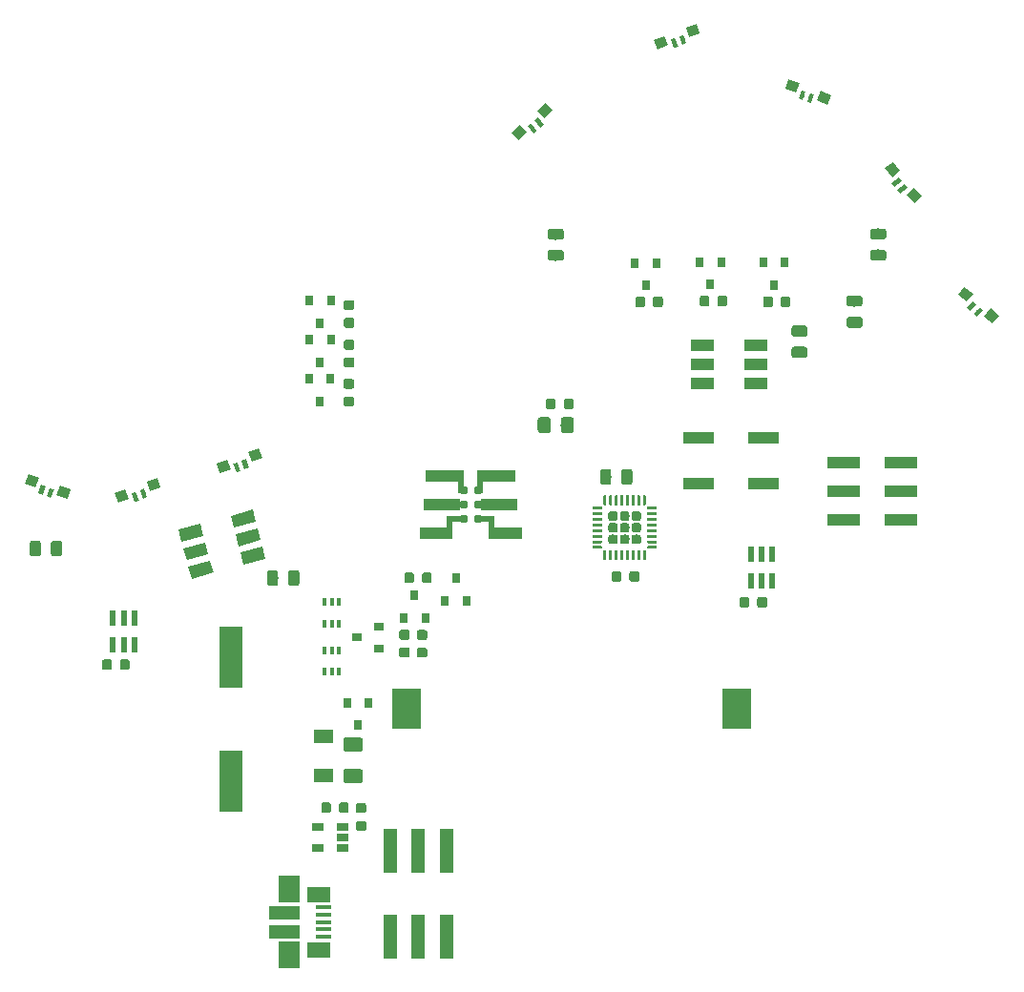
<source format=gbr>
G04 #@! TF.GenerationSoftware,KiCad,Pcbnew,5.1.3-ffb9f22~84~ubuntu18.04.1*
G04 #@! TF.CreationDate,2019-09-02T17:53:29+02:00*
G04 #@! TF.ProjectId,drac_badge,64726163-5f62-4616-9467-652e6b696361,rev?*
G04 #@! TF.SameCoordinates,Original*
G04 #@! TF.FileFunction,Paste,Bot*
G04 #@! TF.FilePolarity,Positive*
%FSLAX46Y46*%
G04 Gerber Fmt 4.6, Leading zero omitted, Abs format (unit mm)*
G04 Created by KiCad (PCBNEW 5.1.3-ffb9f22~84~ubuntu18.04.1) date 2019-09-02 17:53:29*
%MOMM*%
%LPD*%
G04 APERTURE LIST*
%ADD10C,0.400000*%
%ADD11C,0.100000*%
%ADD12C,0.900000*%
%ADD13R,3.000000X1.000000*%
%ADD14R,3.200000X1.000000*%
%ADD15C,0.787000*%
%ADD16R,0.500000X2.000000*%
%ADD17R,1.700000X0.500000*%
%ADD18R,2.600000X3.600000*%
%ADD19R,2.000000X5.400000*%
%ADD20C,0.875000*%
%ADD21R,2.000000X1.100000*%
%ADD22C,1.100000*%
%ADD23R,1.700000X1.300000*%
%ADD24R,1.380000X0.450000*%
%ADD25R,2.100000X1.475000*%
%ADD26R,1.900000X2.375000*%
%ADD27R,2.800000X1.175000*%
%ADD28R,0.800000X0.900000*%
%ADD29R,0.900000X0.800000*%
%ADD30C,1.150000*%
%ADD31R,2.800000X1.000000*%
%ADD32R,1.200000X3.900000*%
%ADD33C,0.830000*%
%ADD34C,0.250000*%
%ADD35R,1.060000X0.650000*%
%ADD36R,0.570000X1.350000*%
%ADD37R,0.400000X0.650000*%
%ADD38C,1.250000*%
%ADD39C,0.975000*%
G04 APERTURE END LIST*
D10*
X8790214Y-48876054D03*
D11*
G36*
X9114961Y-48568581D02*
G01*
X8841344Y-49320335D01*
X8465467Y-49183527D01*
X8739084Y-48431773D01*
X9114961Y-48568581D01*
X9114961Y-48568581D01*
G37*
D10*
X9541968Y-49149670D03*
D11*
G36*
X9866715Y-48842197D02*
G01*
X9593098Y-49593951D01*
X9217221Y-49457143D01*
X9490838Y-48705389D01*
X9866715Y-48842197D01*
X9866715Y-48842197D01*
G37*
D12*
X7910461Y-48076970D03*
D11*
G36*
X8534216Y-47825118D02*
G01*
X8226398Y-48670842D01*
X7286706Y-48328822D01*
X7594524Y-47483098D01*
X8534216Y-47825118D01*
X8534216Y-47825118D01*
G37*
D12*
X10729539Y-49103030D03*
D11*
G36*
X11353294Y-48851178D02*
G01*
X11045476Y-49696902D01*
X10105784Y-49354882D01*
X10413602Y-48509158D01*
X11353294Y-48851178D01*
X11353294Y-48851178D01*
G37*
D13*
X49930000Y-52750000D03*
X43730000Y-52750000D03*
D14*
X49350000Y-50210000D03*
X44310000Y-50210000D03*
D13*
X49350000Y-47670000D03*
X44310000Y-47670000D03*
D15*
X46195000Y-51480000D03*
X47465000Y-51480000D03*
X46195000Y-50210000D03*
X47465000Y-50210000D03*
X46195000Y-48940000D03*
X47465000Y-48940000D03*
D16*
X45980000Y-48170000D03*
X47680000Y-48170000D03*
X44980000Y-52250000D03*
X48680000Y-52250000D03*
D17*
X48080000Y-51460000D03*
X45580000Y-51460000D03*
D18*
X41140000Y-68290000D03*
X70440000Y-68290000D03*
D19*
X25590000Y-74710000D03*
X25590000Y-63710000D03*
D11*
G36*
X72927691Y-58386053D02*
G01*
X72948926Y-58389203D01*
X72969750Y-58394419D01*
X72989962Y-58401651D01*
X73009368Y-58410830D01*
X73027781Y-58421866D01*
X73045024Y-58434654D01*
X73060930Y-58449070D01*
X73075346Y-58464976D01*
X73088134Y-58482219D01*
X73099170Y-58500632D01*
X73108349Y-58520038D01*
X73115581Y-58540250D01*
X73120797Y-58561074D01*
X73123947Y-58582309D01*
X73125000Y-58603750D01*
X73125000Y-59116250D01*
X73123947Y-59137691D01*
X73120797Y-59158926D01*
X73115581Y-59179750D01*
X73108349Y-59199962D01*
X73099170Y-59219368D01*
X73088134Y-59237781D01*
X73075346Y-59255024D01*
X73060930Y-59270930D01*
X73045024Y-59285346D01*
X73027781Y-59298134D01*
X73009368Y-59309170D01*
X72989962Y-59318349D01*
X72969750Y-59325581D01*
X72948926Y-59330797D01*
X72927691Y-59333947D01*
X72906250Y-59335000D01*
X72468750Y-59335000D01*
X72447309Y-59333947D01*
X72426074Y-59330797D01*
X72405250Y-59325581D01*
X72385038Y-59318349D01*
X72365632Y-59309170D01*
X72347219Y-59298134D01*
X72329976Y-59285346D01*
X72314070Y-59270930D01*
X72299654Y-59255024D01*
X72286866Y-59237781D01*
X72275830Y-59219368D01*
X72266651Y-59199962D01*
X72259419Y-59179750D01*
X72254203Y-59158926D01*
X72251053Y-59137691D01*
X72250000Y-59116250D01*
X72250000Y-58603750D01*
X72251053Y-58582309D01*
X72254203Y-58561074D01*
X72259419Y-58540250D01*
X72266651Y-58520038D01*
X72275830Y-58500632D01*
X72286866Y-58482219D01*
X72299654Y-58464976D01*
X72314070Y-58449070D01*
X72329976Y-58434654D01*
X72347219Y-58421866D01*
X72365632Y-58410830D01*
X72385038Y-58401651D01*
X72405250Y-58394419D01*
X72426074Y-58389203D01*
X72447309Y-58386053D01*
X72468750Y-58385000D01*
X72906250Y-58385000D01*
X72927691Y-58386053D01*
X72927691Y-58386053D01*
G37*
D20*
X72687500Y-58860000D03*
D11*
G36*
X71352691Y-58386053D02*
G01*
X71373926Y-58389203D01*
X71394750Y-58394419D01*
X71414962Y-58401651D01*
X71434368Y-58410830D01*
X71452781Y-58421866D01*
X71470024Y-58434654D01*
X71485930Y-58449070D01*
X71500346Y-58464976D01*
X71513134Y-58482219D01*
X71524170Y-58500632D01*
X71533349Y-58520038D01*
X71540581Y-58540250D01*
X71545797Y-58561074D01*
X71548947Y-58582309D01*
X71550000Y-58603750D01*
X71550000Y-59116250D01*
X71548947Y-59137691D01*
X71545797Y-59158926D01*
X71540581Y-59179750D01*
X71533349Y-59199962D01*
X71524170Y-59219368D01*
X71513134Y-59237781D01*
X71500346Y-59255024D01*
X71485930Y-59270930D01*
X71470024Y-59285346D01*
X71452781Y-59298134D01*
X71434368Y-59309170D01*
X71414962Y-59318349D01*
X71394750Y-59325581D01*
X71373926Y-59330797D01*
X71352691Y-59333947D01*
X71331250Y-59335000D01*
X70893750Y-59335000D01*
X70872309Y-59333947D01*
X70851074Y-59330797D01*
X70830250Y-59325581D01*
X70810038Y-59318349D01*
X70790632Y-59309170D01*
X70772219Y-59298134D01*
X70754976Y-59285346D01*
X70739070Y-59270930D01*
X70724654Y-59255024D01*
X70711866Y-59237781D01*
X70700830Y-59219368D01*
X70691651Y-59199962D01*
X70684419Y-59179750D01*
X70679203Y-59158926D01*
X70676053Y-59137691D01*
X70675000Y-59116250D01*
X70675000Y-58603750D01*
X70676053Y-58582309D01*
X70679203Y-58561074D01*
X70684419Y-58540250D01*
X70691651Y-58520038D01*
X70700830Y-58500632D01*
X70711866Y-58482219D01*
X70724654Y-58464976D01*
X70739070Y-58449070D01*
X70754976Y-58434654D01*
X70772219Y-58421866D01*
X70790632Y-58410830D01*
X70810038Y-58401651D01*
X70830250Y-58394419D01*
X70851074Y-58389203D01*
X70872309Y-58386053D01*
X70893750Y-58385000D01*
X71331250Y-58385000D01*
X71352691Y-58386053D01*
X71352691Y-58386053D01*
G37*
D20*
X71112500Y-58860000D03*
D11*
G36*
X61587691Y-56076053D02*
G01*
X61608926Y-56079203D01*
X61629750Y-56084419D01*
X61649962Y-56091651D01*
X61669368Y-56100830D01*
X61687781Y-56111866D01*
X61705024Y-56124654D01*
X61720930Y-56139070D01*
X61735346Y-56154976D01*
X61748134Y-56172219D01*
X61759170Y-56190632D01*
X61768349Y-56210038D01*
X61775581Y-56230250D01*
X61780797Y-56251074D01*
X61783947Y-56272309D01*
X61785000Y-56293750D01*
X61785000Y-56806250D01*
X61783947Y-56827691D01*
X61780797Y-56848926D01*
X61775581Y-56869750D01*
X61768349Y-56889962D01*
X61759170Y-56909368D01*
X61748134Y-56927781D01*
X61735346Y-56945024D01*
X61720930Y-56960930D01*
X61705024Y-56975346D01*
X61687781Y-56988134D01*
X61669368Y-56999170D01*
X61649962Y-57008349D01*
X61629750Y-57015581D01*
X61608926Y-57020797D01*
X61587691Y-57023947D01*
X61566250Y-57025000D01*
X61128750Y-57025000D01*
X61107309Y-57023947D01*
X61086074Y-57020797D01*
X61065250Y-57015581D01*
X61045038Y-57008349D01*
X61025632Y-56999170D01*
X61007219Y-56988134D01*
X60989976Y-56975346D01*
X60974070Y-56960930D01*
X60959654Y-56945024D01*
X60946866Y-56927781D01*
X60935830Y-56909368D01*
X60926651Y-56889962D01*
X60919419Y-56869750D01*
X60914203Y-56848926D01*
X60911053Y-56827691D01*
X60910000Y-56806250D01*
X60910000Y-56293750D01*
X60911053Y-56272309D01*
X60914203Y-56251074D01*
X60919419Y-56230250D01*
X60926651Y-56210038D01*
X60935830Y-56190632D01*
X60946866Y-56172219D01*
X60959654Y-56154976D01*
X60974070Y-56139070D01*
X60989976Y-56124654D01*
X61007219Y-56111866D01*
X61025632Y-56100830D01*
X61045038Y-56091651D01*
X61065250Y-56084419D01*
X61086074Y-56079203D01*
X61107309Y-56076053D01*
X61128750Y-56075000D01*
X61566250Y-56075000D01*
X61587691Y-56076053D01*
X61587691Y-56076053D01*
G37*
D20*
X61347500Y-56550000D03*
D11*
G36*
X60012691Y-56076053D02*
G01*
X60033926Y-56079203D01*
X60054750Y-56084419D01*
X60074962Y-56091651D01*
X60094368Y-56100830D01*
X60112781Y-56111866D01*
X60130024Y-56124654D01*
X60145930Y-56139070D01*
X60160346Y-56154976D01*
X60173134Y-56172219D01*
X60184170Y-56190632D01*
X60193349Y-56210038D01*
X60200581Y-56230250D01*
X60205797Y-56251074D01*
X60208947Y-56272309D01*
X60210000Y-56293750D01*
X60210000Y-56806250D01*
X60208947Y-56827691D01*
X60205797Y-56848926D01*
X60200581Y-56869750D01*
X60193349Y-56889962D01*
X60184170Y-56909368D01*
X60173134Y-56927781D01*
X60160346Y-56945024D01*
X60145930Y-56960930D01*
X60130024Y-56975346D01*
X60112781Y-56988134D01*
X60094368Y-56999170D01*
X60074962Y-57008349D01*
X60054750Y-57015581D01*
X60033926Y-57020797D01*
X60012691Y-57023947D01*
X59991250Y-57025000D01*
X59553750Y-57025000D01*
X59532309Y-57023947D01*
X59511074Y-57020797D01*
X59490250Y-57015581D01*
X59470038Y-57008349D01*
X59450632Y-56999170D01*
X59432219Y-56988134D01*
X59414976Y-56975346D01*
X59399070Y-56960930D01*
X59384654Y-56945024D01*
X59371866Y-56927781D01*
X59360830Y-56909368D01*
X59351651Y-56889962D01*
X59344419Y-56869750D01*
X59339203Y-56848926D01*
X59336053Y-56827691D01*
X59335000Y-56806250D01*
X59335000Y-56293750D01*
X59336053Y-56272309D01*
X59339203Y-56251074D01*
X59344419Y-56230250D01*
X59351651Y-56210038D01*
X59360830Y-56190632D01*
X59371866Y-56172219D01*
X59384654Y-56154976D01*
X59399070Y-56139070D01*
X59414976Y-56124654D01*
X59432219Y-56111866D01*
X59450632Y-56100830D01*
X59470038Y-56091651D01*
X59490250Y-56084419D01*
X59511074Y-56079203D01*
X59532309Y-56076053D01*
X59553750Y-56075000D01*
X59991250Y-56075000D01*
X60012691Y-56076053D01*
X60012691Y-56076053D01*
G37*
D20*
X59772500Y-56550000D03*
D11*
G36*
X35817691Y-76616053D02*
G01*
X35838926Y-76619203D01*
X35859750Y-76624419D01*
X35879962Y-76631651D01*
X35899368Y-76640830D01*
X35917781Y-76651866D01*
X35935024Y-76664654D01*
X35950930Y-76679070D01*
X35965346Y-76694976D01*
X35978134Y-76712219D01*
X35989170Y-76730632D01*
X35998349Y-76750038D01*
X36005581Y-76770250D01*
X36010797Y-76791074D01*
X36013947Y-76812309D01*
X36015000Y-76833750D01*
X36015000Y-77346250D01*
X36013947Y-77367691D01*
X36010797Y-77388926D01*
X36005581Y-77409750D01*
X35998349Y-77429962D01*
X35989170Y-77449368D01*
X35978134Y-77467781D01*
X35965346Y-77485024D01*
X35950930Y-77500930D01*
X35935024Y-77515346D01*
X35917781Y-77528134D01*
X35899368Y-77539170D01*
X35879962Y-77548349D01*
X35859750Y-77555581D01*
X35838926Y-77560797D01*
X35817691Y-77563947D01*
X35796250Y-77565000D01*
X35358750Y-77565000D01*
X35337309Y-77563947D01*
X35316074Y-77560797D01*
X35295250Y-77555581D01*
X35275038Y-77548349D01*
X35255632Y-77539170D01*
X35237219Y-77528134D01*
X35219976Y-77515346D01*
X35204070Y-77500930D01*
X35189654Y-77485024D01*
X35176866Y-77467781D01*
X35165830Y-77449368D01*
X35156651Y-77429962D01*
X35149419Y-77409750D01*
X35144203Y-77388926D01*
X35141053Y-77367691D01*
X35140000Y-77346250D01*
X35140000Y-76833750D01*
X35141053Y-76812309D01*
X35144203Y-76791074D01*
X35149419Y-76770250D01*
X35156651Y-76750038D01*
X35165830Y-76730632D01*
X35176866Y-76712219D01*
X35189654Y-76694976D01*
X35204070Y-76679070D01*
X35219976Y-76664654D01*
X35237219Y-76651866D01*
X35255632Y-76640830D01*
X35275038Y-76631651D01*
X35295250Y-76624419D01*
X35316074Y-76619203D01*
X35337309Y-76616053D01*
X35358750Y-76615000D01*
X35796250Y-76615000D01*
X35817691Y-76616053D01*
X35817691Y-76616053D01*
G37*
D20*
X35577500Y-77090000D03*
D11*
G36*
X34242691Y-76616053D02*
G01*
X34263926Y-76619203D01*
X34284750Y-76624419D01*
X34304962Y-76631651D01*
X34324368Y-76640830D01*
X34342781Y-76651866D01*
X34360024Y-76664654D01*
X34375930Y-76679070D01*
X34390346Y-76694976D01*
X34403134Y-76712219D01*
X34414170Y-76730632D01*
X34423349Y-76750038D01*
X34430581Y-76770250D01*
X34435797Y-76791074D01*
X34438947Y-76812309D01*
X34440000Y-76833750D01*
X34440000Y-77346250D01*
X34438947Y-77367691D01*
X34435797Y-77388926D01*
X34430581Y-77409750D01*
X34423349Y-77429962D01*
X34414170Y-77449368D01*
X34403134Y-77467781D01*
X34390346Y-77485024D01*
X34375930Y-77500930D01*
X34360024Y-77515346D01*
X34342781Y-77528134D01*
X34324368Y-77539170D01*
X34304962Y-77548349D01*
X34284750Y-77555581D01*
X34263926Y-77560797D01*
X34242691Y-77563947D01*
X34221250Y-77565000D01*
X33783750Y-77565000D01*
X33762309Y-77563947D01*
X33741074Y-77560797D01*
X33720250Y-77555581D01*
X33700038Y-77548349D01*
X33680632Y-77539170D01*
X33662219Y-77528134D01*
X33644976Y-77515346D01*
X33629070Y-77500930D01*
X33614654Y-77485024D01*
X33601866Y-77467781D01*
X33590830Y-77449368D01*
X33581651Y-77429962D01*
X33574419Y-77409750D01*
X33569203Y-77388926D01*
X33566053Y-77367691D01*
X33565000Y-77346250D01*
X33565000Y-76833750D01*
X33566053Y-76812309D01*
X33569203Y-76791074D01*
X33574419Y-76770250D01*
X33581651Y-76750038D01*
X33590830Y-76730632D01*
X33601866Y-76712219D01*
X33614654Y-76694976D01*
X33629070Y-76679070D01*
X33644976Y-76664654D01*
X33662219Y-76651866D01*
X33680632Y-76640830D01*
X33700038Y-76631651D01*
X33720250Y-76624419D01*
X33741074Y-76619203D01*
X33762309Y-76616053D01*
X33783750Y-76615000D01*
X34221250Y-76615000D01*
X34242691Y-76616053D01*
X34242691Y-76616053D01*
G37*
D20*
X34002500Y-77090000D03*
D11*
G36*
X37377691Y-78271053D02*
G01*
X37398926Y-78274203D01*
X37419750Y-78279419D01*
X37439962Y-78286651D01*
X37459368Y-78295830D01*
X37477781Y-78306866D01*
X37495024Y-78319654D01*
X37510930Y-78334070D01*
X37525346Y-78349976D01*
X37538134Y-78367219D01*
X37549170Y-78385632D01*
X37558349Y-78405038D01*
X37565581Y-78425250D01*
X37570797Y-78446074D01*
X37573947Y-78467309D01*
X37575000Y-78488750D01*
X37575000Y-78926250D01*
X37573947Y-78947691D01*
X37570797Y-78968926D01*
X37565581Y-78989750D01*
X37558349Y-79009962D01*
X37549170Y-79029368D01*
X37538134Y-79047781D01*
X37525346Y-79065024D01*
X37510930Y-79080930D01*
X37495024Y-79095346D01*
X37477781Y-79108134D01*
X37459368Y-79119170D01*
X37439962Y-79128349D01*
X37419750Y-79135581D01*
X37398926Y-79140797D01*
X37377691Y-79143947D01*
X37356250Y-79145000D01*
X36843750Y-79145000D01*
X36822309Y-79143947D01*
X36801074Y-79140797D01*
X36780250Y-79135581D01*
X36760038Y-79128349D01*
X36740632Y-79119170D01*
X36722219Y-79108134D01*
X36704976Y-79095346D01*
X36689070Y-79080930D01*
X36674654Y-79065024D01*
X36661866Y-79047781D01*
X36650830Y-79029368D01*
X36641651Y-79009962D01*
X36634419Y-78989750D01*
X36629203Y-78968926D01*
X36626053Y-78947691D01*
X36625000Y-78926250D01*
X36625000Y-78488750D01*
X36626053Y-78467309D01*
X36629203Y-78446074D01*
X36634419Y-78425250D01*
X36641651Y-78405038D01*
X36650830Y-78385632D01*
X36661866Y-78367219D01*
X36674654Y-78349976D01*
X36689070Y-78334070D01*
X36704976Y-78319654D01*
X36722219Y-78306866D01*
X36740632Y-78295830D01*
X36760038Y-78286651D01*
X36780250Y-78279419D01*
X36801074Y-78274203D01*
X36822309Y-78271053D01*
X36843750Y-78270000D01*
X37356250Y-78270000D01*
X37377691Y-78271053D01*
X37377691Y-78271053D01*
G37*
D20*
X37100000Y-78707500D03*
D11*
G36*
X37377691Y-76696053D02*
G01*
X37398926Y-76699203D01*
X37419750Y-76704419D01*
X37439962Y-76711651D01*
X37459368Y-76720830D01*
X37477781Y-76731866D01*
X37495024Y-76744654D01*
X37510930Y-76759070D01*
X37525346Y-76774976D01*
X37538134Y-76792219D01*
X37549170Y-76810632D01*
X37558349Y-76830038D01*
X37565581Y-76850250D01*
X37570797Y-76871074D01*
X37573947Y-76892309D01*
X37575000Y-76913750D01*
X37575000Y-77351250D01*
X37573947Y-77372691D01*
X37570797Y-77393926D01*
X37565581Y-77414750D01*
X37558349Y-77434962D01*
X37549170Y-77454368D01*
X37538134Y-77472781D01*
X37525346Y-77490024D01*
X37510930Y-77505930D01*
X37495024Y-77520346D01*
X37477781Y-77533134D01*
X37459368Y-77544170D01*
X37439962Y-77553349D01*
X37419750Y-77560581D01*
X37398926Y-77565797D01*
X37377691Y-77568947D01*
X37356250Y-77570000D01*
X36843750Y-77570000D01*
X36822309Y-77568947D01*
X36801074Y-77565797D01*
X36780250Y-77560581D01*
X36760038Y-77553349D01*
X36740632Y-77544170D01*
X36722219Y-77533134D01*
X36704976Y-77520346D01*
X36689070Y-77505930D01*
X36674654Y-77490024D01*
X36661866Y-77472781D01*
X36650830Y-77454368D01*
X36641651Y-77434962D01*
X36634419Y-77414750D01*
X36629203Y-77393926D01*
X36626053Y-77372691D01*
X36625000Y-77351250D01*
X36625000Y-76913750D01*
X36626053Y-76892309D01*
X36629203Y-76871074D01*
X36634419Y-76850250D01*
X36641651Y-76830038D01*
X36650830Y-76810632D01*
X36661866Y-76792219D01*
X36674654Y-76774976D01*
X36689070Y-76759070D01*
X36704976Y-76744654D01*
X36722219Y-76731866D01*
X36740632Y-76720830D01*
X36760038Y-76711651D01*
X36780250Y-76704419D01*
X36801074Y-76699203D01*
X36822309Y-76696053D01*
X36843750Y-76695000D01*
X37356250Y-76695000D01*
X37377691Y-76696053D01*
X37377691Y-76696053D01*
G37*
D20*
X37100000Y-77132500D03*
D11*
G36*
X14802691Y-63916053D02*
G01*
X14823926Y-63919203D01*
X14844750Y-63924419D01*
X14864962Y-63931651D01*
X14884368Y-63940830D01*
X14902781Y-63951866D01*
X14920024Y-63964654D01*
X14935930Y-63979070D01*
X14950346Y-63994976D01*
X14963134Y-64012219D01*
X14974170Y-64030632D01*
X14983349Y-64050038D01*
X14990581Y-64070250D01*
X14995797Y-64091074D01*
X14998947Y-64112309D01*
X15000000Y-64133750D01*
X15000000Y-64646250D01*
X14998947Y-64667691D01*
X14995797Y-64688926D01*
X14990581Y-64709750D01*
X14983349Y-64729962D01*
X14974170Y-64749368D01*
X14963134Y-64767781D01*
X14950346Y-64785024D01*
X14935930Y-64800930D01*
X14920024Y-64815346D01*
X14902781Y-64828134D01*
X14884368Y-64839170D01*
X14864962Y-64848349D01*
X14844750Y-64855581D01*
X14823926Y-64860797D01*
X14802691Y-64863947D01*
X14781250Y-64865000D01*
X14343750Y-64865000D01*
X14322309Y-64863947D01*
X14301074Y-64860797D01*
X14280250Y-64855581D01*
X14260038Y-64848349D01*
X14240632Y-64839170D01*
X14222219Y-64828134D01*
X14204976Y-64815346D01*
X14189070Y-64800930D01*
X14174654Y-64785024D01*
X14161866Y-64767781D01*
X14150830Y-64749368D01*
X14141651Y-64729962D01*
X14134419Y-64709750D01*
X14129203Y-64688926D01*
X14126053Y-64667691D01*
X14125000Y-64646250D01*
X14125000Y-64133750D01*
X14126053Y-64112309D01*
X14129203Y-64091074D01*
X14134419Y-64070250D01*
X14141651Y-64050038D01*
X14150830Y-64030632D01*
X14161866Y-64012219D01*
X14174654Y-63994976D01*
X14189070Y-63979070D01*
X14204976Y-63964654D01*
X14222219Y-63951866D01*
X14240632Y-63940830D01*
X14260038Y-63931651D01*
X14280250Y-63924419D01*
X14301074Y-63919203D01*
X14322309Y-63916053D01*
X14343750Y-63915000D01*
X14781250Y-63915000D01*
X14802691Y-63916053D01*
X14802691Y-63916053D01*
G37*
D20*
X14562500Y-64390000D03*
D11*
G36*
X16377691Y-63916053D02*
G01*
X16398926Y-63919203D01*
X16419750Y-63924419D01*
X16439962Y-63931651D01*
X16459368Y-63940830D01*
X16477781Y-63951866D01*
X16495024Y-63964654D01*
X16510930Y-63979070D01*
X16525346Y-63994976D01*
X16538134Y-64012219D01*
X16549170Y-64030632D01*
X16558349Y-64050038D01*
X16565581Y-64070250D01*
X16570797Y-64091074D01*
X16573947Y-64112309D01*
X16575000Y-64133750D01*
X16575000Y-64646250D01*
X16573947Y-64667691D01*
X16570797Y-64688926D01*
X16565581Y-64709750D01*
X16558349Y-64729962D01*
X16549170Y-64749368D01*
X16538134Y-64767781D01*
X16525346Y-64785024D01*
X16510930Y-64800930D01*
X16495024Y-64815346D01*
X16477781Y-64828134D01*
X16459368Y-64839170D01*
X16439962Y-64848349D01*
X16419750Y-64855581D01*
X16398926Y-64860797D01*
X16377691Y-64863947D01*
X16356250Y-64865000D01*
X15918750Y-64865000D01*
X15897309Y-64863947D01*
X15876074Y-64860797D01*
X15855250Y-64855581D01*
X15835038Y-64848349D01*
X15815632Y-64839170D01*
X15797219Y-64828134D01*
X15779976Y-64815346D01*
X15764070Y-64800930D01*
X15749654Y-64785024D01*
X15736866Y-64767781D01*
X15725830Y-64749368D01*
X15716651Y-64729962D01*
X15709419Y-64709750D01*
X15704203Y-64688926D01*
X15701053Y-64667691D01*
X15700000Y-64646250D01*
X15700000Y-64133750D01*
X15701053Y-64112309D01*
X15704203Y-64091074D01*
X15709419Y-64070250D01*
X15716651Y-64050038D01*
X15725830Y-64030632D01*
X15736866Y-64012219D01*
X15749654Y-63994976D01*
X15764070Y-63979070D01*
X15779976Y-63964654D01*
X15797219Y-63951866D01*
X15815632Y-63940830D01*
X15835038Y-63931651D01*
X15855250Y-63924419D01*
X15876074Y-63919203D01*
X15897309Y-63916053D01*
X15918750Y-63915000D01*
X16356250Y-63915000D01*
X16377691Y-63916053D01*
X16377691Y-63916053D01*
G37*
D20*
X16137500Y-64390000D03*
D21*
X67350000Y-36050000D03*
X67350000Y-37750000D03*
X67350000Y-39450000D03*
X72150000Y-39450000D03*
X72150000Y-37750000D03*
X72150000Y-36050000D03*
D22*
X22891770Y-55963240D03*
D11*
G36*
X21783494Y-55690800D02*
G01*
X23715345Y-55173162D01*
X24000046Y-56235680D01*
X22068195Y-56753318D01*
X21783494Y-55690800D01*
X21783494Y-55690800D01*
G37*
D22*
X22451778Y-54321166D03*
D11*
G36*
X21343502Y-54048726D02*
G01*
X23275353Y-53531088D01*
X23560054Y-54593606D01*
X21628203Y-55111244D01*
X21343502Y-54048726D01*
X21343502Y-54048726D01*
G37*
D22*
X22011786Y-52679092D03*
D11*
G36*
X20903510Y-52406652D02*
G01*
X22835361Y-51889014D01*
X23120062Y-52951532D01*
X21188211Y-53469170D01*
X20903510Y-52406652D01*
X20903510Y-52406652D01*
G37*
D22*
X26648230Y-51436760D03*
D11*
G36*
X25539954Y-51164320D02*
G01*
X27471805Y-50646682D01*
X27756506Y-51709200D01*
X25824655Y-52226838D01*
X25539954Y-51164320D01*
X25539954Y-51164320D01*
G37*
D22*
X27088222Y-53078834D03*
D11*
G36*
X25979946Y-52806394D02*
G01*
X27911797Y-52288756D01*
X28196498Y-53351274D01*
X26264647Y-53868912D01*
X25979946Y-52806394D01*
X25979946Y-52806394D01*
G37*
D22*
X27528214Y-54720908D03*
D11*
G36*
X26419938Y-54448468D02*
G01*
X28351789Y-53930830D01*
X28636490Y-54993348D01*
X26704639Y-55510986D01*
X26419938Y-54448468D01*
X26419938Y-54448468D01*
G37*
D10*
X64908032Y-9209670D03*
D11*
G36*
X64959162Y-8765389D02*
G01*
X65232779Y-9517143D01*
X64856902Y-9653951D01*
X64583285Y-8902197D01*
X64959162Y-8765389D01*
X64959162Y-8765389D01*
G37*
D10*
X65659786Y-8936054D03*
D11*
G36*
X65710916Y-8491773D02*
G01*
X65984533Y-9243527D01*
X65608656Y-9380335D01*
X65335039Y-8628581D01*
X65710916Y-8491773D01*
X65710916Y-8491773D01*
G37*
D12*
X63720461Y-9163030D03*
D11*
G36*
X64036398Y-8569158D02*
G01*
X64344216Y-9414882D01*
X63404524Y-9756902D01*
X63096706Y-8911178D01*
X64036398Y-8569158D01*
X64036398Y-8569158D01*
G37*
D12*
X66539539Y-8136970D03*
D11*
G36*
X66855476Y-7543098D02*
G01*
X67163294Y-8388822D01*
X66223602Y-8730842D01*
X65915784Y-7885118D01*
X66855476Y-7543098D01*
X66855476Y-7543098D01*
G37*
D12*
X86184181Y-22729067D03*
D11*
G36*
X86850295Y-22822835D02*
G01*
X86160855Y-23401344D01*
X85518067Y-22635299D01*
X86207507Y-22056790D01*
X86850295Y-22822835D01*
X86850295Y-22822835D01*
G37*
D12*
X84255819Y-20430933D03*
D11*
G36*
X84921933Y-20524701D02*
G01*
X84232493Y-21103210D01*
X83589705Y-20337165D01*
X84279145Y-19758656D01*
X84921933Y-20524701D01*
X84921933Y-20524701D01*
G37*
D10*
X85132395Y-22175672D03*
D11*
G36*
X85567370Y-22071766D02*
G01*
X84954535Y-22585996D01*
X84697420Y-22279578D01*
X85310255Y-21765348D01*
X85567370Y-22071766D01*
X85567370Y-22071766D01*
G37*
D10*
X84618165Y-21562837D03*
D11*
G36*
X85053140Y-21458931D02*
G01*
X84440305Y-21973161D01*
X84183190Y-21666743D01*
X84796025Y-21152513D01*
X85053140Y-21458931D01*
X85053140Y-21458931D01*
G37*
D10*
X76240214Y-13846054D03*
D11*
G36*
X76564961Y-13538581D02*
G01*
X76291344Y-14290335D01*
X75915467Y-14153527D01*
X76189084Y-13401773D01*
X76564961Y-13538581D01*
X76564961Y-13538581D01*
G37*
D10*
X76991968Y-14119670D03*
D11*
G36*
X77316715Y-13812197D02*
G01*
X77043098Y-14563951D01*
X76667221Y-14427143D01*
X76940838Y-13675389D01*
X77316715Y-13812197D01*
X77316715Y-13812197D01*
G37*
D12*
X75360461Y-13046970D03*
D11*
G36*
X75984216Y-12795118D02*
G01*
X75676398Y-13640842D01*
X74736706Y-13298822D01*
X75044524Y-12453098D01*
X75984216Y-12795118D01*
X75984216Y-12795118D01*
G37*
D12*
X78179539Y-14073030D03*
D11*
G36*
X78803294Y-13821178D02*
G01*
X78495476Y-14666902D01*
X77555784Y-14324882D01*
X77863602Y-13479158D01*
X78803294Y-13821178D01*
X78803294Y-13821178D01*
G37*
D12*
X53449067Y-15215819D03*
D11*
G36*
X53542835Y-14549705D02*
G01*
X54121344Y-15239145D01*
X53355299Y-15881933D01*
X52776790Y-15192493D01*
X53542835Y-14549705D01*
X53542835Y-14549705D01*
G37*
D12*
X51150933Y-17144181D03*
D11*
G36*
X51244701Y-16478067D02*
G01*
X51823210Y-17167507D01*
X51057165Y-17810295D01*
X50478656Y-17120855D01*
X51244701Y-16478067D01*
X51244701Y-16478067D01*
G37*
D10*
X52895672Y-16267605D03*
D11*
G36*
X52791766Y-15832630D02*
G01*
X53305996Y-16445465D01*
X52999578Y-16702580D01*
X52485348Y-16089745D01*
X52791766Y-15832630D01*
X52791766Y-15832630D01*
G37*
D10*
X52282837Y-16781835D03*
D11*
G36*
X52178931Y-16346860D02*
G01*
X52693161Y-16959695D01*
X52386743Y-17216810D01*
X51872513Y-16603975D01*
X52178931Y-16346860D01*
X52178931Y-16346860D01*
G37*
D12*
X18699539Y-48426970D03*
D11*
G36*
X19015476Y-47833098D02*
G01*
X19323294Y-48678822D01*
X18383602Y-49020842D01*
X18075784Y-48175118D01*
X19015476Y-47833098D01*
X19015476Y-47833098D01*
G37*
D12*
X15880461Y-49453030D03*
D11*
G36*
X16196398Y-48859158D02*
G01*
X16504216Y-49704882D01*
X15564524Y-50046902D01*
X15256706Y-49201178D01*
X16196398Y-48859158D01*
X16196398Y-48859158D01*
G37*
D10*
X17819786Y-49226054D03*
D11*
G36*
X17870916Y-48781773D02*
G01*
X18144533Y-49533527D01*
X17768656Y-49670335D01*
X17495039Y-48918581D01*
X17870916Y-48781773D01*
X17870916Y-48781773D01*
G37*
D10*
X17068032Y-49499670D03*
D11*
G36*
X17119162Y-49055389D02*
G01*
X17392779Y-49807143D01*
X17016902Y-49943951D01*
X16743285Y-49192197D01*
X17119162Y-49055389D01*
X17119162Y-49055389D01*
G37*
D12*
X93019067Y-33444181D03*
D11*
G36*
X93691344Y-33420855D02*
G01*
X93112835Y-34110295D01*
X92346790Y-33467507D01*
X92925299Y-32778067D01*
X93691344Y-33420855D01*
X93691344Y-33420855D01*
G37*
D12*
X90720933Y-31515819D03*
D11*
G36*
X91393210Y-31492493D02*
G01*
X90814701Y-32181933D01*
X90048656Y-31539145D01*
X90627165Y-30849705D01*
X91393210Y-31492493D01*
X91393210Y-31492493D01*
G37*
D10*
X91887163Y-33081835D03*
D11*
G36*
X92297487Y-32903975D02*
G01*
X91783257Y-33516810D01*
X91476839Y-33259695D01*
X91991069Y-32646860D01*
X92297487Y-32903975D01*
X92297487Y-32903975D01*
G37*
D10*
X91274328Y-32567605D03*
D11*
G36*
X91684652Y-32389745D02*
G01*
X91170422Y-33002580D01*
X90864004Y-32745465D01*
X91378234Y-32132630D01*
X91684652Y-32389745D01*
X91684652Y-32389745D01*
G37*
D12*
X27719539Y-45796970D03*
D11*
G36*
X28035476Y-45203098D02*
G01*
X28343294Y-46048822D01*
X27403602Y-46390842D01*
X27095784Y-45545118D01*
X28035476Y-45203098D01*
X28035476Y-45203098D01*
G37*
D12*
X24900461Y-46823030D03*
D11*
G36*
X25216398Y-46229158D02*
G01*
X25524216Y-47074882D01*
X24584524Y-47416902D01*
X24276706Y-46571178D01*
X25216398Y-46229158D01*
X25216398Y-46229158D01*
G37*
D10*
X26839786Y-46596054D03*
D11*
G36*
X26890916Y-46151773D02*
G01*
X27164533Y-46903527D01*
X26788656Y-47040335D01*
X26515039Y-46288581D01*
X26890916Y-46151773D01*
X26890916Y-46151773D01*
G37*
D10*
X26088032Y-46869670D03*
D11*
G36*
X26139162Y-46425389D02*
G01*
X26412779Y-47177143D01*
X26036902Y-47313951D01*
X25763285Y-46562197D01*
X26139162Y-46425389D01*
X26139162Y-46425389D01*
G37*
D23*
X33780000Y-70740000D03*
X33780000Y-74240000D03*
D13*
X79960000Y-46480000D03*
X85000000Y-46480000D03*
X79960000Y-49020000D03*
X85000000Y-49020000D03*
X79960000Y-51560000D03*
X85000000Y-51560000D03*
D24*
X33750000Y-87250000D03*
X33750000Y-87900000D03*
X33750000Y-86600000D03*
X33750000Y-88550000D03*
X33750000Y-85950000D03*
D25*
X33390000Y-89712500D03*
X33390000Y-84787500D03*
D26*
X30760000Y-90162500D03*
X30760000Y-84337500D03*
D27*
X30300000Y-88087500D03*
X30300000Y-86412500D03*
D28*
X41860000Y-58220000D03*
X40910000Y-60220000D03*
X42810000Y-60220000D03*
D29*
X36720000Y-61980000D03*
X38720000Y-62930000D03*
X38720000Y-61030000D03*
D28*
X68100000Y-30650000D03*
X69050000Y-28650000D03*
X67150000Y-28650000D03*
X61410000Y-28740000D03*
X63310000Y-28740000D03*
X62360000Y-30740000D03*
X72770000Y-28690000D03*
X74670000Y-28690000D03*
X73720000Y-30690000D03*
X33460000Y-41020000D03*
X34410000Y-39020000D03*
X32510000Y-39020000D03*
X32520000Y-35560000D03*
X34420000Y-35560000D03*
X33470000Y-37560000D03*
X35890000Y-67770000D03*
X37790000Y-67770000D03*
X36840000Y-69770000D03*
X33470000Y-34060000D03*
X34420000Y-32060000D03*
X32520000Y-32060000D03*
X46470000Y-58710000D03*
X44570000Y-58710000D03*
X45520000Y-56710000D03*
D11*
G36*
X53704505Y-42421204D02*
G01*
X53728773Y-42424804D01*
X53752572Y-42430765D01*
X53775671Y-42439030D01*
X53797850Y-42449520D01*
X53818893Y-42462132D01*
X53838599Y-42476747D01*
X53856777Y-42493223D01*
X53873253Y-42511401D01*
X53887868Y-42531107D01*
X53900480Y-42552150D01*
X53910970Y-42574329D01*
X53919235Y-42597428D01*
X53925196Y-42621227D01*
X53928796Y-42645495D01*
X53930000Y-42669999D01*
X53930000Y-43570001D01*
X53928796Y-43594505D01*
X53925196Y-43618773D01*
X53919235Y-43642572D01*
X53910970Y-43665671D01*
X53900480Y-43687850D01*
X53887868Y-43708893D01*
X53873253Y-43728599D01*
X53856777Y-43746777D01*
X53838599Y-43763253D01*
X53818893Y-43777868D01*
X53797850Y-43790480D01*
X53775671Y-43800970D01*
X53752572Y-43809235D01*
X53728773Y-43815196D01*
X53704505Y-43818796D01*
X53680001Y-43820000D01*
X53029999Y-43820000D01*
X53005495Y-43818796D01*
X52981227Y-43815196D01*
X52957428Y-43809235D01*
X52934329Y-43800970D01*
X52912150Y-43790480D01*
X52891107Y-43777868D01*
X52871401Y-43763253D01*
X52853223Y-43746777D01*
X52836747Y-43728599D01*
X52822132Y-43708893D01*
X52809520Y-43687850D01*
X52799030Y-43665671D01*
X52790765Y-43642572D01*
X52784804Y-43618773D01*
X52781204Y-43594505D01*
X52780000Y-43570001D01*
X52780000Y-42669999D01*
X52781204Y-42645495D01*
X52784804Y-42621227D01*
X52790765Y-42597428D01*
X52799030Y-42574329D01*
X52809520Y-42552150D01*
X52822132Y-42531107D01*
X52836747Y-42511401D01*
X52853223Y-42493223D01*
X52871401Y-42476747D01*
X52891107Y-42462132D01*
X52912150Y-42449520D01*
X52934329Y-42439030D01*
X52957428Y-42430765D01*
X52981227Y-42424804D01*
X53005495Y-42421204D01*
X53029999Y-42420000D01*
X53680001Y-42420000D01*
X53704505Y-42421204D01*
X53704505Y-42421204D01*
G37*
D30*
X53355000Y-43120000D03*
D11*
G36*
X55754505Y-42421204D02*
G01*
X55778773Y-42424804D01*
X55802572Y-42430765D01*
X55825671Y-42439030D01*
X55847850Y-42449520D01*
X55868893Y-42462132D01*
X55888599Y-42476747D01*
X55906777Y-42493223D01*
X55923253Y-42511401D01*
X55937868Y-42531107D01*
X55950480Y-42552150D01*
X55960970Y-42574329D01*
X55969235Y-42597428D01*
X55975196Y-42621227D01*
X55978796Y-42645495D01*
X55980000Y-42669999D01*
X55980000Y-43570001D01*
X55978796Y-43594505D01*
X55975196Y-43618773D01*
X55969235Y-43642572D01*
X55960970Y-43665671D01*
X55950480Y-43687850D01*
X55937868Y-43708893D01*
X55923253Y-43728599D01*
X55906777Y-43746777D01*
X55888599Y-43763253D01*
X55868893Y-43777868D01*
X55847850Y-43790480D01*
X55825671Y-43800970D01*
X55802572Y-43809235D01*
X55778773Y-43815196D01*
X55754505Y-43818796D01*
X55730001Y-43820000D01*
X55079999Y-43820000D01*
X55055495Y-43818796D01*
X55031227Y-43815196D01*
X55007428Y-43809235D01*
X54984329Y-43800970D01*
X54962150Y-43790480D01*
X54941107Y-43777868D01*
X54921401Y-43763253D01*
X54903223Y-43746777D01*
X54886747Y-43728599D01*
X54872132Y-43708893D01*
X54859520Y-43687850D01*
X54849030Y-43665671D01*
X54840765Y-43642572D01*
X54834804Y-43618773D01*
X54831204Y-43594505D01*
X54830000Y-43570001D01*
X54830000Y-42669999D01*
X54831204Y-42645495D01*
X54834804Y-42621227D01*
X54840765Y-42597428D01*
X54849030Y-42574329D01*
X54859520Y-42552150D01*
X54872132Y-42531107D01*
X54886747Y-42511401D01*
X54903223Y-42493223D01*
X54921401Y-42476747D01*
X54941107Y-42462132D01*
X54962150Y-42449520D01*
X54984329Y-42439030D01*
X55007428Y-42430765D01*
X55031227Y-42424804D01*
X55055495Y-42421204D01*
X55079999Y-42420000D01*
X55730001Y-42420000D01*
X55754505Y-42421204D01*
X55754505Y-42421204D01*
G37*
D30*
X55405000Y-43120000D03*
D11*
G36*
X67822691Y-31656053D02*
G01*
X67843926Y-31659203D01*
X67864750Y-31664419D01*
X67884962Y-31671651D01*
X67904368Y-31680830D01*
X67922781Y-31691866D01*
X67940024Y-31704654D01*
X67955930Y-31719070D01*
X67970346Y-31734976D01*
X67983134Y-31752219D01*
X67994170Y-31770632D01*
X68003349Y-31790038D01*
X68010581Y-31810250D01*
X68015797Y-31831074D01*
X68018947Y-31852309D01*
X68020000Y-31873750D01*
X68020000Y-32386250D01*
X68018947Y-32407691D01*
X68015797Y-32428926D01*
X68010581Y-32449750D01*
X68003349Y-32469962D01*
X67994170Y-32489368D01*
X67983134Y-32507781D01*
X67970346Y-32525024D01*
X67955930Y-32540930D01*
X67940024Y-32555346D01*
X67922781Y-32568134D01*
X67904368Y-32579170D01*
X67884962Y-32588349D01*
X67864750Y-32595581D01*
X67843926Y-32600797D01*
X67822691Y-32603947D01*
X67801250Y-32605000D01*
X67363750Y-32605000D01*
X67342309Y-32603947D01*
X67321074Y-32600797D01*
X67300250Y-32595581D01*
X67280038Y-32588349D01*
X67260632Y-32579170D01*
X67242219Y-32568134D01*
X67224976Y-32555346D01*
X67209070Y-32540930D01*
X67194654Y-32525024D01*
X67181866Y-32507781D01*
X67170830Y-32489368D01*
X67161651Y-32469962D01*
X67154419Y-32449750D01*
X67149203Y-32428926D01*
X67146053Y-32407691D01*
X67145000Y-32386250D01*
X67145000Y-31873750D01*
X67146053Y-31852309D01*
X67149203Y-31831074D01*
X67154419Y-31810250D01*
X67161651Y-31790038D01*
X67170830Y-31770632D01*
X67181866Y-31752219D01*
X67194654Y-31734976D01*
X67209070Y-31719070D01*
X67224976Y-31704654D01*
X67242219Y-31691866D01*
X67260632Y-31680830D01*
X67280038Y-31671651D01*
X67300250Y-31664419D01*
X67321074Y-31659203D01*
X67342309Y-31656053D01*
X67363750Y-31655000D01*
X67801250Y-31655000D01*
X67822691Y-31656053D01*
X67822691Y-31656053D01*
G37*
D20*
X67582500Y-32130000D03*
D11*
G36*
X69397691Y-31656053D02*
G01*
X69418926Y-31659203D01*
X69439750Y-31664419D01*
X69459962Y-31671651D01*
X69479368Y-31680830D01*
X69497781Y-31691866D01*
X69515024Y-31704654D01*
X69530930Y-31719070D01*
X69545346Y-31734976D01*
X69558134Y-31752219D01*
X69569170Y-31770632D01*
X69578349Y-31790038D01*
X69585581Y-31810250D01*
X69590797Y-31831074D01*
X69593947Y-31852309D01*
X69595000Y-31873750D01*
X69595000Y-32386250D01*
X69593947Y-32407691D01*
X69590797Y-32428926D01*
X69585581Y-32449750D01*
X69578349Y-32469962D01*
X69569170Y-32489368D01*
X69558134Y-32507781D01*
X69545346Y-32525024D01*
X69530930Y-32540930D01*
X69515024Y-32555346D01*
X69497781Y-32568134D01*
X69479368Y-32579170D01*
X69459962Y-32588349D01*
X69439750Y-32595581D01*
X69418926Y-32600797D01*
X69397691Y-32603947D01*
X69376250Y-32605000D01*
X68938750Y-32605000D01*
X68917309Y-32603947D01*
X68896074Y-32600797D01*
X68875250Y-32595581D01*
X68855038Y-32588349D01*
X68835632Y-32579170D01*
X68817219Y-32568134D01*
X68799976Y-32555346D01*
X68784070Y-32540930D01*
X68769654Y-32525024D01*
X68756866Y-32507781D01*
X68745830Y-32489368D01*
X68736651Y-32469962D01*
X68729419Y-32449750D01*
X68724203Y-32428926D01*
X68721053Y-32407691D01*
X68720000Y-32386250D01*
X68720000Y-31873750D01*
X68721053Y-31852309D01*
X68724203Y-31831074D01*
X68729419Y-31810250D01*
X68736651Y-31790038D01*
X68745830Y-31770632D01*
X68756866Y-31752219D01*
X68769654Y-31734976D01*
X68784070Y-31719070D01*
X68799976Y-31704654D01*
X68817219Y-31691866D01*
X68835632Y-31680830D01*
X68855038Y-31671651D01*
X68875250Y-31664419D01*
X68896074Y-31659203D01*
X68917309Y-31656053D01*
X68938750Y-31655000D01*
X69376250Y-31655000D01*
X69397691Y-31656053D01*
X69397691Y-31656053D01*
G37*
D20*
X69157500Y-32130000D03*
D11*
G36*
X63677691Y-31716053D02*
G01*
X63698926Y-31719203D01*
X63719750Y-31724419D01*
X63739962Y-31731651D01*
X63759368Y-31740830D01*
X63777781Y-31751866D01*
X63795024Y-31764654D01*
X63810930Y-31779070D01*
X63825346Y-31794976D01*
X63838134Y-31812219D01*
X63849170Y-31830632D01*
X63858349Y-31850038D01*
X63865581Y-31870250D01*
X63870797Y-31891074D01*
X63873947Y-31912309D01*
X63875000Y-31933750D01*
X63875000Y-32446250D01*
X63873947Y-32467691D01*
X63870797Y-32488926D01*
X63865581Y-32509750D01*
X63858349Y-32529962D01*
X63849170Y-32549368D01*
X63838134Y-32567781D01*
X63825346Y-32585024D01*
X63810930Y-32600930D01*
X63795024Y-32615346D01*
X63777781Y-32628134D01*
X63759368Y-32639170D01*
X63739962Y-32648349D01*
X63719750Y-32655581D01*
X63698926Y-32660797D01*
X63677691Y-32663947D01*
X63656250Y-32665000D01*
X63218750Y-32665000D01*
X63197309Y-32663947D01*
X63176074Y-32660797D01*
X63155250Y-32655581D01*
X63135038Y-32648349D01*
X63115632Y-32639170D01*
X63097219Y-32628134D01*
X63079976Y-32615346D01*
X63064070Y-32600930D01*
X63049654Y-32585024D01*
X63036866Y-32567781D01*
X63025830Y-32549368D01*
X63016651Y-32529962D01*
X63009419Y-32509750D01*
X63004203Y-32488926D01*
X63001053Y-32467691D01*
X63000000Y-32446250D01*
X63000000Y-31933750D01*
X63001053Y-31912309D01*
X63004203Y-31891074D01*
X63009419Y-31870250D01*
X63016651Y-31850038D01*
X63025830Y-31830632D01*
X63036866Y-31812219D01*
X63049654Y-31794976D01*
X63064070Y-31779070D01*
X63079976Y-31764654D01*
X63097219Y-31751866D01*
X63115632Y-31740830D01*
X63135038Y-31731651D01*
X63155250Y-31724419D01*
X63176074Y-31719203D01*
X63197309Y-31716053D01*
X63218750Y-31715000D01*
X63656250Y-31715000D01*
X63677691Y-31716053D01*
X63677691Y-31716053D01*
G37*
D20*
X63437500Y-32190000D03*
D11*
G36*
X62102691Y-31716053D02*
G01*
X62123926Y-31719203D01*
X62144750Y-31724419D01*
X62164962Y-31731651D01*
X62184368Y-31740830D01*
X62202781Y-31751866D01*
X62220024Y-31764654D01*
X62235930Y-31779070D01*
X62250346Y-31794976D01*
X62263134Y-31812219D01*
X62274170Y-31830632D01*
X62283349Y-31850038D01*
X62290581Y-31870250D01*
X62295797Y-31891074D01*
X62298947Y-31912309D01*
X62300000Y-31933750D01*
X62300000Y-32446250D01*
X62298947Y-32467691D01*
X62295797Y-32488926D01*
X62290581Y-32509750D01*
X62283349Y-32529962D01*
X62274170Y-32549368D01*
X62263134Y-32567781D01*
X62250346Y-32585024D01*
X62235930Y-32600930D01*
X62220024Y-32615346D01*
X62202781Y-32628134D01*
X62184368Y-32639170D01*
X62164962Y-32648349D01*
X62144750Y-32655581D01*
X62123926Y-32660797D01*
X62102691Y-32663947D01*
X62081250Y-32665000D01*
X61643750Y-32665000D01*
X61622309Y-32663947D01*
X61601074Y-32660797D01*
X61580250Y-32655581D01*
X61560038Y-32648349D01*
X61540632Y-32639170D01*
X61522219Y-32628134D01*
X61504976Y-32615346D01*
X61489070Y-32600930D01*
X61474654Y-32585024D01*
X61461866Y-32567781D01*
X61450830Y-32549368D01*
X61441651Y-32529962D01*
X61434419Y-32509750D01*
X61429203Y-32488926D01*
X61426053Y-32467691D01*
X61425000Y-32446250D01*
X61425000Y-31933750D01*
X61426053Y-31912309D01*
X61429203Y-31891074D01*
X61434419Y-31870250D01*
X61441651Y-31850038D01*
X61450830Y-31830632D01*
X61461866Y-31812219D01*
X61474654Y-31794976D01*
X61489070Y-31779070D01*
X61504976Y-31764654D01*
X61522219Y-31751866D01*
X61540632Y-31740830D01*
X61560038Y-31731651D01*
X61580250Y-31724419D01*
X61601074Y-31719203D01*
X61622309Y-31716053D01*
X61643750Y-31715000D01*
X62081250Y-31715000D01*
X62102691Y-31716053D01*
X62102691Y-31716053D01*
G37*
D20*
X61862500Y-32190000D03*
D11*
G36*
X73442691Y-31706053D02*
G01*
X73463926Y-31709203D01*
X73484750Y-31714419D01*
X73504962Y-31721651D01*
X73524368Y-31730830D01*
X73542781Y-31741866D01*
X73560024Y-31754654D01*
X73575930Y-31769070D01*
X73590346Y-31784976D01*
X73603134Y-31802219D01*
X73614170Y-31820632D01*
X73623349Y-31840038D01*
X73630581Y-31860250D01*
X73635797Y-31881074D01*
X73638947Y-31902309D01*
X73640000Y-31923750D01*
X73640000Y-32436250D01*
X73638947Y-32457691D01*
X73635797Y-32478926D01*
X73630581Y-32499750D01*
X73623349Y-32519962D01*
X73614170Y-32539368D01*
X73603134Y-32557781D01*
X73590346Y-32575024D01*
X73575930Y-32590930D01*
X73560024Y-32605346D01*
X73542781Y-32618134D01*
X73524368Y-32629170D01*
X73504962Y-32638349D01*
X73484750Y-32645581D01*
X73463926Y-32650797D01*
X73442691Y-32653947D01*
X73421250Y-32655000D01*
X72983750Y-32655000D01*
X72962309Y-32653947D01*
X72941074Y-32650797D01*
X72920250Y-32645581D01*
X72900038Y-32638349D01*
X72880632Y-32629170D01*
X72862219Y-32618134D01*
X72844976Y-32605346D01*
X72829070Y-32590930D01*
X72814654Y-32575024D01*
X72801866Y-32557781D01*
X72790830Y-32539368D01*
X72781651Y-32519962D01*
X72774419Y-32499750D01*
X72769203Y-32478926D01*
X72766053Y-32457691D01*
X72765000Y-32436250D01*
X72765000Y-31923750D01*
X72766053Y-31902309D01*
X72769203Y-31881074D01*
X72774419Y-31860250D01*
X72781651Y-31840038D01*
X72790830Y-31820632D01*
X72801866Y-31802219D01*
X72814654Y-31784976D01*
X72829070Y-31769070D01*
X72844976Y-31754654D01*
X72862219Y-31741866D01*
X72880632Y-31730830D01*
X72900038Y-31721651D01*
X72920250Y-31714419D01*
X72941074Y-31709203D01*
X72962309Y-31706053D01*
X72983750Y-31705000D01*
X73421250Y-31705000D01*
X73442691Y-31706053D01*
X73442691Y-31706053D01*
G37*
D20*
X73202500Y-32180000D03*
D11*
G36*
X75017691Y-31706053D02*
G01*
X75038926Y-31709203D01*
X75059750Y-31714419D01*
X75079962Y-31721651D01*
X75099368Y-31730830D01*
X75117781Y-31741866D01*
X75135024Y-31754654D01*
X75150930Y-31769070D01*
X75165346Y-31784976D01*
X75178134Y-31802219D01*
X75189170Y-31820632D01*
X75198349Y-31840038D01*
X75205581Y-31860250D01*
X75210797Y-31881074D01*
X75213947Y-31902309D01*
X75215000Y-31923750D01*
X75215000Y-32436250D01*
X75213947Y-32457691D01*
X75210797Y-32478926D01*
X75205581Y-32499750D01*
X75198349Y-32519962D01*
X75189170Y-32539368D01*
X75178134Y-32557781D01*
X75165346Y-32575024D01*
X75150930Y-32590930D01*
X75135024Y-32605346D01*
X75117781Y-32618134D01*
X75099368Y-32629170D01*
X75079962Y-32638349D01*
X75059750Y-32645581D01*
X75038926Y-32650797D01*
X75017691Y-32653947D01*
X74996250Y-32655000D01*
X74558750Y-32655000D01*
X74537309Y-32653947D01*
X74516074Y-32650797D01*
X74495250Y-32645581D01*
X74475038Y-32638349D01*
X74455632Y-32629170D01*
X74437219Y-32618134D01*
X74419976Y-32605346D01*
X74404070Y-32590930D01*
X74389654Y-32575024D01*
X74376866Y-32557781D01*
X74365830Y-32539368D01*
X74356651Y-32519962D01*
X74349419Y-32499750D01*
X74344203Y-32478926D01*
X74341053Y-32457691D01*
X74340000Y-32436250D01*
X74340000Y-31923750D01*
X74341053Y-31902309D01*
X74344203Y-31881074D01*
X74349419Y-31860250D01*
X74356651Y-31840038D01*
X74365830Y-31820632D01*
X74376866Y-31802219D01*
X74389654Y-31784976D01*
X74404070Y-31769070D01*
X74419976Y-31754654D01*
X74437219Y-31741866D01*
X74455632Y-31730830D01*
X74475038Y-31721651D01*
X74495250Y-31714419D01*
X74516074Y-31709203D01*
X74537309Y-31706053D01*
X74558750Y-31705000D01*
X74996250Y-31705000D01*
X75017691Y-31706053D01*
X75017691Y-31706053D01*
G37*
D20*
X74777500Y-32180000D03*
D11*
G36*
X36287691Y-40601053D02*
G01*
X36308926Y-40604203D01*
X36329750Y-40609419D01*
X36349962Y-40616651D01*
X36369368Y-40625830D01*
X36387781Y-40636866D01*
X36405024Y-40649654D01*
X36420930Y-40664070D01*
X36435346Y-40679976D01*
X36448134Y-40697219D01*
X36459170Y-40715632D01*
X36468349Y-40735038D01*
X36475581Y-40755250D01*
X36480797Y-40776074D01*
X36483947Y-40797309D01*
X36485000Y-40818750D01*
X36485000Y-41256250D01*
X36483947Y-41277691D01*
X36480797Y-41298926D01*
X36475581Y-41319750D01*
X36468349Y-41339962D01*
X36459170Y-41359368D01*
X36448134Y-41377781D01*
X36435346Y-41395024D01*
X36420930Y-41410930D01*
X36405024Y-41425346D01*
X36387781Y-41438134D01*
X36369368Y-41449170D01*
X36349962Y-41458349D01*
X36329750Y-41465581D01*
X36308926Y-41470797D01*
X36287691Y-41473947D01*
X36266250Y-41475000D01*
X35753750Y-41475000D01*
X35732309Y-41473947D01*
X35711074Y-41470797D01*
X35690250Y-41465581D01*
X35670038Y-41458349D01*
X35650632Y-41449170D01*
X35632219Y-41438134D01*
X35614976Y-41425346D01*
X35599070Y-41410930D01*
X35584654Y-41395024D01*
X35571866Y-41377781D01*
X35560830Y-41359368D01*
X35551651Y-41339962D01*
X35544419Y-41319750D01*
X35539203Y-41298926D01*
X35536053Y-41277691D01*
X35535000Y-41256250D01*
X35535000Y-40818750D01*
X35536053Y-40797309D01*
X35539203Y-40776074D01*
X35544419Y-40755250D01*
X35551651Y-40735038D01*
X35560830Y-40715632D01*
X35571866Y-40697219D01*
X35584654Y-40679976D01*
X35599070Y-40664070D01*
X35614976Y-40649654D01*
X35632219Y-40636866D01*
X35650632Y-40625830D01*
X35670038Y-40616651D01*
X35690250Y-40609419D01*
X35711074Y-40604203D01*
X35732309Y-40601053D01*
X35753750Y-40600000D01*
X36266250Y-40600000D01*
X36287691Y-40601053D01*
X36287691Y-40601053D01*
G37*
D20*
X36010000Y-41037500D03*
D11*
G36*
X36287691Y-39026053D02*
G01*
X36308926Y-39029203D01*
X36329750Y-39034419D01*
X36349962Y-39041651D01*
X36369368Y-39050830D01*
X36387781Y-39061866D01*
X36405024Y-39074654D01*
X36420930Y-39089070D01*
X36435346Y-39104976D01*
X36448134Y-39122219D01*
X36459170Y-39140632D01*
X36468349Y-39160038D01*
X36475581Y-39180250D01*
X36480797Y-39201074D01*
X36483947Y-39222309D01*
X36485000Y-39243750D01*
X36485000Y-39681250D01*
X36483947Y-39702691D01*
X36480797Y-39723926D01*
X36475581Y-39744750D01*
X36468349Y-39764962D01*
X36459170Y-39784368D01*
X36448134Y-39802781D01*
X36435346Y-39820024D01*
X36420930Y-39835930D01*
X36405024Y-39850346D01*
X36387781Y-39863134D01*
X36369368Y-39874170D01*
X36349962Y-39883349D01*
X36329750Y-39890581D01*
X36308926Y-39895797D01*
X36287691Y-39898947D01*
X36266250Y-39900000D01*
X35753750Y-39900000D01*
X35732309Y-39898947D01*
X35711074Y-39895797D01*
X35690250Y-39890581D01*
X35670038Y-39883349D01*
X35650632Y-39874170D01*
X35632219Y-39863134D01*
X35614976Y-39850346D01*
X35599070Y-39835930D01*
X35584654Y-39820024D01*
X35571866Y-39802781D01*
X35560830Y-39784368D01*
X35551651Y-39764962D01*
X35544419Y-39744750D01*
X35539203Y-39723926D01*
X35536053Y-39702691D01*
X35535000Y-39681250D01*
X35535000Y-39243750D01*
X35536053Y-39222309D01*
X35539203Y-39201074D01*
X35544419Y-39180250D01*
X35551651Y-39160038D01*
X35560830Y-39140632D01*
X35571866Y-39122219D01*
X35584654Y-39104976D01*
X35599070Y-39089070D01*
X35614976Y-39074654D01*
X35632219Y-39061866D01*
X35650632Y-39050830D01*
X35670038Y-39041651D01*
X35690250Y-39034419D01*
X35711074Y-39029203D01*
X35732309Y-39026053D01*
X35753750Y-39025000D01*
X36266250Y-39025000D01*
X36287691Y-39026053D01*
X36287691Y-39026053D01*
G37*
D20*
X36010000Y-39462500D03*
D11*
G36*
X36327691Y-35556053D02*
G01*
X36348926Y-35559203D01*
X36369750Y-35564419D01*
X36389962Y-35571651D01*
X36409368Y-35580830D01*
X36427781Y-35591866D01*
X36445024Y-35604654D01*
X36460930Y-35619070D01*
X36475346Y-35634976D01*
X36488134Y-35652219D01*
X36499170Y-35670632D01*
X36508349Y-35690038D01*
X36515581Y-35710250D01*
X36520797Y-35731074D01*
X36523947Y-35752309D01*
X36525000Y-35773750D01*
X36525000Y-36211250D01*
X36523947Y-36232691D01*
X36520797Y-36253926D01*
X36515581Y-36274750D01*
X36508349Y-36294962D01*
X36499170Y-36314368D01*
X36488134Y-36332781D01*
X36475346Y-36350024D01*
X36460930Y-36365930D01*
X36445024Y-36380346D01*
X36427781Y-36393134D01*
X36409368Y-36404170D01*
X36389962Y-36413349D01*
X36369750Y-36420581D01*
X36348926Y-36425797D01*
X36327691Y-36428947D01*
X36306250Y-36430000D01*
X35793750Y-36430000D01*
X35772309Y-36428947D01*
X35751074Y-36425797D01*
X35730250Y-36420581D01*
X35710038Y-36413349D01*
X35690632Y-36404170D01*
X35672219Y-36393134D01*
X35654976Y-36380346D01*
X35639070Y-36365930D01*
X35624654Y-36350024D01*
X35611866Y-36332781D01*
X35600830Y-36314368D01*
X35591651Y-36294962D01*
X35584419Y-36274750D01*
X35579203Y-36253926D01*
X35576053Y-36232691D01*
X35575000Y-36211250D01*
X35575000Y-35773750D01*
X35576053Y-35752309D01*
X35579203Y-35731074D01*
X35584419Y-35710250D01*
X35591651Y-35690038D01*
X35600830Y-35670632D01*
X35611866Y-35652219D01*
X35624654Y-35634976D01*
X35639070Y-35619070D01*
X35654976Y-35604654D01*
X35672219Y-35591866D01*
X35690632Y-35580830D01*
X35710038Y-35571651D01*
X35730250Y-35564419D01*
X35751074Y-35559203D01*
X35772309Y-35556053D01*
X35793750Y-35555000D01*
X36306250Y-35555000D01*
X36327691Y-35556053D01*
X36327691Y-35556053D01*
G37*
D20*
X36050000Y-35992500D03*
D11*
G36*
X36327691Y-37131053D02*
G01*
X36348926Y-37134203D01*
X36369750Y-37139419D01*
X36389962Y-37146651D01*
X36409368Y-37155830D01*
X36427781Y-37166866D01*
X36445024Y-37179654D01*
X36460930Y-37194070D01*
X36475346Y-37209976D01*
X36488134Y-37227219D01*
X36499170Y-37245632D01*
X36508349Y-37265038D01*
X36515581Y-37285250D01*
X36520797Y-37306074D01*
X36523947Y-37327309D01*
X36525000Y-37348750D01*
X36525000Y-37786250D01*
X36523947Y-37807691D01*
X36520797Y-37828926D01*
X36515581Y-37849750D01*
X36508349Y-37869962D01*
X36499170Y-37889368D01*
X36488134Y-37907781D01*
X36475346Y-37925024D01*
X36460930Y-37940930D01*
X36445024Y-37955346D01*
X36427781Y-37968134D01*
X36409368Y-37979170D01*
X36389962Y-37988349D01*
X36369750Y-37995581D01*
X36348926Y-38000797D01*
X36327691Y-38003947D01*
X36306250Y-38005000D01*
X35793750Y-38005000D01*
X35772309Y-38003947D01*
X35751074Y-38000797D01*
X35730250Y-37995581D01*
X35710038Y-37988349D01*
X35690632Y-37979170D01*
X35672219Y-37968134D01*
X35654976Y-37955346D01*
X35639070Y-37940930D01*
X35624654Y-37925024D01*
X35611866Y-37907781D01*
X35600830Y-37889368D01*
X35591651Y-37869962D01*
X35584419Y-37849750D01*
X35579203Y-37828926D01*
X35576053Y-37807691D01*
X35575000Y-37786250D01*
X35575000Y-37348750D01*
X35576053Y-37327309D01*
X35579203Y-37306074D01*
X35584419Y-37285250D01*
X35591651Y-37265038D01*
X35600830Y-37245632D01*
X35611866Y-37227219D01*
X35624654Y-37209976D01*
X35639070Y-37194070D01*
X35654976Y-37179654D01*
X35672219Y-37166866D01*
X35690632Y-37155830D01*
X35710038Y-37146651D01*
X35730250Y-37139419D01*
X35751074Y-37134203D01*
X35772309Y-37131053D01*
X35793750Y-37130000D01*
X36306250Y-37130000D01*
X36327691Y-37131053D01*
X36327691Y-37131053D01*
G37*
D20*
X36050000Y-37567500D03*
D11*
G36*
X41612691Y-56216053D02*
G01*
X41633926Y-56219203D01*
X41654750Y-56224419D01*
X41674962Y-56231651D01*
X41694368Y-56240830D01*
X41712781Y-56251866D01*
X41730024Y-56264654D01*
X41745930Y-56279070D01*
X41760346Y-56294976D01*
X41773134Y-56312219D01*
X41784170Y-56330632D01*
X41793349Y-56350038D01*
X41800581Y-56370250D01*
X41805797Y-56391074D01*
X41808947Y-56412309D01*
X41810000Y-56433750D01*
X41810000Y-56946250D01*
X41808947Y-56967691D01*
X41805797Y-56988926D01*
X41800581Y-57009750D01*
X41793349Y-57029962D01*
X41784170Y-57049368D01*
X41773134Y-57067781D01*
X41760346Y-57085024D01*
X41745930Y-57100930D01*
X41730024Y-57115346D01*
X41712781Y-57128134D01*
X41694368Y-57139170D01*
X41674962Y-57148349D01*
X41654750Y-57155581D01*
X41633926Y-57160797D01*
X41612691Y-57163947D01*
X41591250Y-57165000D01*
X41153750Y-57165000D01*
X41132309Y-57163947D01*
X41111074Y-57160797D01*
X41090250Y-57155581D01*
X41070038Y-57148349D01*
X41050632Y-57139170D01*
X41032219Y-57128134D01*
X41014976Y-57115346D01*
X40999070Y-57100930D01*
X40984654Y-57085024D01*
X40971866Y-57067781D01*
X40960830Y-57049368D01*
X40951651Y-57029962D01*
X40944419Y-57009750D01*
X40939203Y-56988926D01*
X40936053Y-56967691D01*
X40935000Y-56946250D01*
X40935000Y-56433750D01*
X40936053Y-56412309D01*
X40939203Y-56391074D01*
X40944419Y-56370250D01*
X40951651Y-56350038D01*
X40960830Y-56330632D01*
X40971866Y-56312219D01*
X40984654Y-56294976D01*
X40999070Y-56279070D01*
X41014976Y-56264654D01*
X41032219Y-56251866D01*
X41050632Y-56240830D01*
X41070038Y-56231651D01*
X41090250Y-56224419D01*
X41111074Y-56219203D01*
X41132309Y-56216053D01*
X41153750Y-56215000D01*
X41591250Y-56215000D01*
X41612691Y-56216053D01*
X41612691Y-56216053D01*
G37*
D20*
X41372500Y-56690000D03*
D11*
G36*
X43187691Y-56216053D02*
G01*
X43208926Y-56219203D01*
X43229750Y-56224419D01*
X43249962Y-56231651D01*
X43269368Y-56240830D01*
X43287781Y-56251866D01*
X43305024Y-56264654D01*
X43320930Y-56279070D01*
X43335346Y-56294976D01*
X43348134Y-56312219D01*
X43359170Y-56330632D01*
X43368349Y-56350038D01*
X43375581Y-56370250D01*
X43380797Y-56391074D01*
X43383947Y-56412309D01*
X43385000Y-56433750D01*
X43385000Y-56946250D01*
X43383947Y-56967691D01*
X43380797Y-56988926D01*
X43375581Y-57009750D01*
X43368349Y-57029962D01*
X43359170Y-57049368D01*
X43348134Y-57067781D01*
X43335346Y-57085024D01*
X43320930Y-57100930D01*
X43305024Y-57115346D01*
X43287781Y-57128134D01*
X43269368Y-57139170D01*
X43249962Y-57148349D01*
X43229750Y-57155581D01*
X43208926Y-57160797D01*
X43187691Y-57163947D01*
X43166250Y-57165000D01*
X42728750Y-57165000D01*
X42707309Y-57163947D01*
X42686074Y-57160797D01*
X42665250Y-57155581D01*
X42645038Y-57148349D01*
X42625632Y-57139170D01*
X42607219Y-57128134D01*
X42589976Y-57115346D01*
X42574070Y-57100930D01*
X42559654Y-57085024D01*
X42546866Y-57067781D01*
X42535830Y-57049368D01*
X42526651Y-57029962D01*
X42519419Y-57009750D01*
X42514203Y-56988926D01*
X42511053Y-56967691D01*
X42510000Y-56946250D01*
X42510000Y-56433750D01*
X42511053Y-56412309D01*
X42514203Y-56391074D01*
X42519419Y-56370250D01*
X42526651Y-56350038D01*
X42535830Y-56330632D01*
X42546866Y-56312219D01*
X42559654Y-56294976D01*
X42574070Y-56279070D01*
X42589976Y-56264654D01*
X42607219Y-56251866D01*
X42625632Y-56240830D01*
X42645038Y-56231651D01*
X42665250Y-56224419D01*
X42686074Y-56219203D01*
X42707309Y-56216053D01*
X42728750Y-56215000D01*
X43166250Y-56215000D01*
X43187691Y-56216053D01*
X43187691Y-56216053D01*
G37*
D20*
X42947500Y-56690000D03*
D11*
G36*
X36317691Y-32036053D02*
G01*
X36338926Y-32039203D01*
X36359750Y-32044419D01*
X36379962Y-32051651D01*
X36399368Y-32060830D01*
X36417781Y-32071866D01*
X36435024Y-32084654D01*
X36450930Y-32099070D01*
X36465346Y-32114976D01*
X36478134Y-32132219D01*
X36489170Y-32150632D01*
X36498349Y-32170038D01*
X36505581Y-32190250D01*
X36510797Y-32211074D01*
X36513947Y-32232309D01*
X36515000Y-32253750D01*
X36515000Y-32691250D01*
X36513947Y-32712691D01*
X36510797Y-32733926D01*
X36505581Y-32754750D01*
X36498349Y-32774962D01*
X36489170Y-32794368D01*
X36478134Y-32812781D01*
X36465346Y-32830024D01*
X36450930Y-32845930D01*
X36435024Y-32860346D01*
X36417781Y-32873134D01*
X36399368Y-32884170D01*
X36379962Y-32893349D01*
X36359750Y-32900581D01*
X36338926Y-32905797D01*
X36317691Y-32908947D01*
X36296250Y-32910000D01*
X35783750Y-32910000D01*
X35762309Y-32908947D01*
X35741074Y-32905797D01*
X35720250Y-32900581D01*
X35700038Y-32893349D01*
X35680632Y-32884170D01*
X35662219Y-32873134D01*
X35644976Y-32860346D01*
X35629070Y-32845930D01*
X35614654Y-32830024D01*
X35601866Y-32812781D01*
X35590830Y-32794368D01*
X35581651Y-32774962D01*
X35574419Y-32754750D01*
X35569203Y-32733926D01*
X35566053Y-32712691D01*
X35565000Y-32691250D01*
X35565000Y-32253750D01*
X35566053Y-32232309D01*
X35569203Y-32211074D01*
X35574419Y-32190250D01*
X35581651Y-32170038D01*
X35590830Y-32150632D01*
X35601866Y-32132219D01*
X35614654Y-32114976D01*
X35629070Y-32099070D01*
X35644976Y-32084654D01*
X35662219Y-32071866D01*
X35680632Y-32060830D01*
X35700038Y-32051651D01*
X35720250Y-32044419D01*
X35741074Y-32039203D01*
X35762309Y-32036053D01*
X35783750Y-32035000D01*
X36296250Y-32035000D01*
X36317691Y-32036053D01*
X36317691Y-32036053D01*
G37*
D20*
X36040000Y-32472500D03*
D11*
G36*
X36317691Y-33611053D02*
G01*
X36338926Y-33614203D01*
X36359750Y-33619419D01*
X36379962Y-33626651D01*
X36399368Y-33635830D01*
X36417781Y-33646866D01*
X36435024Y-33659654D01*
X36450930Y-33674070D01*
X36465346Y-33689976D01*
X36478134Y-33707219D01*
X36489170Y-33725632D01*
X36498349Y-33745038D01*
X36505581Y-33765250D01*
X36510797Y-33786074D01*
X36513947Y-33807309D01*
X36515000Y-33828750D01*
X36515000Y-34266250D01*
X36513947Y-34287691D01*
X36510797Y-34308926D01*
X36505581Y-34329750D01*
X36498349Y-34349962D01*
X36489170Y-34369368D01*
X36478134Y-34387781D01*
X36465346Y-34405024D01*
X36450930Y-34420930D01*
X36435024Y-34435346D01*
X36417781Y-34448134D01*
X36399368Y-34459170D01*
X36379962Y-34468349D01*
X36359750Y-34475581D01*
X36338926Y-34480797D01*
X36317691Y-34483947D01*
X36296250Y-34485000D01*
X35783750Y-34485000D01*
X35762309Y-34483947D01*
X35741074Y-34480797D01*
X35720250Y-34475581D01*
X35700038Y-34468349D01*
X35680632Y-34459170D01*
X35662219Y-34448134D01*
X35644976Y-34435346D01*
X35629070Y-34420930D01*
X35614654Y-34405024D01*
X35601866Y-34387781D01*
X35590830Y-34369368D01*
X35581651Y-34349962D01*
X35574419Y-34329750D01*
X35569203Y-34308926D01*
X35566053Y-34287691D01*
X35565000Y-34266250D01*
X35565000Y-33828750D01*
X35566053Y-33807309D01*
X35569203Y-33786074D01*
X35574419Y-33765250D01*
X35581651Y-33745038D01*
X35590830Y-33725632D01*
X35601866Y-33707219D01*
X35614654Y-33689976D01*
X35629070Y-33674070D01*
X35644976Y-33659654D01*
X35662219Y-33646866D01*
X35680632Y-33635830D01*
X35700038Y-33626651D01*
X35720250Y-33619419D01*
X35741074Y-33614203D01*
X35762309Y-33611053D01*
X35783750Y-33610000D01*
X36296250Y-33610000D01*
X36317691Y-33611053D01*
X36317691Y-33611053D01*
G37*
D20*
X36040000Y-34047500D03*
D11*
G36*
X55760191Y-40766053D02*
G01*
X55781426Y-40769203D01*
X55802250Y-40774419D01*
X55822462Y-40781651D01*
X55841868Y-40790830D01*
X55860281Y-40801866D01*
X55877524Y-40814654D01*
X55893430Y-40829070D01*
X55907846Y-40844976D01*
X55920634Y-40862219D01*
X55931670Y-40880632D01*
X55940849Y-40900038D01*
X55948081Y-40920250D01*
X55953297Y-40941074D01*
X55956447Y-40962309D01*
X55957500Y-40983750D01*
X55957500Y-41496250D01*
X55956447Y-41517691D01*
X55953297Y-41538926D01*
X55948081Y-41559750D01*
X55940849Y-41579962D01*
X55931670Y-41599368D01*
X55920634Y-41617781D01*
X55907846Y-41635024D01*
X55893430Y-41650930D01*
X55877524Y-41665346D01*
X55860281Y-41678134D01*
X55841868Y-41689170D01*
X55822462Y-41698349D01*
X55802250Y-41705581D01*
X55781426Y-41710797D01*
X55760191Y-41713947D01*
X55738750Y-41715000D01*
X55301250Y-41715000D01*
X55279809Y-41713947D01*
X55258574Y-41710797D01*
X55237750Y-41705581D01*
X55217538Y-41698349D01*
X55198132Y-41689170D01*
X55179719Y-41678134D01*
X55162476Y-41665346D01*
X55146570Y-41650930D01*
X55132154Y-41635024D01*
X55119366Y-41617781D01*
X55108330Y-41599368D01*
X55099151Y-41579962D01*
X55091919Y-41559750D01*
X55086703Y-41538926D01*
X55083553Y-41517691D01*
X55082500Y-41496250D01*
X55082500Y-40983750D01*
X55083553Y-40962309D01*
X55086703Y-40941074D01*
X55091919Y-40920250D01*
X55099151Y-40900038D01*
X55108330Y-40880632D01*
X55119366Y-40862219D01*
X55132154Y-40844976D01*
X55146570Y-40829070D01*
X55162476Y-40814654D01*
X55179719Y-40801866D01*
X55198132Y-40790830D01*
X55217538Y-40781651D01*
X55237750Y-40774419D01*
X55258574Y-40769203D01*
X55279809Y-40766053D01*
X55301250Y-40765000D01*
X55738750Y-40765000D01*
X55760191Y-40766053D01*
X55760191Y-40766053D01*
G37*
D20*
X55520000Y-41240000D03*
D11*
G36*
X54185191Y-40766053D02*
G01*
X54206426Y-40769203D01*
X54227250Y-40774419D01*
X54247462Y-40781651D01*
X54266868Y-40790830D01*
X54285281Y-40801866D01*
X54302524Y-40814654D01*
X54318430Y-40829070D01*
X54332846Y-40844976D01*
X54345634Y-40862219D01*
X54356670Y-40880632D01*
X54365849Y-40900038D01*
X54373081Y-40920250D01*
X54378297Y-40941074D01*
X54381447Y-40962309D01*
X54382500Y-40983750D01*
X54382500Y-41496250D01*
X54381447Y-41517691D01*
X54378297Y-41538926D01*
X54373081Y-41559750D01*
X54365849Y-41579962D01*
X54356670Y-41599368D01*
X54345634Y-41617781D01*
X54332846Y-41635024D01*
X54318430Y-41650930D01*
X54302524Y-41665346D01*
X54285281Y-41678134D01*
X54266868Y-41689170D01*
X54247462Y-41698349D01*
X54227250Y-41705581D01*
X54206426Y-41710797D01*
X54185191Y-41713947D01*
X54163750Y-41715000D01*
X53726250Y-41715000D01*
X53704809Y-41713947D01*
X53683574Y-41710797D01*
X53662750Y-41705581D01*
X53642538Y-41698349D01*
X53623132Y-41689170D01*
X53604719Y-41678134D01*
X53587476Y-41665346D01*
X53571570Y-41650930D01*
X53557154Y-41635024D01*
X53544366Y-41617781D01*
X53533330Y-41599368D01*
X53524151Y-41579962D01*
X53516919Y-41559750D01*
X53511703Y-41538926D01*
X53508553Y-41517691D01*
X53507500Y-41496250D01*
X53507500Y-40983750D01*
X53508553Y-40962309D01*
X53511703Y-40941074D01*
X53516919Y-40920250D01*
X53524151Y-40900038D01*
X53533330Y-40880632D01*
X53544366Y-40862219D01*
X53557154Y-40844976D01*
X53571570Y-40829070D01*
X53587476Y-40814654D01*
X53604719Y-40801866D01*
X53623132Y-40790830D01*
X53642538Y-40781651D01*
X53662750Y-40774419D01*
X53683574Y-40769203D01*
X53704809Y-40766053D01*
X53726250Y-40765000D01*
X54163750Y-40765000D01*
X54185191Y-40766053D01*
X54185191Y-40766053D01*
G37*
D20*
X53945000Y-41240000D03*
D11*
G36*
X41237691Y-61296053D02*
G01*
X41258926Y-61299203D01*
X41279750Y-61304419D01*
X41299962Y-61311651D01*
X41319368Y-61320830D01*
X41337781Y-61331866D01*
X41355024Y-61344654D01*
X41370930Y-61359070D01*
X41385346Y-61374976D01*
X41398134Y-61392219D01*
X41409170Y-61410632D01*
X41418349Y-61430038D01*
X41425581Y-61450250D01*
X41430797Y-61471074D01*
X41433947Y-61492309D01*
X41435000Y-61513750D01*
X41435000Y-61951250D01*
X41433947Y-61972691D01*
X41430797Y-61993926D01*
X41425581Y-62014750D01*
X41418349Y-62034962D01*
X41409170Y-62054368D01*
X41398134Y-62072781D01*
X41385346Y-62090024D01*
X41370930Y-62105930D01*
X41355024Y-62120346D01*
X41337781Y-62133134D01*
X41319368Y-62144170D01*
X41299962Y-62153349D01*
X41279750Y-62160581D01*
X41258926Y-62165797D01*
X41237691Y-62168947D01*
X41216250Y-62170000D01*
X40703750Y-62170000D01*
X40682309Y-62168947D01*
X40661074Y-62165797D01*
X40640250Y-62160581D01*
X40620038Y-62153349D01*
X40600632Y-62144170D01*
X40582219Y-62133134D01*
X40564976Y-62120346D01*
X40549070Y-62105930D01*
X40534654Y-62090024D01*
X40521866Y-62072781D01*
X40510830Y-62054368D01*
X40501651Y-62034962D01*
X40494419Y-62014750D01*
X40489203Y-61993926D01*
X40486053Y-61972691D01*
X40485000Y-61951250D01*
X40485000Y-61513750D01*
X40486053Y-61492309D01*
X40489203Y-61471074D01*
X40494419Y-61450250D01*
X40501651Y-61430038D01*
X40510830Y-61410632D01*
X40521866Y-61392219D01*
X40534654Y-61374976D01*
X40549070Y-61359070D01*
X40564976Y-61344654D01*
X40582219Y-61331866D01*
X40600632Y-61320830D01*
X40620038Y-61311651D01*
X40640250Y-61304419D01*
X40661074Y-61299203D01*
X40682309Y-61296053D01*
X40703750Y-61295000D01*
X41216250Y-61295000D01*
X41237691Y-61296053D01*
X41237691Y-61296053D01*
G37*
D20*
X40960000Y-61732500D03*
D11*
G36*
X41237691Y-62871053D02*
G01*
X41258926Y-62874203D01*
X41279750Y-62879419D01*
X41299962Y-62886651D01*
X41319368Y-62895830D01*
X41337781Y-62906866D01*
X41355024Y-62919654D01*
X41370930Y-62934070D01*
X41385346Y-62949976D01*
X41398134Y-62967219D01*
X41409170Y-62985632D01*
X41418349Y-63005038D01*
X41425581Y-63025250D01*
X41430797Y-63046074D01*
X41433947Y-63067309D01*
X41435000Y-63088750D01*
X41435000Y-63526250D01*
X41433947Y-63547691D01*
X41430797Y-63568926D01*
X41425581Y-63589750D01*
X41418349Y-63609962D01*
X41409170Y-63629368D01*
X41398134Y-63647781D01*
X41385346Y-63665024D01*
X41370930Y-63680930D01*
X41355024Y-63695346D01*
X41337781Y-63708134D01*
X41319368Y-63719170D01*
X41299962Y-63728349D01*
X41279750Y-63735581D01*
X41258926Y-63740797D01*
X41237691Y-63743947D01*
X41216250Y-63745000D01*
X40703750Y-63745000D01*
X40682309Y-63743947D01*
X40661074Y-63740797D01*
X40640250Y-63735581D01*
X40620038Y-63728349D01*
X40600632Y-63719170D01*
X40582219Y-63708134D01*
X40564976Y-63695346D01*
X40549070Y-63680930D01*
X40534654Y-63665024D01*
X40521866Y-63647781D01*
X40510830Y-63629368D01*
X40501651Y-63609962D01*
X40494419Y-63589750D01*
X40489203Y-63568926D01*
X40486053Y-63547691D01*
X40485000Y-63526250D01*
X40485000Y-63088750D01*
X40486053Y-63067309D01*
X40489203Y-63046074D01*
X40494419Y-63025250D01*
X40501651Y-63005038D01*
X40510830Y-62985632D01*
X40521866Y-62967219D01*
X40534654Y-62949976D01*
X40549070Y-62934070D01*
X40564976Y-62919654D01*
X40582219Y-62906866D01*
X40600632Y-62895830D01*
X40620038Y-62886651D01*
X40640250Y-62879419D01*
X40661074Y-62874203D01*
X40682309Y-62871053D01*
X40703750Y-62870000D01*
X41216250Y-62870000D01*
X41237691Y-62871053D01*
X41237691Y-62871053D01*
G37*
D20*
X40960000Y-63307500D03*
D11*
G36*
X42787691Y-61316053D02*
G01*
X42808926Y-61319203D01*
X42829750Y-61324419D01*
X42849962Y-61331651D01*
X42869368Y-61340830D01*
X42887781Y-61351866D01*
X42905024Y-61364654D01*
X42920930Y-61379070D01*
X42935346Y-61394976D01*
X42948134Y-61412219D01*
X42959170Y-61430632D01*
X42968349Y-61450038D01*
X42975581Y-61470250D01*
X42980797Y-61491074D01*
X42983947Y-61512309D01*
X42985000Y-61533750D01*
X42985000Y-61971250D01*
X42983947Y-61992691D01*
X42980797Y-62013926D01*
X42975581Y-62034750D01*
X42968349Y-62054962D01*
X42959170Y-62074368D01*
X42948134Y-62092781D01*
X42935346Y-62110024D01*
X42920930Y-62125930D01*
X42905024Y-62140346D01*
X42887781Y-62153134D01*
X42869368Y-62164170D01*
X42849962Y-62173349D01*
X42829750Y-62180581D01*
X42808926Y-62185797D01*
X42787691Y-62188947D01*
X42766250Y-62190000D01*
X42253750Y-62190000D01*
X42232309Y-62188947D01*
X42211074Y-62185797D01*
X42190250Y-62180581D01*
X42170038Y-62173349D01*
X42150632Y-62164170D01*
X42132219Y-62153134D01*
X42114976Y-62140346D01*
X42099070Y-62125930D01*
X42084654Y-62110024D01*
X42071866Y-62092781D01*
X42060830Y-62074368D01*
X42051651Y-62054962D01*
X42044419Y-62034750D01*
X42039203Y-62013926D01*
X42036053Y-61992691D01*
X42035000Y-61971250D01*
X42035000Y-61533750D01*
X42036053Y-61512309D01*
X42039203Y-61491074D01*
X42044419Y-61470250D01*
X42051651Y-61450038D01*
X42060830Y-61430632D01*
X42071866Y-61412219D01*
X42084654Y-61394976D01*
X42099070Y-61379070D01*
X42114976Y-61364654D01*
X42132219Y-61351866D01*
X42150632Y-61340830D01*
X42170038Y-61331651D01*
X42190250Y-61324419D01*
X42211074Y-61319203D01*
X42232309Y-61316053D01*
X42253750Y-61315000D01*
X42766250Y-61315000D01*
X42787691Y-61316053D01*
X42787691Y-61316053D01*
G37*
D20*
X42510000Y-61752500D03*
D11*
G36*
X42787691Y-62891053D02*
G01*
X42808926Y-62894203D01*
X42829750Y-62899419D01*
X42849962Y-62906651D01*
X42869368Y-62915830D01*
X42887781Y-62926866D01*
X42905024Y-62939654D01*
X42920930Y-62954070D01*
X42935346Y-62969976D01*
X42948134Y-62987219D01*
X42959170Y-63005632D01*
X42968349Y-63025038D01*
X42975581Y-63045250D01*
X42980797Y-63066074D01*
X42983947Y-63087309D01*
X42985000Y-63108750D01*
X42985000Y-63546250D01*
X42983947Y-63567691D01*
X42980797Y-63588926D01*
X42975581Y-63609750D01*
X42968349Y-63629962D01*
X42959170Y-63649368D01*
X42948134Y-63667781D01*
X42935346Y-63685024D01*
X42920930Y-63700930D01*
X42905024Y-63715346D01*
X42887781Y-63728134D01*
X42869368Y-63739170D01*
X42849962Y-63748349D01*
X42829750Y-63755581D01*
X42808926Y-63760797D01*
X42787691Y-63763947D01*
X42766250Y-63765000D01*
X42253750Y-63765000D01*
X42232309Y-63763947D01*
X42211074Y-63760797D01*
X42190250Y-63755581D01*
X42170038Y-63748349D01*
X42150632Y-63739170D01*
X42132219Y-63728134D01*
X42114976Y-63715346D01*
X42099070Y-63700930D01*
X42084654Y-63685024D01*
X42071866Y-63667781D01*
X42060830Y-63649368D01*
X42051651Y-63629962D01*
X42044419Y-63609750D01*
X42039203Y-63588926D01*
X42036053Y-63567691D01*
X42035000Y-63546250D01*
X42035000Y-63108750D01*
X42036053Y-63087309D01*
X42039203Y-63066074D01*
X42044419Y-63045250D01*
X42051651Y-63025038D01*
X42060830Y-63005632D01*
X42071866Y-62987219D01*
X42084654Y-62969976D01*
X42099070Y-62954070D01*
X42114976Y-62939654D01*
X42132219Y-62926866D01*
X42150632Y-62915830D01*
X42170038Y-62906651D01*
X42190250Y-62899419D01*
X42211074Y-62894203D01*
X42232309Y-62891053D01*
X42253750Y-62890000D01*
X42766250Y-62890000D01*
X42787691Y-62891053D01*
X42787691Y-62891053D01*
G37*
D20*
X42510000Y-63327500D03*
D31*
X67040000Y-48280000D03*
X72840000Y-48280000D03*
X67040000Y-44280000D03*
X72840000Y-44280000D03*
D32*
X44660000Y-80930000D03*
X44660000Y-88530000D03*
X42160000Y-80930000D03*
X42160000Y-88530000D03*
X39660000Y-80930000D03*
X39660000Y-88530000D03*
D11*
G36*
X61747839Y-52855999D02*
G01*
X61767981Y-52858987D01*
X61787734Y-52863935D01*
X61806907Y-52870795D01*
X61825315Y-52879501D01*
X61842781Y-52889970D01*
X61859137Y-52902100D01*
X61874225Y-52915775D01*
X61887900Y-52930863D01*
X61900030Y-52947219D01*
X61910499Y-52964685D01*
X61919205Y-52983093D01*
X61926065Y-53002266D01*
X61931013Y-53022019D01*
X61934001Y-53042161D01*
X61935000Y-53062500D01*
X61935000Y-53477500D01*
X61934001Y-53497839D01*
X61931013Y-53517981D01*
X61926065Y-53537734D01*
X61919205Y-53556907D01*
X61910499Y-53575315D01*
X61900030Y-53592781D01*
X61887900Y-53609137D01*
X61874225Y-53624225D01*
X61859137Y-53637900D01*
X61842781Y-53650030D01*
X61825315Y-53660499D01*
X61806907Y-53669205D01*
X61787734Y-53676065D01*
X61767981Y-53681013D01*
X61747839Y-53684001D01*
X61727500Y-53685000D01*
X61312500Y-53685000D01*
X61292161Y-53684001D01*
X61272019Y-53681013D01*
X61252266Y-53676065D01*
X61233093Y-53669205D01*
X61214685Y-53660499D01*
X61197219Y-53650030D01*
X61180863Y-53637900D01*
X61165775Y-53624225D01*
X61152100Y-53609137D01*
X61139970Y-53592781D01*
X61129501Y-53575315D01*
X61120795Y-53556907D01*
X61113935Y-53537734D01*
X61108987Y-53517981D01*
X61105999Y-53497839D01*
X61105000Y-53477500D01*
X61105000Y-53062500D01*
X61105999Y-53042161D01*
X61108987Y-53022019D01*
X61113935Y-53002266D01*
X61120795Y-52983093D01*
X61129501Y-52964685D01*
X61139970Y-52947219D01*
X61152100Y-52930863D01*
X61165775Y-52915775D01*
X61180863Y-52902100D01*
X61197219Y-52889970D01*
X61214685Y-52879501D01*
X61233093Y-52870795D01*
X61252266Y-52863935D01*
X61272019Y-52858987D01*
X61292161Y-52855999D01*
X61312500Y-52855000D01*
X61727500Y-52855000D01*
X61747839Y-52855999D01*
X61747839Y-52855999D01*
G37*
D33*
X61520000Y-53270000D03*
D11*
G36*
X60717839Y-52855999D02*
G01*
X60737981Y-52858987D01*
X60757734Y-52863935D01*
X60776907Y-52870795D01*
X60795315Y-52879501D01*
X60812781Y-52889970D01*
X60829137Y-52902100D01*
X60844225Y-52915775D01*
X60857900Y-52930863D01*
X60870030Y-52947219D01*
X60880499Y-52964685D01*
X60889205Y-52983093D01*
X60896065Y-53002266D01*
X60901013Y-53022019D01*
X60904001Y-53042161D01*
X60905000Y-53062500D01*
X60905000Y-53477500D01*
X60904001Y-53497839D01*
X60901013Y-53517981D01*
X60896065Y-53537734D01*
X60889205Y-53556907D01*
X60880499Y-53575315D01*
X60870030Y-53592781D01*
X60857900Y-53609137D01*
X60844225Y-53624225D01*
X60829137Y-53637900D01*
X60812781Y-53650030D01*
X60795315Y-53660499D01*
X60776907Y-53669205D01*
X60757734Y-53676065D01*
X60737981Y-53681013D01*
X60717839Y-53684001D01*
X60697500Y-53685000D01*
X60282500Y-53685000D01*
X60262161Y-53684001D01*
X60242019Y-53681013D01*
X60222266Y-53676065D01*
X60203093Y-53669205D01*
X60184685Y-53660499D01*
X60167219Y-53650030D01*
X60150863Y-53637900D01*
X60135775Y-53624225D01*
X60122100Y-53609137D01*
X60109970Y-53592781D01*
X60099501Y-53575315D01*
X60090795Y-53556907D01*
X60083935Y-53537734D01*
X60078987Y-53517981D01*
X60075999Y-53497839D01*
X60075000Y-53477500D01*
X60075000Y-53062500D01*
X60075999Y-53042161D01*
X60078987Y-53022019D01*
X60083935Y-53002266D01*
X60090795Y-52983093D01*
X60099501Y-52964685D01*
X60109970Y-52947219D01*
X60122100Y-52930863D01*
X60135775Y-52915775D01*
X60150863Y-52902100D01*
X60167219Y-52889970D01*
X60184685Y-52879501D01*
X60203093Y-52870795D01*
X60222266Y-52863935D01*
X60242019Y-52858987D01*
X60262161Y-52855999D01*
X60282500Y-52855000D01*
X60697500Y-52855000D01*
X60717839Y-52855999D01*
X60717839Y-52855999D01*
G37*
D33*
X60490000Y-53270000D03*
D11*
G36*
X59687839Y-52855999D02*
G01*
X59707981Y-52858987D01*
X59727734Y-52863935D01*
X59746907Y-52870795D01*
X59765315Y-52879501D01*
X59782781Y-52889970D01*
X59799137Y-52902100D01*
X59814225Y-52915775D01*
X59827900Y-52930863D01*
X59840030Y-52947219D01*
X59850499Y-52964685D01*
X59859205Y-52983093D01*
X59866065Y-53002266D01*
X59871013Y-53022019D01*
X59874001Y-53042161D01*
X59875000Y-53062500D01*
X59875000Y-53477500D01*
X59874001Y-53497839D01*
X59871013Y-53517981D01*
X59866065Y-53537734D01*
X59859205Y-53556907D01*
X59850499Y-53575315D01*
X59840030Y-53592781D01*
X59827900Y-53609137D01*
X59814225Y-53624225D01*
X59799137Y-53637900D01*
X59782781Y-53650030D01*
X59765315Y-53660499D01*
X59746907Y-53669205D01*
X59727734Y-53676065D01*
X59707981Y-53681013D01*
X59687839Y-53684001D01*
X59667500Y-53685000D01*
X59252500Y-53685000D01*
X59232161Y-53684001D01*
X59212019Y-53681013D01*
X59192266Y-53676065D01*
X59173093Y-53669205D01*
X59154685Y-53660499D01*
X59137219Y-53650030D01*
X59120863Y-53637900D01*
X59105775Y-53624225D01*
X59092100Y-53609137D01*
X59079970Y-53592781D01*
X59069501Y-53575315D01*
X59060795Y-53556907D01*
X59053935Y-53537734D01*
X59048987Y-53517981D01*
X59045999Y-53497839D01*
X59045000Y-53477500D01*
X59045000Y-53062500D01*
X59045999Y-53042161D01*
X59048987Y-53022019D01*
X59053935Y-53002266D01*
X59060795Y-52983093D01*
X59069501Y-52964685D01*
X59079970Y-52947219D01*
X59092100Y-52930863D01*
X59105775Y-52915775D01*
X59120863Y-52902100D01*
X59137219Y-52889970D01*
X59154685Y-52879501D01*
X59173093Y-52870795D01*
X59192266Y-52863935D01*
X59212019Y-52858987D01*
X59232161Y-52855999D01*
X59252500Y-52855000D01*
X59667500Y-52855000D01*
X59687839Y-52855999D01*
X59687839Y-52855999D01*
G37*
D33*
X59460000Y-53270000D03*
D11*
G36*
X61747839Y-51825999D02*
G01*
X61767981Y-51828987D01*
X61787734Y-51833935D01*
X61806907Y-51840795D01*
X61825315Y-51849501D01*
X61842781Y-51859970D01*
X61859137Y-51872100D01*
X61874225Y-51885775D01*
X61887900Y-51900863D01*
X61900030Y-51917219D01*
X61910499Y-51934685D01*
X61919205Y-51953093D01*
X61926065Y-51972266D01*
X61931013Y-51992019D01*
X61934001Y-52012161D01*
X61935000Y-52032500D01*
X61935000Y-52447500D01*
X61934001Y-52467839D01*
X61931013Y-52487981D01*
X61926065Y-52507734D01*
X61919205Y-52526907D01*
X61910499Y-52545315D01*
X61900030Y-52562781D01*
X61887900Y-52579137D01*
X61874225Y-52594225D01*
X61859137Y-52607900D01*
X61842781Y-52620030D01*
X61825315Y-52630499D01*
X61806907Y-52639205D01*
X61787734Y-52646065D01*
X61767981Y-52651013D01*
X61747839Y-52654001D01*
X61727500Y-52655000D01*
X61312500Y-52655000D01*
X61292161Y-52654001D01*
X61272019Y-52651013D01*
X61252266Y-52646065D01*
X61233093Y-52639205D01*
X61214685Y-52630499D01*
X61197219Y-52620030D01*
X61180863Y-52607900D01*
X61165775Y-52594225D01*
X61152100Y-52579137D01*
X61139970Y-52562781D01*
X61129501Y-52545315D01*
X61120795Y-52526907D01*
X61113935Y-52507734D01*
X61108987Y-52487981D01*
X61105999Y-52467839D01*
X61105000Y-52447500D01*
X61105000Y-52032500D01*
X61105999Y-52012161D01*
X61108987Y-51992019D01*
X61113935Y-51972266D01*
X61120795Y-51953093D01*
X61129501Y-51934685D01*
X61139970Y-51917219D01*
X61152100Y-51900863D01*
X61165775Y-51885775D01*
X61180863Y-51872100D01*
X61197219Y-51859970D01*
X61214685Y-51849501D01*
X61233093Y-51840795D01*
X61252266Y-51833935D01*
X61272019Y-51828987D01*
X61292161Y-51825999D01*
X61312500Y-51825000D01*
X61727500Y-51825000D01*
X61747839Y-51825999D01*
X61747839Y-51825999D01*
G37*
D33*
X61520000Y-52240000D03*
D11*
G36*
X60717839Y-51825999D02*
G01*
X60737981Y-51828987D01*
X60757734Y-51833935D01*
X60776907Y-51840795D01*
X60795315Y-51849501D01*
X60812781Y-51859970D01*
X60829137Y-51872100D01*
X60844225Y-51885775D01*
X60857900Y-51900863D01*
X60870030Y-51917219D01*
X60880499Y-51934685D01*
X60889205Y-51953093D01*
X60896065Y-51972266D01*
X60901013Y-51992019D01*
X60904001Y-52012161D01*
X60905000Y-52032500D01*
X60905000Y-52447500D01*
X60904001Y-52467839D01*
X60901013Y-52487981D01*
X60896065Y-52507734D01*
X60889205Y-52526907D01*
X60880499Y-52545315D01*
X60870030Y-52562781D01*
X60857900Y-52579137D01*
X60844225Y-52594225D01*
X60829137Y-52607900D01*
X60812781Y-52620030D01*
X60795315Y-52630499D01*
X60776907Y-52639205D01*
X60757734Y-52646065D01*
X60737981Y-52651013D01*
X60717839Y-52654001D01*
X60697500Y-52655000D01*
X60282500Y-52655000D01*
X60262161Y-52654001D01*
X60242019Y-52651013D01*
X60222266Y-52646065D01*
X60203093Y-52639205D01*
X60184685Y-52630499D01*
X60167219Y-52620030D01*
X60150863Y-52607900D01*
X60135775Y-52594225D01*
X60122100Y-52579137D01*
X60109970Y-52562781D01*
X60099501Y-52545315D01*
X60090795Y-52526907D01*
X60083935Y-52507734D01*
X60078987Y-52487981D01*
X60075999Y-52467839D01*
X60075000Y-52447500D01*
X60075000Y-52032500D01*
X60075999Y-52012161D01*
X60078987Y-51992019D01*
X60083935Y-51972266D01*
X60090795Y-51953093D01*
X60099501Y-51934685D01*
X60109970Y-51917219D01*
X60122100Y-51900863D01*
X60135775Y-51885775D01*
X60150863Y-51872100D01*
X60167219Y-51859970D01*
X60184685Y-51849501D01*
X60203093Y-51840795D01*
X60222266Y-51833935D01*
X60242019Y-51828987D01*
X60262161Y-51825999D01*
X60282500Y-51825000D01*
X60697500Y-51825000D01*
X60717839Y-51825999D01*
X60717839Y-51825999D01*
G37*
D33*
X60490000Y-52240000D03*
D11*
G36*
X59687839Y-51825999D02*
G01*
X59707981Y-51828987D01*
X59727734Y-51833935D01*
X59746907Y-51840795D01*
X59765315Y-51849501D01*
X59782781Y-51859970D01*
X59799137Y-51872100D01*
X59814225Y-51885775D01*
X59827900Y-51900863D01*
X59840030Y-51917219D01*
X59850499Y-51934685D01*
X59859205Y-51953093D01*
X59866065Y-51972266D01*
X59871013Y-51992019D01*
X59874001Y-52012161D01*
X59875000Y-52032500D01*
X59875000Y-52447500D01*
X59874001Y-52467839D01*
X59871013Y-52487981D01*
X59866065Y-52507734D01*
X59859205Y-52526907D01*
X59850499Y-52545315D01*
X59840030Y-52562781D01*
X59827900Y-52579137D01*
X59814225Y-52594225D01*
X59799137Y-52607900D01*
X59782781Y-52620030D01*
X59765315Y-52630499D01*
X59746907Y-52639205D01*
X59727734Y-52646065D01*
X59707981Y-52651013D01*
X59687839Y-52654001D01*
X59667500Y-52655000D01*
X59252500Y-52655000D01*
X59232161Y-52654001D01*
X59212019Y-52651013D01*
X59192266Y-52646065D01*
X59173093Y-52639205D01*
X59154685Y-52630499D01*
X59137219Y-52620030D01*
X59120863Y-52607900D01*
X59105775Y-52594225D01*
X59092100Y-52579137D01*
X59079970Y-52562781D01*
X59069501Y-52545315D01*
X59060795Y-52526907D01*
X59053935Y-52507734D01*
X59048987Y-52487981D01*
X59045999Y-52467839D01*
X59045000Y-52447500D01*
X59045000Y-52032500D01*
X59045999Y-52012161D01*
X59048987Y-51992019D01*
X59053935Y-51972266D01*
X59060795Y-51953093D01*
X59069501Y-51934685D01*
X59079970Y-51917219D01*
X59092100Y-51900863D01*
X59105775Y-51885775D01*
X59120863Y-51872100D01*
X59137219Y-51859970D01*
X59154685Y-51849501D01*
X59173093Y-51840795D01*
X59192266Y-51833935D01*
X59212019Y-51828987D01*
X59232161Y-51825999D01*
X59252500Y-51825000D01*
X59667500Y-51825000D01*
X59687839Y-51825999D01*
X59687839Y-51825999D01*
G37*
D33*
X59460000Y-52240000D03*
D11*
G36*
X61747839Y-50795999D02*
G01*
X61767981Y-50798987D01*
X61787734Y-50803935D01*
X61806907Y-50810795D01*
X61825315Y-50819501D01*
X61842781Y-50829970D01*
X61859137Y-50842100D01*
X61874225Y-50855775D01*
X61887900Y-50870863D01*
X61900030Y-50887219D01*
X61910499Y-50904685D01*
X61919205Y-50923093D01*
X61926065Y-50942266D01*
X61931013Y-50962019D01*
X61934001Y-50982161D01*
X61935000Y-51002500D01*
X61935000Y-51417500D01*
X61934001Y-51437839D01*
X61931013Y-51457981D01*
X61926065Y-51477734D01*
X61919205Y-51496907D01*
X61910499Y-51515315D01*
X61900030Y-51532781D01*
X61887900Y-51549137D01*
X61874225Y-51564225D01*
X61859137Y-51577900D01*
X61842781Y-51590030D01*
X61825315Y-51600499D01*
X61806907Y-51609205D01*
X61787734Y-51616065D01*
X61767981Y-51621013D01*
X61747839Y-51624001D01*
X61727500Y-51625000D01*
X61312500Y-51625000D01*
X61292161Y-51624001D01*
X61272019Y-51621013D01*
X61252266Y-51616065D01*
X61233093Y-51609205D01*
X61214685Y-51600499D01*
X61197219Y-51590030D01*
X61180863Y-51577900D01*
X61165775Y-51564225D01*
X61152100Y-51549137D01*
X61139970Y-51532781D01*
X61129501Y-51515315D01*
X61120795Y-51496907D01*
X61113935Y-51477734D01*
X61108987Y-51457981D01*
X61105999Y-51437839D01*
X61105000Y-51417500D01*
X61105000Y-51002500D01*
X61105999Y-50982161D01*
X61108987Y-50962019D01*
X61113935Y-50942266D01*
X61120795Y-50923093D01*
X61129501Y-50904685D01*
X61139970Y-50887219D01*
X61152100Y-50870863D01*
X61165775Y-50855775D01*
X61180863Y-50842100D01*
X61197219Y-50829970D01*
X61214685Y-50819501D01*
X61233093Y-50810795D01*
X61252266Y-50803935D01*
X61272019Y-50798987D01*
X61292161Y-50795999D01*
X61312500Y-50795000D01*
X61727500Y-50795000D01*
X61747839Y-50795999D01*
X61747839Y-50795999D01*
G37*
D33*
X61520000Y-51210000D03*
D11*
G36*
X60717839Y-50795999D02*
G01*
X60737981Y-50798987D01*
X60757734Y-50803935D01*
X60776907Y-50810795D01*
X60795315Y-50819501D01*
X60812781Y-50829970D01*
X60829137Y-50842100D01*
X60844225Y-50855775D01*
X60857900Y-50870863D01*
X60870030Y-50887219D01*
X60880499Y-50904685D01*
X60889205Y-50923093D01*
X60896065Y-50942266D01*
X60901013Y-50962019D01*
X60904001Y-50982161D01*
X60905000Y-51002500D01*
X60905000Y-51417500D01*
X60904001Y-51437839D01*
X60901013Y-51457981D01*
X60896065Y-51477734D01*
X60889205Y-51496907D01*
X60880499Y-51515315D01*
X60870030Y-51532781D01*
X60857900Y-51549137D01*
X60844225Y-51564225D01*
X60829137Y-51577900D01*
X60812781Y-51590030D01*
X60795315Y-51600499D01*
X60776907Y-51609205D01*
X60757734Y-51616065D01*
X60737981Y-51621013D01*
X60717839Y-51624001D01*
X60697500Y-51625000D01*
X60282500Y-51625000D01*
X60262161Y-51624001D01*
X60242019Y-51621013D01*
X60222266Y-51616065D01*
X60203093Y-51609205D01*
X60184685Y-51600499D01*
X60167219Y-51590030D01*
X60150863Y-51577900D01*
X60135775Y-51564225D01*
X60122100Y-51549137D01*
X60109970Y-51532781D01*
X60099501Y-51515315D01*
X60090795Y-51496907D01*
X60083935Y-51477734D01*
X60078987Y-51457981D01*
X60075999Y-51437839D01*
X60075000Y-51417500D01*
X60075000Y-51002500D01*
X60075999Y-50982161D01*
X60078987Y-50962019D01*
X60083935Y-50942266D01*
X60090795Y-50923093D01*
X60099501Y-50904685D01*
X60109970Y-50887219D01*
X60122100Y-50870863D01*
X60135775Y-50855775D01*
X60150863Y-50842100D01*
X60167219Y-50829970D01*
X60184685Y-50819501D01*
X60203093Y-50810795D01*
X60222266Y-50803935D01*
X60242019Y-50798987D01*
X60262161Y-50795999D01*
X60282500Y-50795000D01*
X60697500Y-50795000D01*
X60717839Y-50795999D01*
X60717839Y-50795999D01*
G37*
D33*
X60490000Y-51210000D03*
D11*
G36*
X59687839Y-50795999D02*
G01*
X59707981Y-50798987D01*
X59727734Y-50803935D01*
X59746907Y-50810795D01*
X59765315Y-50819501D01*
X59782781Y-50829970D01*
X59799137Y-50842100D01*
X59814225Y-50855775D01*
X59827900Y-50870863D01*
X59840030Y-50887219D01*
X59850499Y-50904685D01*
X59859205Y-50923093D01*
X59866065Y-50942266D01*
X59871013Y-50962019D01*
X59874001Y-50982161D01*
X59875000Y-51002500D01*
X59875000Y-51417500D01*
X59874001Y-51437839D01*
X59871013Y-51457981D01*
X59866065Y-51477734D01*
X59859205Y-51496907D01*
X59850499Y-51515315D01*
X59840030Y-51532781D01*
X59827900Y-51549137D01*
X59814225Y-51564225D01*
X59799137Y-51577900D01*
X59782781Y-51590030D01*
X59765315Y-51600499D01*
X59746907Y-51609205D01*
X59727734Y-51616065D01*
X59707981Y-51621013D01*
X59687839Y-51624001D01*
X59667500Y-51625000D01*
X59252500Y-51625000D01*
X59232161Y-51624001D01*
X59212019Y-51621013D01*
X59192266Y-51616065D01*
X59173093Y-51609205D01*
X59154685Y-51600499D01*
X59137219Y-51590030D01*
X59120863Y-51577900D01*
X59105775Y-51564225D01*
X59092100Y-51549137D01*
X59079970Y-51532781D01*
X59069501Y-51515315D01*
X59060795Y-51496907D01*
X59053935Y-51477734D01*
X59048987Y-51457981D01*
X59045999Y-51437839D01*
X59045000Y-51417500D01*
X59045000Y-51002500D01*
X59045999Y-50982161D01*
X59048987Y-50962019D01*
X59053935Y-50942266D01*
X59060795Y-50923093D01*
X59069501Y-50904685D01*
X59079970Y-50887219D01*
X59092100Y-50870863D01*
X59105775Y-50855775D01*
X59120863Y-50842100D01*
X59137219Y-50829970D01*
X59154685Y-50819501D01*
X59173093Y-50810795D01*
X59192266Y-50803935D01*
X59212019Y-50798987D01*
X59232161Y-50795999D01*
X59252500Y-50795000D01*
X59667500Y-50795000D01*
X59687839Y-50795999D01*
X59687839Y-50795999D01*
G37*
D33*
X59460000Y-51210000D03*
D11*
G36*
X62308626Y-54240301D02*
G01*
X62314693Y-54241201D01*
X62320643Y-54242691D01*
X62326418Y-54244758D01*
X62331962Y-54247380D01*
X62337223Y-54250533D01*
X62342150Y-54254187D01*
X62346694Y-54258306D01*
X62350813Y-54262850D01*
X62354467Y-54267777D01*
X62357620Y-54273038D01*
X62360242Y-54278582D01*
X62362309Y-54284357D01*
X62363799Y-54290307D01*
X62364699Y-54296374D01*
X62365000Y-54302500D01*
X62365000Y-55052500D01*
X62364699Y-55058626D01*
X62363799Y-55064693D01*
X62362309Y-55070643D01*
X62360242Y-55076418D01*
X62357620Y-55081962D01*
X62354467Y-55087223D01*
X62350813Y-55092150D01*
X62346694Y-55096694D01*
X62342150Y-55100813D01*
X62337223Y-55104467D01*
X62331962Y-55107620D01*
X62326418Y-55110242D01*
X62320643Y-55112309D01*
X62314693Y-55113799D01*
X62308626Y-55114699D01*
X62302500Y-55115000D01*
X62177500Y-55115000D01*
X62171374Y-55114699D01*
X62165307Y-55113799D01*
X62159357Y-55112309D01*
X62153582Y-55110242D01*
X62148038Y-55107620D01*
X62142777Y-55104467D01*
X62137850Y-55100813D01*
X62133306Y-55096694D01*
X62129187Y-55092150D01*
X62125533Y-55087223D01*
X62122380Y-55081962D01*
X62119758Y-55076418D01*
X62117691Y-55070643D01*
X62116201Y-55064693D01*
X62115301Y-55058626D01*
X62115000Y-55052500D01*
X62115000Y-54302500D01*
X62115301Y-54296374D01*
X62116201Y-54290307D01*
X62117691Y-54284357D01*
X62119758Y-54278582D01*
X62122380Y-54273038D01*
X62125533Y-54267777D01*
X62129187Y-54262850D01*
X62133306Y-54258306D01*
X62137850Y-54254187D01*
X62142777Y-54250533D01*
X62148038Y-54247380D01*
X62153582Y-54244758D01*
X62159357Y-54242691D01*
X62165307Y-54241201D01*
X62171374Y-54240301D01*
X62177500Y-54240000D01*
X62302500Y-54240000D01*
X62308626Y-54240301D01*
X62308626Y-54240301D01*
G37*
D34*
X62240000Y-54677500D03*
D11*
G36*
X61808626Y-54240301D02*
G01*
X61814693Y-54241201D01*
X61820643Y-54242691D01*
X61826418Y-54244758D01*
X61831962Y-54247380D01*
X61837223Y-54250533D01*
X61842150Y-54254187D01*
X61846694Y-54258306D01*
X61850813Y-54262850D01*
X61854467Y-54267777D01*
X61857620Y-54273038D01*
X61860242Y-54278582D01*
X61862309Y-54284357D01*
X61863799Y-54290307D01*
X61864699Y-54296374D01*
X61865000Y-54302500D01*
X61865000Y-55052500D01*
X61864699Y-55058626D01*
X61863799Y-55064693D01*
X61862309Y-55070643D01*
X61860242Y-55076418D01*
X61857620Y-55081962D01*
X61854467Y-55087223D01*
X61850813Y-55092150D01*
X61846694Y-55096694D01*
X61842150Y-55100813D01*
X61837223Y-55104467D01*
X61831962Y-55107620D01*
X61826418Y-55110242D01*
X61820643Y-55112309D01*
X61814693Y-55113799D01*
X61808626Y-55114699D01*
X61802500Y-55115000D01*
X61677500Y-55115000D01*
X61671374Y-55114699D01*
X61665307Y-55113799D01*
X61659357Y-55112309D01*
X61653582Y-55110242D01*
X61648038Y-55107620D01*
X61642777Y-55104467D01*
X61637850Y-55100813D01*
X61633306Y-55096694D01*
X61629187Y-55092150D01*
X61625533Y-55087223D01*
X61622380Y-55081962D01*
X61619758Y-55076418D01*
X61617691Y-55070643D01*
X61616201Y-55064693D01*
X61615301Y-55058626D01*
X61615000Y-55052500D01*
X61615000Y-54302500D01*
X61615301Y-54296374D01*
X61616201Y-54290307D01*
X61617691Y-54284357D01*
X61619758Y-54278582D01*
X61622380Y-54273038D01*
X61625533Y-54267777D01*
X61629187Y-54262850D01*
X61633306Y-54258306D01*
X61637850Y-54254187D01*
X61642777Y-54250533D01*
X61648038Y-54247380D01*
X61653582Y-54244758D01*
X61659357Y-54242691D01*
X61665307Y-54241201D01*
X61671374Y-54240301D01*
X61677500Y-54240000D01*
X61802500Y-54240000D01*
X61808626Y-54240301D01*
X61808626Y-54240301D01*
G37*
D34*
X61740000Y-54677500D03*
D11*
G36*
X61308626Y-54240301D02*
G01*
X61314693Y-54241201D01*
X61320643Y-54242691D01*
X61326418Y-54244758D01*
X61331962Y-54247380D01*
X61337223Y-54250533D01*
X61342150Y-54254187D01*
X61346694Y-54258306D01*
X61350813Y-54262850D01*
X61354467Y-54267777D01*
X61357620Y-54273038D01*
X61360242Y-54278582D01*
X61362309Y-54284357D01*
X61363799Y-54290307D01*
X61364699Y-54296374D01*
X61365000Y-54302500D01*
X61365000Y-55052500D01*
X61364699Y-55058626D01*
X61363799Y-55064693D01*
X61362309Y-55070643D01*
X61360242Y-55076418D01*
X61357620Y-55081962D01*
X61354467Y-55087223D01*
X61350813Y-55092150D01*
X61346694Y-55096694D01*
X61342150Y-55100813D01*
X61337223Y-55104467D01*
X61331962Y-55107620D01*
X61326418Y-55110242D01*
X61320643Y-55112309D01*
X61314693Y-55113799D01*
X61308626Y-55114699D01*
X61302500Y-55115000D01*
X61177500Y-55115000D01*
X61171374Y-55114699D01*
X61165307Y-55113799D01*
X61159357Y-55112309D01*
X61153582Y-55110242D01*
X61148038Y-55107620D01*
X61142777Y-55104467D01*
X61137850Y-55100813D01*
X61133306Y-55096694D01*
X61129187Y-55092150D01*
X61125533Y-55087223D01*
X61122380Y-55081962D01*
X61119758Y-55076418D01*
X61117691Y-55070643D01*
X61116201Y-55064693D01*
X61115301Y-55058626D01*
X61115000Y-55052500D01*
X61115000Y-54302500D01*
X61115301Y-54296374D01*
X61116201Y-54290307D01*
X61117691Y-54284357D01*
X61119758Y-54278582D01*
X61122380Y-54273038D01*
X61125533Y-54267777D01*
X61129187Y-54262850D01*
X61133306Y-54258306D01*
X61137850Y-54254187D01*
X61142777Y-54250533D01*
X61148038Y-54247380D01*
X61153582Y-54244758D01*
X61159357Y-54242691D01*
X61165307Y-54241201D01*
X61171374Y-54240301D01*
X61177500Y-54240000D01*
X61302500Y-54240000D01*
X61308626Y-54240301D01*
X61308626Y-54240301D01*
G37*
D34*
X61240000Y-54677500D03*
D11*
G36*
X60808626Y-54240301D02*
G01*
X60814693Y-54241201D01*
X60820643Y-54242691D01*
X60826418Y-54244758D01*
X60831962Y-54247380D01*
X60837223Y-54250533D01*
X60842150Y-54254187D01*
X60846694Y-54258306D01*
X60850813Y-54262850D01*
X60854467Y-54267777D01*
X60857620Y-54273038D01*
X60860242Y-54278582D01*
X60862309Y-54284357D01*
X60863799Y-54290307D01*
X60864699Y-54296374D01*
X60865000Y-54302500D01*
X60865000Y-55052500D01*
X60864699Y-55058626D01*
X60863799Y-55064693D01*
X60862309Y-55070643D01*
X60860242Y-55076418D01*
X60857620Y-55081962D01*
X60854467Y-55087223D01*
X60850813Y-55092150D01*
X60846694Y-55096694D01*
X60842150Y-55100813D01*
X60837223Y-55104467D01*
X60831962Y-55107620D01*
X60826418Y-55110242D01*
X60820643Y-55112309D01*
X60814693Y-55113799D01*
X60808626Y-55114699D01*
X60802500Y-55115000D01*
X60677500Y-55115000D01*
X60671374Y-55114699D01*
X60665307Y-55113799D01*
X60659357Y-55112309D01*
X60653582Y-55110242D01*
X60648038Y-55107620D01*
X60642777Y-55104467D01*
X60637850Y-55100813D01*
X60633306Y-55096694D01*
X60629187Y-55092150D01*
X60625533Y-55087223D01*
X60622380Y-55081962D01*
X60619758Y-55076418D01*
X60617691Y-55070643D01*
X60616201Y-55064693D01*
X60615301Y-55058626D01*
X60615000Y-55052500D01*
X60615000Y-54302500D01*
X60615301Y-54296374D01*
X60616201Y-54290307D01*
X60617691Y-54284357D01*
X60619758Y-54278582D01*
X60622380Y-54273038D01*
X60625533Y-54267777D01*
X60629187Y-54262850D01*
X60633306Y-54258306D01*
X60637850Y-54254187D01*
X60642777Y-54250533D01*
X60648038Y-54247380D01*
X60653582Y-54244758D01*
X60659357Y-54242691D01*
X60665307Y-54241201D01*
X60671374Y-54240301D01*
X60677500Y-54240000D01*
X60802500Y-54240000D01*
X60808626Y-54240301D01*
X60808626Y-54240301D01*
G37*
D34*
X60740000Y-54677500D03*
D11*
G36*
X60308626Y-54240301D02*
G01*
X60314693Y-54241201D01*
X60320643Y-54242691D01*
X60326418Y-54244758D01*
X60331962Y-54247380D01*
X60337223Y-54250533D01*
X60342150Y-54254187D01*
X60346694Y-54258306D01*
X60350813Y-54262850D01*
X60354467Y-54267777D01*
X60357620Y-54273038D01*
X60360242Y-54278582D01*
X60362309Y-54284357D01*
X60363799Y-54290307D01*
X60364699Y-54296374D01*
X60365000Y-54302500D01*
X60365000Y-55052500D01*
X60364699Y-55058626D01*
X60363799Y-55064693D01*
X60362309Y-55070643D01*
X60360242Y-55076418D01*
X60357620Y-55081962D01*
X60354467Y-55087223D01*
X60350813Y-55092150D01*
X60346694Y-55096694D01*
X60342150Y-55100813D01*
X60337223Y-55104467D01*
X60331962Y-55107620D01*
X60326418Y-55110242D01*
X60320643Y-55112309D01*
X60314693Y-55113799D01*
X60308626Y-55114699D01*
X60302500Y-55115000D01*
X60177500Y-55115000D01*
X60171374Y-55114699D01*
X60165307Y-55113799D01*
X60159357Y-55112309D01*
X60153582Y-55110242D01*
X60148038Y-55107620D01*
X60142777Y-55104467D01*
X60137850Y-55100813D01*
X60133306Y-55096694D01*
X60129187Y-55092150D01*
X60125533Y-55087223D01*
X60122380Y-55081962D01*
X60119758Y-55076418D01*
X60117691Y-55070643D01*
X60116201Y-55064693D01*
X60115301Y-55058626D01*
X60115000Y-55052500D01*
X60115000Y-54302500D01*
X60115301Y-54296374D01*
X60116201Y-54290307D01*
X60117691Y-54284357D01*
X60119758Y-54278582D01*
X60122380Y-54273038D01*
X60125533Y-54267777D01*
X60129187Y-54262850D01*
X60133306Y-54258306D01*
X60137850Y-54254187D01*
X60142777Y-54250533D01*
X60148038Y-54247380D01*
X60153582Y-54244758D01*
X60159357Y-54242691D01*
X60165307Y-54241201D01*
X60171374Y-54240301D01*
X60177500Y-54240000D01*
X60302500Y-54240000D01*
X60308626Y-54240301D01*
X60308626Y-54240301D01*
G37*
D34*
X60240000Y-54677500D03*
D11*
G36*
X59808626Y-54240301D02*
G01*
X59814693Y-54241201D01*
X59820643Y-54242691D01*
X59826418Y-54244758D01*
X59831962Y-54247380D01*
X59837223Y-54250533D01*
X59842150Y-54254187D01*
X59846694Y-54258306D01*
X59850813Y-54262850D01*
X59854467Y-54267777D01*
X59857620Y-54273038D01*
X59860242Y-54278582D01*
X59862309Y-54284357D01*
X59863799Y-54290307D01*
X59864699Y-54296374D01*
X59865000Y-54302500D01*
X59865000Y-55052500D01*
X59864699Y-55058626D01*
X59863799Y-55064693D01*
X59862309Y-55070643D01*
X59860242Y-55076418D01*
X59857620Y-55081962D01*
X59854467Y-55087223D01*
X59850813Y-55092150D01*
X59846694Y-55096694D01*
X59842150Y-55100813D01*
X59837223Y-55104467D01*
X59831962Y-55107620D01*
X59826418Y-55110242D01*
X59820643Y-55112309D01*
X59814693Y-55113799D01*
X59808626Y-55114699D01*
X59802500Y-55115000D01*
X59677500Y-55115000D01*
X59671374Y-55114699D01*
X59665307Y-55113799D01*
X59659357Y-55112309D01*
X59653582Y-55110242D01*
X59648038Y-55107620D01*
X59642777Y-55104467D01*
X59637850Y-55100813D01*
X59633306Y-55096694D01*
X59629187Y-55092150D01*
X59625533Y-55087223D01*
X59622380Y-55081962D01*
X59619758Y-55076418D01*
X59617691Y-55070643D01*
X59616201Y-55064693D01*
X59615301Y-55058626D01*
X59615000Y-55052500D01*
X59615000Y-54302500D01*
X59615301Y-54296374D01*
X59616201Y-54290307D01*
X59617691Y-54284357D01*
X59619758Y-54278582D01*
X59622380Y-54273038D01*
X59625533Y-54267777D01*
X59629187Y-54262850D01*
X59633306Y-54258306D01*
X59637850Y-54254187D01*
X59642777Y-54250533D01*
X59648038Y-54247380D01*
X59653582Y-54244758D01*
X59659357Y-54242691D01*
X59665307Y-54241201D01*
X59671374Y-54240301D01*
X59677500Y-54240000D01*
X59802500Y-54240000D01*
X59808626Y-54240301D01*
X59808626Y-54240301D01*
G37*
D34*
X59740000Y-54677500D03*
D11*
G36*
X59308626Y-54240301D02*
G01*
X59314693Y-54241201D01*
X59320643Y-54242691D01*
X59326418Y-54244758D01*
X59331962Y-54247380D01*
X59337223Y-54250533D01*
X59342150Y-54254187D01*
X59346694Y-54258306D01*
X59350813Y-54262850D01*
X59354467Y-54267777D01*
X59357620Y-54273038D01*
X59360242Y-54278582D01*
X59362309Y-54284357D01*
X59363799Y-54290307D01*
X59364699Y-54296374D01*
X59365000Y-54302500D01*
X59365000Y-55052500D01*
X59364699Y-55058626D01*
X59363799Y-55064693D01*
X59362309Y-55070643D01*
X59360242Y-55076418D01*
X59357620Y-55081962D01*
X59354467Y-55087223D01*
X59350813Y-55092150D01*
X59346694Y-55096694D01*
X59342150Y-55100813D01*
X59337223Y-55104467D01*
X59331962Y-55107620D01*
X59326418Y-55110242D01*
X59320643Y-55112309D01*
X59314693Y-55113799D01*
X59308626Y-55114699D01*
X59302500Y-55115000D01*
X59177500Y-55115000D01*
X59171374Y-55114699D01*
X59165307Y-55113799D01*
X59159357Y-55112309D01*
X59153582Y-55110242D01*
X59148038Y-55107620D01*
X59142777Y-55104467D01*
X59137850Y-55100813D01*
X59133306Y-55096694D01*
X59129187Y-55092150D01*
X59125533Y-55087223D01*
X59122380Y-55081962D01*
X59119758Y-55076418D01*
X59117691Y-55070643D01*
X59116201Y-55064693D01*
X59115301Y-55058626D01*
X59115000Y-55052500D01*
X59115000Y-54302500D01*
X59115301Y-54296374D01*
X59116201Y-54290307D01*
X59117691Y-54284357D01*
X59119758Y-54278582D01*
X59122380Y-54273038D01*
X59125533Y-54267777D01*
X59129187Y-54262850D01*
X59133306Y-54258306D01*
X59137850Y-54254187D01*
X59142777Y-54250533D01*
X59148038Y-54247380D01*
X59153582Y-54244758D01*
X59159357Y-54242691D01*
X59165307Y-54241201D01*
X59171374Y-54240301D01*
X59177500Y-54240000D01*
X59302500Y-54240000D01*
X59308626Y-54240301D01*
X59308626Y-54240301D01*
G37*
D34*
X59240000Y-54677500D03*
D11*
G36*
X58808626Y-54240301D02*
G01*
X58814693Y-54241201D01*
X58820643Y-54242691D01*
X58826418Y-54244758D01*
X58831962Y-54247380D01*
X58837223Y-54250533D01*
X58842150Y-54254187D01*
X58846694Y-54258306D01*
X58850813Y-54262850D01*
X58854467Y-54267777D01*
X58857620Y-54273038D01*
X58860242Y-54278582D01*
X58862309Y-54284357D01*
X58863799Y-54290307D01*
X58864699Y-54296374D01*
X58865000Y-54302500D01*
X58865000Y-55052500D01*
X58864699Y-55058626D01*
X58863799Y-55064693D01*
X58862309Y-55070643D01*
X58860242Y-55076418D01*
X58857620Y-55081962D01*
X58854467Y-55087223D01*
X58850813Y-55092150D01*
X58846694Y-55096694D01*
X58842150Y-55100813D01*
X58837223Y-55104467D01*
X58831962Y-55107620D01*
X58826418Y-55110242D01*
X58820643Y-55112309D01*
X58814693Y-55113799D01*
X58808626Y-55114699D01*
X58802500Y-55115000D01*
X58677500Y-55115000D01*
X58671374Y-55114699D01*
X58665307Y-55113799D01*
X58659357Y-55112309D01*
X58653582Y-55110242D01*
X58648038Y-55107620D01*
X58642777Y-55104467D01*
X58637850Y-55100813D01*
X58633306Y-55096694D01*
X58629187Y-55092150D01*
X58625533Y-55087223D01*
X58622380Y-55081962D01*
X58619758Y-55076418D01*
X58617691Y-55070643D01*
X58616201Y-55064693D01*
X58615301Y-55058626D01*
X58615000Y-55052500D01*
X58615000Y-54302500D01*
X58615301Y-54296374D01*
X58616201Y-54290307D01*
X58617691Y-54284357D01*
X58619758Y-54278582D01*
X58622380Y-54273038D01*
X58625533Y-54267777D01*
X58629187Y-54262850D01*
X58633306Y-54258306D01*
X58637850Y-54254187D01*
X58642777Y-54250533D01*
X58648038Y-54247380D01*
X58653582Y-54244758D01*
X58659357Y-54242691D01*
X58665307Y-54241201D01*
X58671374Y-54240301D01*
X58677500Y-54240000D01*
X58802500Y-54240000D01*
X58808626Y-54240301D01*
X58808626Y-54240301D01*
G37*
D34*
X58740000Y-54677500D03*
D11*
G36*
X58433626Y-53865301D02*
G01*
X58439693Y-53866201D01*
X58445643Y-53867691D01*
X58451418Y-53869758D01*
X58456962Y-53872380D01*
X58462223Y-53875533D01*
X58467150Y-53879187D01*
X58471694Y-53883306D01*
X58475813Y-53887850D01*
X58479467Y-53892777D01*
X58482620Y-53898038D01*
X58485242Y-53903582D01*
X58487309Y-53909357D01*
X58488799Y-53915307D01*
X58489699Y-53921374D01*
X58490000Y-53927500D01*
X58490000Y-54052500D01*
X58489699Y-54058626D01*
X58488799Y-54064693D01*
X58487309Y-54070643D01*
X58485242Y-54076418D01*
X58482620Y-54081962D01*
X58479467Y-54087223D01*
X58475813Y-54092150D01*
X58471694Y-54096694D01*
X58467150Y-54100813D01*
X58462223Y-54104467D01*
X58456962Y-54107620D01*
X58451418Y-54110242D01*
X58445643Y-54112309D01*
X58439693Y-54113799D01*
X58433626Y-54114699D01*
X58427500Y-54115000D01*
X57677500Y-54115000D01*
X57671374Y-54114699D01*
X57665307Y-54113799D01*
X57659357Y-54112309D01*
X57653582Y-54110242D01*
X57648038Y-54107620D01*
X57642777Y-54104467D01*
X57637850Y-54100813D01*
X57633306Y-54096694D01*
X57629187Y-54092150D01*
X57625533Y-54087223D01*
X57622380Y-54081962D01*
X57619758Y-54076418D01*
X57617691Y-54070643D01*
X57616201Y-54064693D01*
X57615301Y-54058626D01*
X57615000Y-54052500D01*
X57615000Y-53927500D01*
X57615301Y-53921374D01*
X57616201Y-53915307D01*
X57617691Y-53909357D01*
X57619758Y-53903582D01*
X57622380Y-53898038D01*
X57625533Y-53892777D01*
X57629187Y-53887850D01*
X57633306Y-53883306D01*
X57637850Y-53879187D01*
X57642777Y-53875533D01*
X57648038Y-53872380D01*
X57653582Y-53869758D01*
X57659357Y-53867691D01*
X57665307Y-53866201D01*
X57671374Y-53865301D01*
X57677500Y-53865000D01*
X58427500Y-53865000D01*
X58433626Y-53865301D01*
X58433626Y-53865301D01*
G37*
D34*
X58052500Y-53990000D03*
D11*
G36*
X58433626Y-53365301D02*
G01*
X58439693Y-53366201D01*
X58445643Y-53367691D01*
X58451418Y-53369758D01*
X58456962Y-53372380D01*
X58462223Y-53375533D01*
X58467150Y-53379187D01*
X58471694Y-53383306D01*
X58475813Y-53387850D01*
X58479467Y-53392777D01*
X58482620Y-53398038D01*
X58485242Y-53403582D01*
X58487309Y-53409357D01*
X58488799Y-53415307D01*
X58489699Y-53421374D01*
X58490000Y-53427500D01*
X58490000Y-53552500D01*
X58489699Y-53558626D01*
X58488799Y-53564693D01*
X58487309Y-53570643D01*
X58485242Y-53576418D01*
X58482620Y-53581962D01*
X58479467Y-53587223D01*
X58475813Y-53592150D01*
X58471694Y-53596694D01*
X58467150Y-53600813D01*
X58462223Y-53604467D01*
X58456962Y-53607620D01*
X58451418Y-53610242D01*
X58445643Y-53612309D01*
X58439693Y-53613799D01*
X58433626Y-53614699D01*
X58427500Y-53615000D01*
X57677500Y-53615000D01*
X57671374Y-53614699D01*
X57665307Y-53613799D01*
X57659357Y-53612309D01*
X57653582Y-53610242D01*
X57648038Y-53607620D01*
X57642777Y-53604467D01*
X57637850Y-53600813D01*
X57633306Y-53596694D01*
X57629187Y-53592150D01*
X57625533Y-53587223D01*
X57622380Y-53581962D01*
X57619758Y-53576418D01*
X57617691Y-53570643D01*
X57616201Y-53564693D01*
X57615301Y-53558626D01*
X57615000Y-53552500D01*
X57615000Y-53427500D01*
X57615301Y-53421374D01*
X57616201Y-53415307D01*
X57617691Y-53409357D01*
X57619758Y-53403582D01*
X57622380Y-53398038D01*
X57625533Y-53392777D01*
X57629187Y-53387850D01*
X57633306Y-53383306D01*
X57637850Y-53379187D01*
X57642777Y-53375533D01*
X57648038Y-53372380D01*
X57653582Y-53369758D01*
X57659357Y-53367691D01*
X57665307Y-53366201D01*
X57671374Y-53365301D01*
X57677500Y-53365000D01*
X58427500Y-53365000D01*
X58433626Y-53365301D01*
X58433626Y-53365301D01*
G37*
D34*
X58052500Y-53490000D03*
D11*
G36*
X58433626Y-52865301D02*
G01*
X58439693Y-52866201D01*
X58445643Y-52867691D01*
X58451418Y-52869758D01*
X58456962Y-52872380D01*
X58462223Y-52875533D01*
X58467150Y-52879187D01*
X58471694Y-52883306D01*
X58475813Y-52887850D01*
X58479467Y-52892777D01*
X58482620Y-52898038D01*
X58485242Y-52903582D01*
X58487309Y-52909357D01*
X58488799Y-52915307D01*
X58489699Y-52921374D01*
X58490000Y-52927500D01*
X58490000Y-53052500D01*
X58489699Y-53058626D01*
X58488799Y-53064693D01*
X58487309Y-53070643D01*
X58485242Y-53076418D01*
X58482620Y-53081962D01*
X58479467Y-53087223D01*
X58475813Y-53092150D01*
X58471694Y-53096694D01*
X58467150Y-53100813D01*
X58462223Y-53104467D01*
X58456962Y-53107620D01*
X58451418Y-53110242D01*
X58445643Y-53112309D01*
X58439693Y-53113799D01*
X58433626Y-53114699D01*
X58427500Y-53115000D01*
X57677500Y-53115000D01*
X57671374Y-53114699D01*
X57665307Y-53113799D01*
X57659357Y-53112309D01*
X57653582Y-53110242D01*
X57648038Y-53107620D01*
X57642777Y-53104467D01*
X57637850Y-53100813D01*
X57633306Y-53096694D01*
X57629187Y-53092150D01*
X57625533Y-53087223D01*
X57622380Y-53081962D01*
X57619758Y-53076418D01*
X57617691Y-53070643D01*
X57616201Y-53064693D01*
X57615301Y-53058626D01*
X57615000Y-53052500D01*
X57615000Y-52927500D01*
X57615301Y-52921374D01*
X57616201Y-52915307D01*
X57617691Y-52909357D01*
X57619758Y-52903582D01*
X57622380Y-52898038D01*
X57625533Y-52892777D01*
X57629187Y-52887850D01*
X57633306Y-52883306D01*
X57637850Y-52879187D01*
X57642777Y-52875533D01*
X57648038Y-52872380D01*
X57653582Y-52869758D01*
X57659357Y-52867691D01*
X57665307Y-52866201D01*
X57671374Y-52865301D01*
X57677500Y-52865000D01*
X58427500Y-52865000D01*
X58433626Y-52865301D01*
X58433626Y-52865301D01*
G37*
D34*
X58052500Y-52990000D03*
D11*
G36*
X58433626Y-52365301D02*
G01*
X58439693Y-52366201D01*
X58445643Y-52367691D01*
X58451418Y-52369758D01*
X58456962Y-52372380D01*
X58462223Y-52375533D01*
X58467150Y-52379187D01*
X58471694Y-52383306D01*
X58475813Y-52387850D01*
X58479467Y-52392777D01*
X58482620Y-52398038D01*
X58485242Y-52403582D01*
X58487309Y-52409357D01*
X58488799Y-52415307D01*
X58489699Y-52421374D01*
X58490000Y-52427500D01*
X58490000Y-52552500D01*
X58489699Y-52558626D01*
X58488799Y-52564693D01*
X58487309Y-52570643D01*
X58485242Y-52576418D01*
X58482620Y-52581962D01*
X58479467Y-52587223D01*
X58475813Y-52592150D01*
X58471694Y-52596694D01*
X58467150Y-52600813D01*
X58462223Y-52604467D01*
X58456962Y-52607620D01*
X58451418Y-52610242D01*
X58445643Y-52612309D01*
X58439693Y-52613799D01*
X58433626Y-52614699D01*
X58427500Y-52615000D01*
X57677500Y-52615000D01*
X57671374Y-52614699D01*
X57665307Y-52613799D01*
X57659357Y-52612309D01*
X57653582Y-52610242D01*
X57648038Y-52607620D01*
X57642777Y-52604467D01*
X57637850Y-52600813D01*
X57633306Y-52596694D01*
X57629187Y-52592150D01*
X57625533Y-52587223D01*
X57622380Y-52581962D01*
X57619758Y-52576418D01*
X57617691Y-52570643D01*
X57616201Y-52564693D01*
X57615301Y-52558626D01*
X57615000Y-52552500D01*
X57615000Y-52427500D01*
X57615301Y-52421374D01*
X57616201Y-52415307D01*
X57617691Y-52409357D01*
X57619758Y-52403582D01*
X57622380Y-52398038D01*
X57625533Y-52392777D01*
X57629187Y-52387850D01*
X57633306Y-52383306D01*
X57637850Y-52379187D01*
X57642777Y-52375533D01*
X57648038Y-52372380D01*
X57653582Y-52369758D01*
X57659357Y-52367691D01*
X57665307Y-52366201D01*
X57671374Y-52365301D01*
X57677500Y-52365000D01*
X58427500Y-52365000D01*
X58433626Y-52365301D01*
X58433626Y-52365301D01*
G37*
D34*
X58052500Y-52490000D03*
D11*
G36*
X58433626Y-51865301D02*
G01*
X58439693Y-51866201D01*
X58445643Y-51867691D01*
X58451418Y-51869758D01*
X58456962Y-51872380D01*
X58462223Y-51875533D01*
X58467150Y-51879187D01*
X58471694Y-51883306D01*
X58475813Y-51887850D01*
X58479467Y-51892777D01*
X58482620Y-51898038D01*
X58485242Y-51903582D01*
X58487309Y-51909357D01*
X58488799Y-51915307D01*
X58489699Y-51921374D01*
X58490000Y-51927500D01*
X58490000Y-52052500D01*
X58489699Y-52058626D01*
X58488799Y-52064693D01*
X58487309Y-52070643D01*
X58485242Y-52076418D01*
X58482620Y-52081962D01*
X58479467Y-52087223D01*
X58475813Y-52092150D01*
X58471694Y-52096694D01*
X58467150Y-52100813D01*
X58462223Y-52104467D01*
X58456962Y-52107620D01*
X58451418Y-52110242D01*
X58445643Y-52112309D01*
X58439693Y-52113799D01*
X58433626Y-52114699D01*
X58427500Y-52115000D01*
X57677500Y-52115000D01*
X57671374Y-52114699D01*
X57665307Y-52113799D01*
X57659357Y-52112309D01*
X57653582Y-52110242D01*
X57648038Y-52107620D01*
X57642777Y-52104467D01*
X57637850Y-52100813D01*
X57633306Y-52096694D01*
X57629187Y-52092150D01*
X57625533Y-52087223D01*
X57622380Y-52081962D01*
X57619758Y-52076418D01*
X57617691Y-52070643D01*
X57616201Y-52064693D01*
X57615301Y-52058626D01*
X57615000Y-52052500D01*
X57615000Y-51927500D01*
X57615301Y-51921374D01*
X57616201Y-51915307D01*
X57617691Y-51909357D01*
X57619758Y-51903582D01*
X57622380Y-51898038D01*
X57625533Y-51892777D01*
X57629187Y-51887850D01*
X57633306Y-51883306D01*
X57637850Y-51879187D01*
X57642777Y-51875533D01*
X57648038Y-51872380D01*
X57653582Y-51869758D01*
X57659357Y-51867691D01*
X57665307Y-51866201D01*
X57671374Y-51865301D01*
X57677500Y-51865000D01*
X58427500Y-51865000D01*
X58433626Y-51865301D01*
X58433626Y-51865301D01*
G37*
D34*
X58052500Y-51990000D03*
D11*
G36*
X58433626Y-51365301D02*
G01*
X58439693Y-51366201D01*
X58445643Y-51367691D01*
X58451418Y-51369758D01*
X58456962Y-51372380D01*
X58462223Y-51375533D01*
X58467150Y-51379187D01*
X58471694Y-51383306D01*
X58475813Y-51387850D01*
X58479467Y-51392777D01*
X58482620Y-51398038D01*
X58485242Y-51403582D01*
X58487309Y-51409357D01*
X58488799Y-51415307D01*
X58489699Y-51421374D01*
X58490000Y-51427500D01*
X58490000Y-51552500D01*
X58489699Y-51558626D01*
X58488799Y-51564693D01*
X58487309Y-51570643D01*
X58485242Y-51576418D01*
X58482620Y-51581962D01*
X58479467Y-51587223D01*
X58475813Y-51592150D01*
X58471694Y-51596694D01*
X58467150Y-51600813D01*
X58462223Y-51604467D01*
X58456962Y-51607620D01*
X58451418Y-51610242D01*
X58445643Y-51612309D01*
X58439693Y-51613799D01*
X58433626Y-51614699D01*
X58427500Y-51615000D01*
X57677500Y-51615000D01*
X57671374Y-51614699D01*
X57665307Y-51613799D01*
X57659357Y-51612309D01*
X57653582Y-51610242D01*
X57648038Y-51607620D01*
X57642777Y-51604467D01*
X57637850Y-51600813D01*
X57633306Y-51596694D01*
X57629187Y-51592150D01*
X57625533Y-51587223D01*
X57622380Y-51581962D01*
X57619758Y-51576418D01*
X57617691Y-51570643D01*
X57616201Y-51564693D01*
X57615301Y-51558626D01*
X57615000Y-51552500D01*
X57615000Y-51427500D01*
X57615301Y-51421374D01*
X57616201Y-51415307D01*
X57617691Y-51409357D01*
X57619758Y-51403582D01*
X57622380Y-51398038D01*
X57625533Y-51392777D01*
X57629187Y-51387850D01*
X57633306Y-51383306D01*
X57637850Y-51379187D01*
X57642777Y-51375533D01*
X57648038Y-51372380D01*
X57653582Y-51369758D01*
X57659357Y-51367691D01*
X57665307Y-51366201D01*
X57671374Y-51365301D01*
X57677500Y-51365000D01*
X58427500Y-51365000D01*
X58433626Y-51365301D01*
X58433626Y-51365301D01*
G37*
D34*
X58052500Y-51490000D03*
D11*
G36*
X58433626Y-50865301D02*
G01*
X58439693Y-50866201D01*
X58445643Y-50867691D01*
X58451418Y-50869758D01*
X58456962Y-50872380D01*
X58462223Y-50875533D01*
X58467150Y-50879187D01*
X58471694Y-50883306D01*
X58475813Y-50887850D01*
X58479467Y-50892777D01*
X58482620Y-50898038D01*
X58485242Y-50903582D01*
X58487309Y-50909357D01*
X58488799Y-50915307D01*
X58489699Y-50921374D01*
X58490000Y-50927500D01*
X58490000Y-51052500D01*
X58489699Y-51058626D01*
X58488799Y-51064693D01*
X58487309Y-51070643D01*
X58485242Y-51076418D01*
X58482620Y-51081962D01*
X58479467Y-51087223D01*
X58475813Y-51092150D01*
X58471694Y-51096694D01*
X58467150Y-51100813D01*
X58462223Y-51104467D01*
X58456962Y-51107620D01*
X58451418Y-51110242D01*
X58445643Y-51112309D01*
X58439693Y-51113799D01*
X58433626Y-51114699D01*
X58427500Y-51115000D01*
X57677500Y-51115000D01*
X57671374Y-51114699D01*
X57665307Y-51113799D01*
X57659357Y-51112309D01*
X57653582Y-51110242D01*
X57648038Y-51107620D01*
X57642777Y-51104467D01*
X57637850Y-51100813D01*
X57633306Y-51096694D01*
X57629187Y-51092150D01*
X57625533Y-51087223D01*
X57622380Y-51081962D01*
X57619758Y-51076418D01*
X57617691Y-51070643D01*
X57616201Y-51064693D01*
X57615301Y-51058626D01*
X57615000Y-51052500D01*
X57615000Y-50927500D01*
X57615301Y-50921374D01*
X57616201Y-50915307D01*
X57617691Y-50909357D01*
X57619758Y-50903582D01*
X57622380Y-50898038D01*
X57625533Y-50892777D01*
X57629187Y-50887850D01*
X57633306Y-50883306D01*
X57637850Y-50879187D01*
X57642777Y-50875533D01*
X57648038Y-50872380D01*
X57653582Y-50869758D01*
X57659357Y-50867691D01*
X57665307Y-50866201D01*
X57671374Y-50865301D01*
X57677500Y-50865000D01*
X58427500Y-50865000D01*
X58433626Y-50865301D01*
X58433626Y-50865301D01*
G37*
D34*
X58052500Y-50990000D03*
D11*
G36*
X58433626Y-50365301D02*
G01*
X58439693Y-50366201D01*
X58445643Y-50367691D01*
X58451418Y-50369758D01*
X58456962Y-50372380D01*
X58462223Y-50375533D01*
X58467150Y-50379187D01*
X58471694Y-50383306D01*
X58475813Y-50387850D01*
X58479467Y-50392777D01*
X58482620Y-50398038D01*
X58485242Y-50403582D01*
X58487309Y-50409357D01*
X58488799Y-50415307D01*
X58489699Y-50421374D01*
X58490000Y-50427500D01*
X58490000Y-50552500D01*
X58489699Y-50558626D01*
X58488799Y-50564693D01*
X58487309Y-50570643D01*
X58485242Y-50576418D01*
X58482620Y-50581962D01*
X58479467Y-50587223D01*
X58475813Y-50592150D01*
X58471694Y-50596694D01*
X58467150Y-50600813D01*
X58462223Y-50604467D01*
X58456962Y-50607620D01*
X58451418Y-50610242D01*
X58445643Y-50612309D01*
X58439693Y-50613799D01*
X58433626Y-50614699D01*
X58427500Y-50615000D01*
X57677500Y-50615000D01*
X57671374Y-50614699D01*
X57665307Y-50613799D01*
X57659357Y-50612309D01*
X57653582Y-50610242D01*
X57648038Y-50607620D01*
X57642777Y-50604467D01*
X57637850Y-50600813D01*
X57633306Y-50596694D01*
X57629187Y-50592150D01*
X57625533Y-50587223D01*
X57622380Y-50581962D01*
X57619758Y-50576418D01*
X57617691Y-50570643D01*
X57616201Y-50564693D01*
X57615301Y-50558626D01*
X57615000Y-50552500D01*
X57615000Y-50427500D01*
X57615301Y-50421374D01*
X57616201Y-50415307D01*
X57617691Y-50409357D01*
X57619758Y-50403582D01*
X57622380Y-50398038D01*
X57625533Y-50392777D01*
X57629187Y-50387850D01*
X57633306Y-50383306D01*
X57637850Y-50379187D01*
X57642777Y-50375533D01*
X57648038Y-50372380D01*
X57653582Y-50369758D01*
X57659357Y-50367691D01*
X57665307Y-50366201D01*
X57671374Y-50365301D01*
X57677500Y-50365000D01*
X58427500Y-50365000D01*
X58433626Y-50365301D01*
X58433626Y-50365301D01*
G37*
D34*
X58052500Y-50490000D03*
D11*
G36*
X58808626Y-49365301D02*
G01*
X58814693Y-49366201D01*
X58820643Y-49367691D01*
X58826418Y-49369758D01*
X58831962Y-49372380D01*
X58837223Y-49375533D01*
X58842150Y-49379187D01*
X58846694Y-49383306D01*
X58850813Y-49387850D01*
X58854467Y-49392777D01*
X58857620Y-49398038D01*
X58860242Y-49403582D01*
X58862309Y-49409357D01*
X58863799Y-49415307D01*
X58864699Y-49421374D01*
X58865000Y-49427500D01*
X58865000Y-50177500D01*
X58864699Y-50183626D01*
X58863799Y-50189693D01*
X58862309Y-50195643D01*
X58860242Y-50201418D01*
X58857620Y-50206962D01*
X58854467Y-50212223D01*
X58850813Y-50217150D01*
X58846694Y-50221694D01*
X58842150Y-50225813D01*
X58837223Y-50229467D01*
X58831962Y-50232620D01*
X58826418Y-50235242D01*
X58820643Y-50237309D01*
X58814693Y-50238799D01*
X58808626Y-50239699D01*
X58802500Y-50240000D01*
X58677500Y-50240000D01*
X58671374Y-50239699D01*
X58665307Y-50238799D01*
X58659357Y-50237309D01*
X58653582Y-50235242D01*
X58648038Y-50232620D01*
X58642777Y-50229467D01*
X58637850Y-50225813D01*
X58633306Y-50221694D01*
X58629187Y-50217150D01*
X58625533Y-50212223D01*
X58622380Y-50206962D01*
X58619758Y-50201418D01*
X58617691Y-50195643D01*
X58616201Y-50189693D01*
X58615301Y-50183626D01*
X58615000Y-50177500D01*
X58615000Y-49427500D01*
X58615301Y-49421374D01*
X58616201Y-49415307D01*
X58617691Y-49409357D01*
X58619758Y-49403582D01*
X58622380Y-49398038D01*
X58625533Y-49392777D01*
X58629187Y-49387850D01*
X58633306Y-49383306D01*
X58637850Y-49379187D01*
X58642777Y-49375533D01*
X58648038Y-49372380D01*
X58653582Y-49369758D01*
X58659357Y-49367691D01*
X58665307Y-49366201D01*
X58671374Y-49365301D01*
X58677500Y-49365000D01*
X58802500Y-49365000D01*
X58808626Y-49365301D01*
X58808626Y-49365301D01*
G37*
D34*
X58740000Y-49802500D03*
D11*
G36*
X59308626Y-49365301D02*
G01*
X59314693Y-49366201D01*
X59320643Y-49367691D01*
X59326418Y-49369758D01*
X59331962Y-49372380D01*
X59337223Y-49375533D01*
X59342150Y-49379187D01*
X59346694Y-49383306D01*
X59350813Y-49387850D01*
X59354467Y-49392777D01*
X59357620Y-49398038D01*
X59360242Y-49403582D01*
X59362309Y-49409357D01*
X59363799Y-49415307D01*
X59364699Y-49421374D01*
X59365000Y-49427500D01*
X59365000Y-50177500D01*
X59364699Y-50183626D01*
X59363799Y-50189693D01*
X59362309Y-50195643D01*
X59360242Y-50201418D01*
X59357620Y-50206962D01*
X59354467Y-50212223D01*
X59350813Y-50217150D01*
X59346694Y-50221694D01*
X59342150Y-50225813D01*
X59337223Y-50229467D01*
X59331962Y-50232620D01*
X59326418Y-50235242D01*
X59320643Y-50237309D01*
X59314693Y-50238799D01*
X59308626Y-50239699D01*
X59302500Y-50240000D01*
X59177500Y-50240000D01*
X59171374Y-50239699D01*
X59165307Y-50238799D01*
X59159357Y-50237309D01*
X59153582Y-50235242D01*
X59148038Y-50232620D01*
X59142777Y-50229467D01*
X59137850Y-50225813D01*
X59133306Y-50221694D01*
X59129187Y-50217150D01*
X59125533Y-50212223D01*
X59122380Y-50206962D01*
X59119758Y-50201418D01*
X59117691Y-50195643D01*
X59116201Y-50189693D01*
X59115301Y-50183626D01*
X59115000Y-50177500D01*
X59115000Y-49427500D01*
X59115301Y-49421374D01*
X59116201Y-49415307D01*
X59117691Y-49409357D01*
X59119758Y-49403582D01*
X59122380Y-49398038D01*
X59125533Y-49392777D01*
X59129187Y-49387850D01*
X59133306Y-49383306D01*
X59137850Y-49379187D01*
X59142777Y-49375533D01*
X59148038Y-49372380D01*
X59153582Y-49369758D01*
X59159357Y-49367691D01*
X59165307Y-49366201D01*
X59171374Y-49365301D01*
X59177500Y-49365000D01*
X59302500Y-49365000D01*
X59308626Y-49365301D01*
X59308626Y-49365301D01*
G37*
D34*
X59240000Y-49802500D03*
D11*
G36*
X59808626Y-49365301D02*
G01*
X59814693Y-49366201D01*
X59820643Y-49367691D01*
X59826418Y-49369758D01*
X59831962Y-49372380D01*
X59837223Y-49375533D01*
X59842150Y-49379187D01*
X59846694Y-49383306D01*
X59850813Y-49387850D01*
X59854467Y-49392777D01*
X59857620Y-49398038D01*
X59860242Y-49403582D01*
X59862309Y-49409357D01*
X59863799Y-49415307D01*
X59864699Y-49421374D01*
X59865000Y-49427500D01*
X59865000Y-50177500D01*
X59864699Y-50183626D01*
X59863799Y-50189693D01*
X59862309Y-50195643D01*
X59860242Y-50201418D01*
X59857620Y-50206962D01*
X59854467Y-50212223D01*
X59850813Y-50217150D01*
X59846694Y-50221694D01*
X59842150Y-50225813D01*
X59837223Y-50229467D01*
X59831962Y-50232620D01*
X59826418Y-50235242D01*
X59820643Y-50237309D01*
X59814693Y-50238799D01*
X59808626Y-50239699D01*
X59802500Y-50240000D01*
X59677500Y-50240000D01*
X59671374Y-50239699D01*
X59665307Y-50238799D01*
X59659357Y-50237309D01*
X59653582Y-50235242D01*
X59648038Y-50232620D01*
X59642777Y-50229467D01*
X59637850Y-50225813D01*
X59633306Y-50221694D01*
X59629187Y-50217150D01*
X59625533Y-50212223D01*
X59622380Y-50206962D01*
X59619758Y-50201418D01*
X59617691Y-50195643D01*
X59616201Y-50189693D01*
X59615301Y-50183626D01*
X59615000Y-50177500D01*
X59615000Y-49427500D01*
X59615301Y-49421374D01*
X59616201Y-49415307D01*
X59617691Y-49409357D01*
X59619758Y-49403582D01*
X59622380Y-49398038D01*
X59625533Y-49392777D01*
X59629187Y-49387850D01*
X59633306Y-49383306D01*
X59637850Y-49379187D01*
X59642777Y-49375533D01*
X59648038Y-49372380D01*
X59653582Y-49369758D01*
X59659357Y-49367691D01*
X59665307Y-49366201D01*
X59671374Y-49365301D01*
X59677500Y-49365000D01*
X59802500Y-49365000D01*
X59808626Y-49365301D01*
X59808626Y-49365301D01*
G37*
D34*
X59740000Y-49802500D03*
D11*
G36*
X60308626Y-49365301D02*
G01*
X60314693Y-49366201D01*
X60320643Y-49367691D01*
X60326418Y-49369758D01*
X60331962Y-49372380D01*
X60337223Y-49375533D01*
X60342150Y-49379187D01*
X60346694Y-49383306D01*
X60350813Y-49387850D01*
X60354467Y-49392777D01*
X60357620Y-49398038D01*
X60360242Y-49403582D01*
X60362309Y-49409357D01*
X60363799Y-49415307D01*
X60364699Y-49421374D01*
X60365000Y-49427500D01*
X60365000Y-50177500D01*
X60364699Y-50183626D01*
X60363799Y-50189693D01*
X60362309Y-50195643D01*
X60360242Y-50201418D01*
X60357620Y-50206962D01*
X60354467Y-50212223D01*
X60350813Y-50217150D01*
X60346694Y-50221694D01*
X60342150Y-50225813D01*
X60337223Y-50229467D01*
X60331962Y-50232620D01*
X60326418Y-50235242D01*
X60320643Y-50237309D01*
X60314693Y-50238799D01*
X60308626Y-50239699D01*
X60302500Y-50240000D01*
X60177500Y-50240000D01*
X60171374Y-50239699D01*
X60165307Y-50238799D01*
X60159357Y-50237309D01*
X60153582Y-50235242D01*
X60148038Y-50232620D01*
X60142777Y-50229467D01*
X60137850Y-50225813D01*
X60133306Y-50221694D01*
X60129187Y-50217150D01*
X60125533Y-50212223D01*
X60122380Y-50206962D01*
X60119758Y-50201418D01*
X60117691Y-50195643D01*
X60116201Y-50189693D01*
X60115301Y-50183626D01*
X60115000Y-50177500D01*
X60115000Y-49427500D01*
X60115301Y-49421374D01*
X60116201Y-49415307D01*
X60117691Y-49409357D01*
X60119758Y-49403582D01*
X60122380Y-49398038D01*
X60125533Y-49392777D01*
X60129187Y-49387850D01*
X60133306Y-49383306D01*
X60137850Y-49379187D01*
X60142777Y-49375533D01*
X60148038Y-49372380D01*
X60153582Y-49369758D01*
X60159357Y-49367691D01*
X60165307Y-49366201D01*
X60171374Y-49365301D01*
X60177500Y-49365000D01*
X60302500Y-49365000D01*
X60308626Y-49365301D01*
X60308626Y-49365301D01*
G37*
D34*
X60240000Y-49802500D03*
D11*
G36*
X60808626Y-49365301D02*
G01*
X60814693Y-49366201D01*
X60820643Y-49367691D01*
X60826418Y-49369758D01*
X60831962Y-49372380D01*
X60837223Y-49375533D01*
X60842150Y-49379187D01*
X60846694Y-49383306D01*
X60850813Y-49387850D01*
X60854467Y-49392777D01*
X60857620Y-49398038D01*
X60860242Y-49403582D01*
X60862309Y-49409357D01*
X60863799Y-49415307D01*
X60864699Y-49421374D01*
X60865000Y-49427500D01*
X60865000Y-50177500D01*
X60864699Y-50183626D01*
X60863799Y-50189693D01*
X60862309Y-50195643D01*
X60860242Y-50201418D01*
X60857620Y-50206962D01*
X60854467Y-50212223D01*
X60850813Y-50217150D01*
X60846694Y-50221694D01*
X60842150Y-50225813D01*
X60837223Y-50229467D01*
X60831962Y-50232620D01*
X60826418Y-50235242D01*
X60820643Y-50237309D01*
X60814693Y-50238799D01*
X60808626Y-50239699D01*
X60802500Y-50240000D01*
X60677500Y-50240000D01*
X60671374Y-50239699D01*
X60665307Y-50238799D01*
X60659357Y-50237309D01*
X60653582Y-50235242D01*
X60648038Y-50232620D01*
X60642777Y-50229467D01*
X60637850Y-50225813D01*
X60633306Y-50221694D01*
X60629187Y-50217150D01*
X60625533Y-50212223D01*
X60622380Y-50206962D01*
X60619758Y-50201418D01*
X60617691Y-50195643D01*
X60616201Y-50189693D01*
X60615301Y-50183626D01*
X60615000Y-50177500D01*
X60615000Y-49427500D01*
X60615301Y-49421374D01*
X60616201Y-49415307D01*
X60617691Y-49409357D01*
X60619758Y-49403582D01*
X60622380Y-49398038D01*
X60625533Y-49392777D01*
X60629187Y-49387850D01*
X60633306Y-49383306D01*
X60637850Y-49379187D01*
X60642777Y-49375533D01*
X60648038Y-49372380D01*
X60653582Y-49369758D01*
X60659357Y-49367691D01*
X60665307Y-49366201D01*
X60671374Y-49365301D01*
X60677500Y-49365000D01*
X60802500Y-49365000D01*
X60808626Y-49365301D01*
X60808626Y-49365301D01*
G37*
D34*
X60740000Y-49802500D03*
D11*
G36*
X61308626Y-49365301D02*
G01*
X61314693Y-49366201D01*
X61320643Y-49367691D01*
X61326418Y-49369758D01*
X61331962Y-49372380D01*
X61337223Y-49375533D01*
X61342150Y-49379187D01*
X61346694Y-49383306D01*
X61350813Y-49387850D01*
X61354467Y-49392777D01*
X61357620Y-49398038D01*
X61360242Y-49403582D01*
X61362309Y-49409357D01*
X61363799Y-49415307D01*
X61364699Y-49421374D01*
X61365000Y-49427500D01*
X61365000Y-50177500D01*
X61364699Y-50183626D01*
X61363799Y-50189693D01*
X61362309Y-50195643D01*
X61360242Y-50201418D01*
X61357620Y-50206962D01*
X61354467Y-50212223D01*
X61350813Y-50217150D01*
X61346694Y-50221694D01*
X61342150Y-50225813D01*
X61337223Y-50229467D01*
X61331962Y-50232620D01*
X61326418Y-50235242D01*
X61320643Y-50237309D01*
X61314693Y-50238799D01*
X61308626Y-50239699D01*
X61302500Y-50240000D01*
X61177500Y-50240000D01*
X61171374Y-50239699D01*
X61165307Y-50238799D01*
X61159357Y-50237309D01*
X61153582Y-50235242D01*
X61148038Y-50232620D01*
X61142777Y-50229467D01*
X61137850Y-50225813D01*
X61133306Y-50221694D01*
X61129187Y-50217150D01*
X61125533Y-50212223D01*
X61122380Y-50206962D01*
X61119758Y-50201418D01*
X61117691Y-50195643D01*
X61116201Y-50189693D01*
X61115301Y-50183626D01*
X61115000Y-50177500D01*
X61115000Y-49427500D01*
X61115301Y-49421374D01*
X61116201Y-49415307D01*
X61117691Y-49409357D01*
X61119758Y-49403582D01*
X61122380Y-49398038D01*
X61125533Y-49392777D01*
X61129187Y-49387850D01*
X61133306Y-49383306D01*
X61137850Y-49379187D01*
X61142777Y-49375533D01*
X61148038Y-49372380D01*
X61153582Y-49369758D01*
X61159357Y-49367691D01*
X61165307Y-49366201D01*
X61171374Y-49365301D01*
X61177500Y-49365000D01*
X61302500Y-49365000D01*
X61308626Y-49365301D01*
X61308626Y-49365301D01*
G37*
D34*
X61240000Y-49802500D03*
D11*
G36*
X61808626Y-49365301D02*
G01*
X61814693Y-49366201D01*
X61820643Y-49367691D01*
X61826418Y-49369758D01*
X61831962Y-49372380D01*
X61837223Y-49375533D01*
X61842150Y-49379187D01*
X61846694Y-49383306D01*
X61850813Y-49387850D01*
X61854467Y-49392777D01*
X61857620Y-49398038D01*
X61860242Y-49403582D01*
X61862309Y-49409357D01*
X61863799Y-49415307D01*
X61864699Y-49421374D01*
X61865000Y-49427500D01*
X61865000Y-50177500D01*
X61864699Y-50183626D01*
X61863799Y-50189693D01*
X61862309Y-50195643D01*
X61860242Y-50201418D01*
X61857620Y-50206962D01*
X61854467Y-50212223D01*
X61850813Y-50217150D01*
X61846694Y-50221694D01*
X61842150Y-50225813D01*
X61837223Y-50229467D01*
X61831962Y-50232620D01*
X61826418Y-50235242D01*
X61820643Y-50237309D01*
X61814693Y-50238799D01*
X61808626Y-50239699D01*
X61802500Y-50240000D01*
X61677500Y-50240000D01*
X61671374Y-50239699D01*
X61665307Y-50238799D01*
X61659357Y-50237309D01*
X61653582Y-50235242D01*
X61648038Y-50232620D01*
X61642777Y-50229467D01*
X61637850Y-50225813D01*
X61633306Y-50221694D01*
X61629187Y-50217150D01*
X61625533Y-50212223D01*
X61622380Y-50206962D01*
X61619758Y-50201418D01*
X61617691Y-50195643D01*
X61616201Y-50189693D01*
X61615301Y-50183626D01*
X61615000Y-50177500D01*
X61615000Y-49427500D01*
X61615301Y-49421374D01*
X61616201Y-49415307D01*
X61617691Y-49409357D01*
X61619758Y-49403582D01*
X61622380Y-49398038D01*
X61625533Y-49392777D01*
X61629187Y-49387850D01*
X61633306Y-49383306D01*
X61637850Y-49379187D01*
X61642777Y-49375533D01*
X61648038Y-49372380D01*
X61653582Y-49369758D01*
X61659357Y-49367691D01*
X61665307Y-49366201D01*
X61671374Y-49365301D01*
X61677500Y-49365000D01*
X61802500Y-49365000D01*
X61808626Y-49365301D01*
X61808626Y-49365301D01*
G37*
D34*
X61740000Y-49802500D03*
D11*
G36*
X62308626Y-49365301D02*
G01*
X62314693Y-49366201D01*
X62320643Y-49367691D01*
X62326418Y-49369758D01*
X62331962Y-49372380D01*
X62337223Y-49375533D01*
X62342150Y-49379187D01*
X62346694Y-49383306D01*
X62350813Y-49387850D01*
X62354467Y-49392777D01*
X62357620Y-49398038D01*
X62360242Y-49403582D01*
X62362309Y-49409357D01*
X62363799Y-49415307D01*
X62364699Y-49421374D01*
X62365000Y-49427500D01*
X62365000Y-50177500D01*
X62364699Y-50183626D01*
X62363799Y-50189693D01*
X62362309Y-50195643D01*
X62360242Y-50201418D01*
X62357620Y-50206962D01*
X62354467Y-50212223D01*
X62350813Y-50217150D01*
X62346694Y-50221694D01*
X62342150Y-50225813D01*
X62337223Y-50229467D01*
X62331962Y-50232620D01*
X62326418Y-50235242D01*
X62320643Y-50237309D01*
X62314693Y-50238799D01*
X62308626Y-50239699D01*
X62302500Y-50240000D01*
X62177500Y-50240000D01*
X62171374Y-50239699D01*
X62165307Y-50238799D01*
X62159357Y-50237309D01*
X62153582Y-50235242D01*
X62148038Y-50232620D01*
X62142777Y-50229467D01*
X62137850Y-50225813D01*
X62133306Y-50221694D01*
X62129187Y-50217150D01*
X62125533Y-50212223D01*
X62122380Y-50206962D01*
X62119758Y-50201418D01*
X62117691Y-50195643D01*
X62116201Y-50189693D01*
X62115301Y-50183626D01*
X62115000Y-50177500D01*
X62115000Y-49427500D01*
X62115301Y-49421374D01*
X62116201Y-49415307D01*
X62117691Y-49409357D01*
X62119758Y-49403582D01*
X62122380Y-49398038D01*
X62125533Y-49392777D01*
X62129187Y-49387850D01*
X62133306Y-49383306D01*
X62137850Y-49379187D01*
X62142777Y-49375533D01*
X62148038Y-49372380D01*
X62153582Y-49369758D01*
X62159357Y-49367691D01*
X62165307Y-49366201D01*
X62171374Y-49365301D01*
X62177500Y-49365000D01*
X62302500Y-49365000D01*
X62308626Y-49365301D01*
X62308626Y-49365301D01*
G37*
D34*
X62240000Y-49802500D03*
D11*
G36*
X63308626Y-50365301D02*
G01*
X63314693Y-50366201D01*
X63320643Y-50367691D01*
X63326418Y-50369758D01*
X63331962Y-50372380D01*
X63337223Y-50375533D01*
X63342150Y-50379187D01*
X63346694Y-50383306D01*
X63350813Y-50387850D01*
X63354467Y-50392777D01*
X63357620Y-50398038D01*
X63360242Y-50403582D01*
X63362309Y-50409357D01*
X63363799Y-50415307D01*
X63364699Y-50421374D01*
X63365000Y-50427500D01*
X63365000Y-50552500D01*
X63364699Y-50558626D01*
X63363799Y-50564693D01*
X63362309Y-50570643D01*
X63360242Y-50576418D01*
X63357620Y-50581962D01*
X63354467Y-50587223D01*
X63350813Y-50592150D01*
X63346694Y-50596694D01*
X63342150Y-50600813D01*
X63337223Y-50604467D01*
X63331962Y-50607620D01*
X63326418Y-50610242D01*
X63320643Y-50612309D01*
X63314693Y-50613799D01*
X63308626Y-50614699D01*
X63302500Y-50615000D01*
X62552500Y-50615000D01*
X62546374Y-50614699D01*
X62540307Y-50613799D01*
X62534357Y-50612309D01*
X62528582Y-50610242D01*
X62523038Y-50607620D01*
X62517777Y-50604467D01*
X62512850Y-50600813D01*
X62508306Y-50596694D01*
X62504187Y-50592150D01*
X62500533Y-50587223D01*
X62497380Y-50581962D01*
X62494758Y-50576418D01*
X62492691Y-50570643D01*
X62491201Y-50564693D01*
X62490301Y-50558626D01*
X62490000Y-50552500D01*
X62490000Y-50427500D01*
X62490301Y-50421374D01*
X62491201Y-50415307D01*
X62492691Y-50409357D01*
X62494758Y-50403582D01*
X62497380Y-50398038D01*
X62500533Y-50392777D01*
X62504187Y-50387850D01*
X62508306Y-50383306D01*
X62512850Y-50379187D01*
X62517777Y-50375533D01*
X62523038Y-50372380D01*
X62528582Y-50369758D01*
X62534357Y-50367691D01*
X62540307Y-50366201D01*
X62546374Y-50365301D01*
X62552500Y-50365000D01*
X63302500Y-50365000D01*
X63308626Y-50365301D01*
X63308626Y-50365301D01*
G37*
D34*
X62927500Y-50490000D03*
D11*
G36*
X63308626Y-50865301D02*
G01*
X63314693Y-50866201D01*
X63320643Y-50867691D01*
X63326418Y-50869758D01*
X63331962Y-50872380D01*
X63337223Y-50875533D01*
X63342150Y-50879187D01*
X63346694Y-50883306D01*
X63350813Y-50887850D01*
X63354467Y-50892777D01*
X63357620Y-50898038D01*
X63360242Y-50903582D01*
X63362309Y-50909357D01*
X63363799Y-50915307D01*
X63364699Y-50921374D01*
X63365000Y-50927500D01*
X63365000Y-51052500D01*
X63364699Y-51058626D01*
X63363799Y-51064693D01*
X63362309Y-51070643D01*
X63360242Y-51076418D01*
X63357620Y-51081962D01*
X63354467Y-51087223D01*
X63350813Y-51092150D01*
X63346694Y-51096694D01*
X63342150Y-51100813D01*
X63337223Y-51104467D01*
X63331962Y-51107620D01*
X63326418Y-51110242D01*
X63320643Y-51112309D01*
X63314693Y-51113799D01*
X63308626Y-51114699D01*
X63302500Y-51115000D01*
X62552500Y-51115000D01*
X62546374Y-51114699D01*
X62540307Y-51113799D01*
X62534357Y-51112309D01*
X62528582Y-51110242D01*
X62523038Y-51107620D01*
X62517777Y-51104467D01*
X62512850Y-51100813D01*
X62508306Y-51096694D01*
X62504187Y-51092150D01*
X62500533Y-51087223D01*
X62497380Y-51081962D01*
X62494758Y-51076418D01*
X62492691Y-51070643D01*
X62491201Y-51064693D01*
X62490301Y-51058626D01*
X62490000Y-51052500D01*
X62490000Y-50927500D01*
X62490301Y-50921374D01*
X62491201Y-50915307D01*
X62492691Y-50909357D01*
X62494758Y-50903582D01*
X62497380Y-50898038D01*
X62500533Y-50892777D01*
X62504187Y-50887850D01*
X62508306Y-50883306D01*
X62512850Y-50879187D01*
X62517777Y-50875533D01*
X62523038Y-50872380D01*
X62528582Y-50869758D01*
X62534357Y-50867691D01*
X62540307Y-50866201D01*
X62546374Y-50865301D01*
X62552500Y-50865000D01*
X63302500Y-50865000D01*
X63308626Y-50865301D01*
X63308626Y-50865301D01*
G37*
D34*
X62927500Y-50990000D03*
D11*
G36*
X63308626Y-51365301D02*
G01*
X63314693Y-51366201D01*
X63320643Y-51367691D01*
X63326418Y-51369758D01*
X63331962Y-51372380D01*
X63337223Y-51375533D01*
X63342150Y-51379187D01*
X63346694Y-51383306D01*
X63350813Y-51387850D01*
X63354467Y-51392777D01*
X63357620Y-51398038D01*
X63360242Y-51403582D01*
X63362309Y-51409357D01*
X63363799Y-51415307D01*
X63364699Y-51421374D01*
X63365000Y-51427500D01*
X63365000Y-51552500D01*
X63364699Y-51558626D01*
X63363799Y-51564693D01*
X63362309Y-51570643D01*
X63360242Y-51576418D01*
X63357620Y-51581962D01*
X63354467Y-51587223D01*
X63350813Y-51592150D01*
X63346694Y-51596694D01*
X63342150Y-51600813D01*
X63337223Y-51604467D01*
X63331962Y-51607620D01*
X63326418Y-51610242D01*
X63320643Y-51612309D01*
X63314693Y-51613799D01*
X63308626Y-51614699D01*
X63302500Y-51615000D01*
X62552500Y-51615000D01*
X62546374Y-51614699D01*
X62540307Y-51613799D01*
X62534357Y-51612309D01*
X62528582Y-51610242D01*
X62523038Y-51607620D01*
X62517777Y-51604467D01*
X62512850Y-51600813D01*
X62508306Y-51596694D01*
X62504187Y-51592150D01*
X62500533Y-51587223D01*
X62497380Y-51581962D01*
X62494758Y-51576418D01*
X62492691Y-51570643D01*
X62491201Y-51564693D01*
X62490301Y-51558626D01*
X62490000Y-51552500D01*
X62490000Y-51427500D01*
X62490301Y-51421374D01*
X62491201Y-51415307D01*
X62492691Y-51409357D01*
X62494758Y-51403582D01*
X62497380Y-51398038D01*
X62500533Y-51392777D01*
X62504187Y-51387850D01*
X62508306Y-51383306D01*
X62512850Y-51379187D01*
X62517777Y-51375533D01*
X62523038Y-51372380D01*
X62528582Y-51369758D01*
X62534357Y-51367691D01*
X62540307Y-51366201D01*
X62546374Y-51365301D01*
X62552500Y-51365000D01*
X63302500Y-51365000D01*
X63308626Y-51365301D01*
X63308626Y-51365301D01*
G37*
D34*
X62927500Y-51490000D03*
D11*
G36*
X63308626Y-51865301D02*
G01*
X63314693Y-51866201D01*
X63320643Y-51867691D01*
X63326418Y-51869758D01*
X63331962Y-51872380D01*
X63337223Y-51875533D01*
X63342150Y-51879187D01*
X63346694Y-51883306D01*
X63350813Y-51887850D01*
X63354467Y-51892777D01*
X63357620Y-51898038D01*
X63360242Y-51903582D01*
X63362309Y-51909357D01*
X63363799Y-51915307D01*
X63364699Y-51921374D01*
X63365000Y-51927500D01*
X63365000Y-52052500D01*
X63364699Y-52058626D01*
X63363799Y-52064693D01*
X63362309Y-52070643D01*
X63360242Y-52076418D01*
X63357620Y-52081962D01*
X63354467Y-52087223D01*
X63350813Y-52092150D01*
X63346694Y-52096694D01*
X63342150Y-52100813D01*
X63337223Y-52104467D01*
X63331962Y-52107620D01*
X63326418Y-52110242D01*
X63320643Y-52112309D01*
X63314693Y-52113799D01*
X63308626Y-52114699D01*
X63302500Y-52115000D01*
X62552500Y-52115000D01*
X62546374Y-52114699D01*
X62540307Y-52113799D01*
X62534357Y-52112309D01*
X62528582Y-52110242D01*
X62523038Y-52107620D01*
X62517777Y-52104467D01*
X62512850Y-52100813D01*
X62508306Y-52096694D01*
X62504187Y-52092150D01*
X62500533Y-52087223D01*
X62497380Y-52081962D01*
X62494758Y-52076418D01*
X62492691Y-52070643D01*
X62491201Y-52064693D01*
X62490301Y-52058626D01*
X62490000Y-52052500D01*
X62490000Y-51927500D01*
X62490301Y-51921374D01*
X62491201Y-51915307D01*
X62492691Y-51909357D01*
X62494758Y-51903582D01*
X62497380Y-51898038D01*
X62500533Y-51892777D01*
X62504187Y-51887850D01*
X62508306Y-51883306D01*
X62512850Y-51879187D01*
X62517777Y-51875533D01*
X62523038Y-51872380D01*
X62528582Y-51869758D01*
X62534357Y-51867691D01*
X62540307Y-51866201D01*
X62546374Y-51865301D01*
X62552500Y-51865000D01*
X63302500Y-51865000D01*
X63308626Y-51865301D01*
X63308626Y-51865301D01*
G37*
D34*
X62927500Y-51990000D03*
D11*
G36*
X63308626Y-52365301D02*
G01*
X63314693Y-52366201D01*
X63320643Y-52367691D01*
X63326418Y-52369758D01*
X63331962Y-52372380D01*
X63337223Y-52375533D01*
X63342150Y-52379187D01*
X63346694Y-52383306D01*
X63350813Y-52387850D01*
X63354467Y-52392777D01*
X63357620Y-52398038D01*
X63360242Y-52403582D01*
X63362309Y-52409357D01*
X63363799Y-52415307D01*
X63364699Y-52421374D01*
X63365000Y-52427500D01*
X63365000Y-52552500D01*
X63364699Y-52558626D01*
X63363799Y-52564693D01*
X63362309Y-52570643D01*
X63360242Y-52576418D01*
X63357620Y-52581962D01*
X63354467Y-52587223D01*
X63350813Y-52592150D01*
X63346694Y-52596694D01*
X63342150Y-52600813D01*
X63337223Y-52604467D01*
X63331962Y-52607620D01*
X63326418Y-52610242D01*
X63320643Y-52612309D01*
X63314693Y-52613799D01*
X63308626Y-52614699D01*
X63302500Y-52615000D01*
X62552500Y-52615000D01*
X62546374Y-52614699D01*
X62540307Y-52613799D01*
X62534357Y-52612309D01*
X62528582Y-52610242D01*
X62523038Y-52607620D01*
X62517777Y-52604467D01*
X62512850Y-52600813D01*
X62508306Y-52596694D01*
X62504187Y-52592150D01*
X62500533Y-52587223D01*
X62497380Y-52581962D01*
X62494758Y-52576418D01*
X62492691Y-52570643D01*
X62491201Y-52564693D01*
X62490301Y-52558626D01*
X62490000Y-52552500D01*
X62490000Y-52427500D01*
X62490301Y-52421374D01*
X62491201Y-52415307D01*
X62492691Y-52409357D01*
X62494758Y-52403582D01*
X62497380Y-52398038D01*
X62500533Y-52392777D01*
X62504187Y-52387850D01*
X62508306Y-52383306D01*
X62512850Y-52379187D01*
X62517777Y-52375533D01*
X62523038Y-52372380D01*
X62528582Y-52369758D01*
X62534357Y-52367691D01*
X62540307Y-52366201D01*
X62546374Y-52365301D01*
X62552500Y-52365000D01*
X63302500Y-52365000D01*
X63308626Y-52365301D01*
X63308626Y-52365301D01*
G37*
D34*
X62927500Y-52490000D03*
D11*
G36*
X63308626Y-52865301D02*
G01*
X63314693Y-52866201D01*
X63320643Y-52867691D01*
X63326418Y-52869758D01*
X63331962Y-52872380D01*
X63337223Y-52875533D01*
X63342150Y-52879187D01*
X63346694Y-52883306D01*
X63350813Y-52887850D01*
X63354467Y-52892777D01*
X63357620Y-52898038D01*
X63360242Y-52903582D01*
X63362309Y-52909357D01*
X63363799Y-52915307D01*
X63364699Y-52921374D01*
X63365000Y-52927500D01*
X63365000Y-53052500D01*
X63364699Y-53058626D01*
X63363799Y-53064693D01*
X63362309Y-53070643D01*
X63360242Y-53076418D01*
X63357620Y-53081962D01*
X63354467Y-53087223D01*
X63350813Y-53092150D01*
X63346694Y-53096694D01*
X63342150Y-53100813D01*
X63337223Y-53104467D01*
X63331962Y-53107620D01*
X63326418Y-53110242D01*
X63320643Y-53112309D01*
X63314693Y-53113799D01*
X63308626Y-53114699D01*
X63302500Y-53115000D01*
X62552500Y-53115000D01*
X62546374Y-53114699D01*
X62540307Y-53113799D01*
X62534357Y-53112309D01*
X62528582Y-53110242D01*
X62523038Y-53107620D01*
X62517777Y-53104467D01*
X62512850Y-53100813D01*
X62508306Y-53096694D01*
X62504187Y-53092150D01*
X62500533Y-53087223D01*
X62497380Y-53081962D01*
X62494758Y-53076418D01*
X62492691Y-53070643D01*
X62491201Y-53064693D01*
X62490301Y-53058626D01*
X62490000Y-53052500D01*
X62490000Y-52927500D01*
X62490301Y-52921374D01*
X62491201Y-52915307D01*
X62492691Y-52909357D01*
X62494758Y-52903582D01*
X62497380Y-52898038D01*
X62500533Y-52892777D01*
X62504187Y-52887850D01*
X62508306Y-52883306D01*
X62512850Y-52879187D01*
X62517777Y-52875533D01*
X62523038Y-52872380D01*
X62528582Y-52869758D01*
X62534357Y-52867691D01*
X62540307Y-52866201D01*
X62546374Y-52865301D01*
X62552500Y-52865000D01*
X63302500Y-52865000D01*
X63308626Y-52865301D01*
X63308626Y-52865301D01*
G37*
D34*
X62927500Y-52990000D03*
D11*
G36*
X63308626Y-53365301D02*
G01*
X63314693Y-53366201D01*
X63320643Y-53367691D01*
X63326418Y-53369758D01*
X63331962Y-53372380D01*
X63337223Y-53375533D01*
X63342150Y-53379187D01*
X63346694Y-53383306D01*
X63350813Y-53387850D01*
X63354467Y-53392777D01*
X63357620Y-53398038D01*
X63360242Y-53403582D01*
X63362309Y-53409357D01*
X63363799Y-53415307D01*
X63364699Y-53421374D01*
X63365000Y-53427500D01*
X63365000Y-53552500D01*
X63364699Y-53558626D01*
X63363799Y-53564693D01*
X63362309Y-53570643D01*
X63360242Y-53576418D01*
X63357620Y-53581962D01*
X63354467Y-53587223D01*
X63350813Y-53592150D01*
X63346694Y-53596694D01*
X63342150Y-53600813D01*
X63337223Y-53604467D01*
X63331962Y-53607620D01*
X63326418Y-53610242D01*
X63320643Y-53612309D01*
X63314693Y-53613799D01*
X63308626Y-53614699D01*
X63302500Y-53615000D01*
X62552500Y-53615000D01*
X62546374Y-53614699D01*
X62540307Y-53613799D01*
X62534357Y-53612309D01*
X62528582Y-53610242D01*
X62523038Y-53607620D01*
X62517777Y-53604467D01*
X62512850Y-53600813D01*
X62508306Y-53596694D01*
X62504187Y-53592150D01*
X62500533Y-53587223D01*
X62497380Y-53581962D01*
X62494758Y-53576418D01*
X62492691Y-53570643D01*
X62491201Y-53564693D01*
X62490301Y-53558626D01*
X62490000Y-53552500D01*
X62490000Y-53427500D01*
X62490301Y-53421374D01*
X62491201Y-53415307D01*
X62492691Y-53409357D01*
X62494758Y-53403582D01*
X62497380Y-53398038D01*
X62500533Y-53392777D01*
X62504187Y-53387850D01*
X62508306Y-53383306D01*
X62512850Y-53379187D01*
X62517777Y-53375533D01*
X62523038Y-53372380D01*
X62528582Y-53369758D01*
X62534357Y-53367691D01*
X62540307Y-53366201D01*
X62546374Y-53365301D01*
X62552500Y-53365000D01*
X63302500Y-53365000D01*
X63308626Y-53365301D01*
X63308626Y-53365301D01*
G37*
D34*
X62927500Y-53490000D03*
D11*
G36*
X63308626Y-53865301D02*
G01*
X63314693Y-53866201D01*
X63320643Y-53867691D01*
X63326418Y-53869758D01*
X63331962Y-53872380D01*
X63337223Y-53875533D01*
X63342150Y-53879187D01*
X63346694Y-53883306D01*
X63350813Y-53887850D01*
X63354467Y-53892777D01*
X63357620Y-53898038D01*
X63360242Y-53903582D01*
X63362309Y-53909357D01*
X63363799Y-53915307D01*
X63364699Y-53921374D01*
X63365000Y-53927500D01*
X63365000Y-54052500D01*
X63364699Y-54058626D01*
X63363799Y-54064693D01*
X63362309Y-54070643D01*
X63360242Y-54076418D01*
X63357620Y-54081962D01*
X63354467Y-54087223D01*
X63350813Y-54092150D01*
X63346694Y-54096694D01*
X63342150Y-54100813D01*
X63337223Y-54104467D01*
X63331962Y-54107620D01*
X63326418Y-54110242D01*
X63320643Y-54112309D01*
X63314693Y-54113799D01*
X63308626Y-54114699D01*
X63302500Y-54115000D01*
X62552500Y-54115000D01*
X62546374Y-54114699D01*
X62540307Y-54113799D01*
X62534357Y-54112309D01*
X62528582Y-54110242D01*
X62523038Y-54107620D01*
X62517777Y-54104467D01*
X62512850Y-54100813D01*
X62508306Y-54096694D01*
X62504187Y-54092150D01*
X62500533Y-54087223D01*
X62497380Y-54081962D01*
X62494758Y-54076418D01*
X62492691Y-54070643D01*
X62491201Y-54064693D01*
X62490301Y-54058626D01*
X62490000Y-54052500D01*
X62490000Y-53927500D01*
X62490301Y-53921374D01*
X62491201Y-53915307D01*
X62492691Y-53909357D01*
X62494758Y-53903582D01*
X62497380Y-53898038D01*
X62500533Y-53892777D01*
X62504187Y-53887850D01*
X62508306Y-53883306D01*
X62512850Y-53879187D01*
X62517777Y-53875533D01*
X62523038Y-53872380D01*
X62528582Y-53869758D01*
X62534357Y-53867691D01*
X62540307Y-53866201D01*
X62546374Y-53865301D01*
X62552500Y-53865000D01*
X63302500Y-53865000D01*
X63308626Y-53865301D01*
X63308626Y-53865301D01*
G37*
D34*
X62927500Y-53990000D03*
D35*
X35500000Y-78760000D03*
X35500000Y-79710000D03*
X35500000Y-80660000D03*
X33300000Y-80660000D03*
X33300000Y-78760000D03*
D36*
X73580000Y-56925000D03*
X72630000Y-56925000D03*
X71680000Y-56925000D03*
X71680000Y-54555000D03*
X72630000Y-54555000D03*
X73580000Y-54555000D03*
X17000000Y-60225000D03*
X16050000Y-60225000D03*
X15100000Y-60225000D03*
X15100000Y-62595000D03*
X16050000Y-62595000D03*
X17000000Y-62595000D03*
D37*
X33854999Y-65004999D03*
X35154999Y-65004999D03*
X34504999Y-63104999D03*
X34504999Y-65004999D03*
X35154999Y-63104999D03*
X33854999Y-63104999D03*
X35154999Y-60754999D03*
X33854999Y-60754999D03*
X34504999Y-58854999D03*
X34504999Y-60754999D03*
X33854999Y-58854999D03*
X35154999Y-58854999D03*
D11*
G36*
X37039504Y-73656204D02*
G01*
X37063773Y-73659804D01*
X37087571Y-73665765D01*
X37110671Y-73674030D01*
X37132849Y-73684520D01*
X37153893Y-73697133D01*
X37173598Y-73711747D01*
X37191777Y-73728223D01*
X37208253Y-73746402D01*
X37222867Y-73766107D01*
X37235480Y-73787151D01*
X37245970Y-73809329D01*
X37254235Y-73832429D01*
X37260196Y-73856227D01*
X37263796Y-73880496D01*
X37265000Y-73905000D01*
X37265000Y-74655000D01*
X37263796Y-74679504D01*
X37260196Y-74703773D01*
X37254235Y-74727571D01*
X37245970Y-74750671D01*
X37235480Y-74772849D01*
X37222867Y-74793893D01*
X37208253Y-74813598D01*
X37191777Y-74831777D01*
X37173598Y-74848253D01*
X37153893Y-74862867D01*
X37132849Y-74875480D01*
X37110671Y-74885970D01*
X37087571Y-74894235D01*
X37063773Y-74900196D01*
X37039504Y-74903796D01*
X37015000Y-74905000D01*
X35765000Y-74905000D01*
X35740496Y-74903796D01*
X35716227Y-74900196D01*
X35692429Y-74894235D01*
X35669329Y-74885970D01*
X35647151Y-74875480D01*
X35626107Y-74862867D01*
X35606402Y-74848253D01*
X35588223Y-74831777D01*
X35571747Y-74813598D01*
X35557133Y-74793893D01*
X35544520Y-74772849D01*
X35534030Y-74750671D01*
X35525765Y-74727571D01*
X35519804Y-74703773D01*
X35516204Y-74679504D01*
X35515000Y-74655000D01*
X35515000Y-73905000D01*
X35516204Y-73880496D01*
X35519804Y-73856227D01*
X35525765Y-73832429D01*
X35534030Y-73809329D01*
X35544520Y-73787151D01*
X35557133Y-73766107D01*
X35571747Y-73746402D01*
X35588223Y-73728223D01*
X35606402Y-73711747D01*
X35626107Y-73697133D01*
X35647151Y-73684520D01*
X35669329Y-73674030D01*
X35692429Y-73665765D01*
X35716227Y-73659804D01*
X35740496Y-73656204D01*
X35765000Y-73655000D01*
X37015000Y-73655000D01*
X37039504Y-73656204D01*
X37039504Y-73656204D01*
G37*
D38*
X36390000Y-74280000D03*
D11*
G36*
X37039504Y-70856204D02*
G01*
X37063773Y-70859804D01*
X37087571Y-70865765D01*
X37110671Y-70874030D01*
X37132849Y-70884520D01*
X37153893Y-70897133D01*
X37173598Y-70911747D01*
X37191777Y-70928223D01*
X37208253Y-70946402D01*
X37222867Y-70966107D01*
X37235480Y-70987151D01*
X37245970Y-71009329D01*
X37254235Y-71032429D01*
X37260196Y-71056227D01*
X37263796Y-71080496D01*
X37265000Y-71105000D01*
X37265000Y-71855000D01*
X37263796Y-71879504D01*
X37260196Y-71903773D01*
X37254235Y-71927571D01*
X37245970Y-71950671D01*
X37235480Y-71972849D01*
X37222867Y-71993893D01*
X37208253Y-72013598D01*
X37191777Y-72031777D01*
X37173598Y-72048253D01*
X37153893Y-72062867D01*
X37132849Y-72075480D01*
X37110671Y-72085970D01*
X37087571Y-72094235D01*
X37063773Y-72100196D01*
X37039504Y-72103796D01*
X37015000Y-72105000D01*
X35765000Y-72105000D01*
X35740496Y-72103796D01*
X35716227Y-72100196D01*
X35692429Y-72094235D01*
X35669329Y-72085970D01*
X35647151Y-72075480D01*
X35626107Y-72062867D01*
X35606402Y-72048253D01*
X35588223Y-72031777D01*
X35571747Y-72013598D01*
X35557133Y-71993893D01*
X35544520Y-71972849D01*
X35534030Y-71950671D01*
X35525765Y-71927571D01*
X35519804Y-71903773D01*
X35516204Y-71879504D01*
X35515000Y-71855000D01*
X35515000Y-71105000D01*
X35516204Y-71080496D01*
X35519804Y-71056227D01*
X35525765Y-71032429D01*
X35534030Y-71009329D01*
X35544520Y-70987151D01*
X35557133Y-70966107D01*
X35571747Y-70946402D01*
X35588223Y-70928223D01*
X35606402Y-70911747D01*
X35626107Y-70897133D01*
X35647151Y-70884520D01*
X35669329Y-70874030D01*
X35692429Y-70865765D01*
X35716227Y-70859804D01*
X35740496Y-70856204D01*
X35765000Y-70855000D01*
X37015000Y-70855000D01*
X37039504Y-70856204D01*
X37039504Y-70856204D01*
G37*
D38*
X36390000Y-71480000D03*
D11*
G36*
X59077642Y-47021174D02*
G01*
X59101303Y-47024684D01*
X59124507Y-47030496D01*
X59147029Y-47038554D01*
X59168653Y-47048782D01*
X59189170Y-47061079D01*
X59208383Y-47075329D01*
X59226107Y-47091393D01*
X59242171Y-47109117D01*
X59256421Y-47128330D01*
X59268718Y-47148847D01*
X59278946Y-47170471D01*
X59287004Y-47192993D01*
X59292816Y-47216197D01*
X59296326Y-47239858D01*
X59297500Y-47263750D01*
X59297500Y-48176250D01*
X59296326Y-48200142D01*
X59292816Y-48223803D01*
X59287004Y-48247007D01*
X59278946Y-48269529D01*
X59268718Y-48291153D01*
X59256421Y-48311670D01*
X59242171Y-48330883D01*
X59226107Y-48348607D01*
X59208383Y-48364671D01*
X59189170Y-48378921D01*
X59168653Y-48391218D01*
X59147029Y-48401446D01*
X59124507Y-48409504D01*
X59101303Y-48415316D01*
X59077642Y-48418826D01*
X59053750Y-48420000D01*
X58566250Y-48420000D01*
X58542358Y-48418826D01*
X58518697Y-48415316D01*
X58495493Y-48409504D01*
X58472971Y-48401446D01*
X58451347Y-48391218D01*
X58430830Y-48378921D01*
X58411617Y-48364671D01*
X58393893Y-48348607D01*
X58377829Y-48330883D01*
X58363579Y-48311670D01*
X58351282Y-48291153D01*
X58341054Y-48269529D01*
X58332996Y-48247007D01*
X58327184Y-48223803D01*
X58323674Y-48200142D01*
X58322500Y-48176250D01*
X58322500Y-47263750D01*
X58323674Y-47239858D01*
X58327184Y-47216197D01*
X58332996Y-47192993D01*
X58341054Y-47170471D01*
X58351282Y-47148847D01*
X58363579Y-47128330D01*
X58377829Y-47109117D01*
X58393893Y-47091393D01*
X58411617Y-47075329D01*
X58430830Y-47061079D01*
X58451347Y-47048782D01*
X58472971Y-47038554D01*
X58495493Y-47030496D01*
X58518697Y-47024684D01*
X58542358Y-47021174D01*
X58566250Y-47020000D01*
X59053750Y-47020000D01*
X59077642Y-47021174D01*
X59077642Y-47021174D01*
G37*
D39*
X58810000Y-47720000D03*
D11*
G36*
X60952642Y-47021174D02*
G01*
X60976303Y-47024684D01*
X60999507Y-47030496D01*
X61022029Y-47038554D01*
X61043653Y-47048782D01*
X61064170Y-47061079D01*
X61083383Y-47075329D01*
X61101107Y-47091393D01*
X61117171Y-47109117D01*
X61131421Y-47128330D01*
X61143718Y-47148847D01*
X61153946Y-47170471D01*
X61162004Y-47192993D01*
X61167816Y-47216197D01*
X61171326Y-47239858D01*
X61172500Y-47263750D01*
X61172500Y-48176250D01*
X61171326Y-48200142D01*
X61167816Y-48223803D01*
X61162004Y-48247007D01*
X61153946Y-48269529D01*
X61143718Y-48291153D01*
X61131421Y-48311670D01*
X61117171Y-48330883D01*
X61101107Y-48348607D01*
X61083383Y-48364671D01*
X61064170Y-48378921D01*
X61043653Y-48391218D01*
X61022029Y-48401446D01*
X60999507Y-48409504D01*
X60976303Y-48415316D01*
X60952642Y-48418826D01*
X60928750Y-48420000D01*
X60441250Y-48420000D01*
X60417358Y-48418826D01*
X60393697Y-48415316D01*
X60370493Y-48409504D01*
X60347971Y-48401446D01*
X60326347Y-48391218D01*
X60305830Y-48378921D01*
X60286617Y-48364671D01*
X60268893Y-48348607D01*
X60252829Y-48330883D01*
X60238579Y-48311670D01*
X60226282Y-48291153D01*
X60216054Y-48269529D01*
X60207996Y-48247007D01*
X60202184Y-48223803D01*
X60198674Y-48200142D01*
X60197500Y-48176250D01*
X60197500Y-47263750D01*
X60198674Y-47239858D01*
X60202184Y-47216197D01*
X60207996Y-47192993D01*
X60216054Y-47170471D01*
X60226282Y-47148847D01*
X60238579Y-47128330D01*
X60252829Y-47109117D01*
X60268893Y-47091393D01*
X60286617Y-47075329D01*
X60305830Y-47061079D01*
X60326347Y-47048782D01*
X60347971Y-47038554D01*
X60370493Y-47030496D01*
X60393697Y-47024684D01*
X60417358Y-47021174D01*
X60441250Y-47020000D01*
X60928750Y-47020000D01*
X60952642Y-47021174D01*
X60952642Y-47021174D01*
G37*
D39*
X60685000Y-47720000D03*
D11*
G36*
X76480142Y-36171174D02*
G01*
X76503803Y-36174684D01*
X76527007Y-36180496D01*
X76549529Y-36188554D01*
X76571153Y-36198782D01*
X76591670Y-36211079D01*
X76610883Y-36225329D01*
X76628607Y-36241393D01*
X76644671Y-36259117D01*
X76658921Y-36278330D01*
X76671218Y-36298847D01*
X76681446Y-36320471D01*
X76689504Y-36342993D01*
X76695316Y-36366197D01*
X76698826Y-36389858D01*
X76700000Y-36413750D01*
X76700000Y-36901250D01*
X76698826Y-36925142D01*
X76695316Y-36948803D01*
X76689504Y-36972007D01*
X76681446Y-36994529D01*
X76671218Y-37016153D01*
X76658921Y-37036670D01*
X76644671Y-37055883D01*
X76628607Y-37073607D01*
X76610883Y-37089671D01*
X76591670Y-37103921D01*
X76571153Y-37116218D01*
X76549529Y-37126446D01*
X76527007Y-37134504D01*
X76503803Y-37140316D01*
X76480142Y-37143826D01*
X76456250Y-37145000D01*
X75543750Y-37145000D01*
X75519858Y-37143826D01*
X75496197Y-37140316D01*
X75472993Y-37134504D01*
X75450471Y-37126446D01*
X75428847Y-37116218D01*
X75408330Y-37103921D01*
X75389117Y-37089671D01*
X75371393Y-37073607D01*
X75355329Y-37055883D01*
X75341079Y-37036670D01*
X75328782Y-37016153D01*
X75318554Y-36994529D01*
X75310496Y-36972007D01*
X75304684Y-36948803D01*
X75301174Y-36925142D01*
X75300000Y-36901250D01*
X75300000Y-36413750D01*
X75301174Y-36389858D01*
X75304684Y-36366197D01*
X75310496Y-36342993D01*
X75318554Y-36320471D01*
X75328782Y-36298847D01*
X75341079Y-36278330D01*
X75355329Y-36259117D01*
X75371393Y-36241393D01*
X75389117Y-36225329D01*
X75408330Y-36211079D01*
X75428847Y-36198782D01*
X75450471Y-36188554D01*
X75472993Y-36180496D01*
X75496197Y-36174684D01*
X75519858Y-36171174D01*
X75543750Y-36170000D01*
X76456250Y-36170000D01*
X76480142Y-36171174D01*
X76480142Y-36171174D01*
G37*
D39*
X76000000Y-36657500D03*
D11*
G36*
X76480142Y-34296174D02*
G01*
X76503803Y-34299684D01*
X76527007Y-34305496D01*
X76549529Y-34313554D01*
X76571153Y-34323782D01*
X76591670Y-34336079D01*
X76610883Y-34350329D01*
X76628607Y-34366393D01*
X76644671Y-34384117D01*
X76658921Y-34403330D01*
X76671218Y-34423847D01*
X76681446Y-34445471D01*
X76689504Y-34467993D01*
X76695316Y-34491197D01*
X76698826Y-34514858D01*
X76700000Y-34538750D01*
X76700000Y-35026250D01*
X76698826Y-35050142D01*
X76695316Y-35073803D01*
X76689504Y-35097007D01*
X76681446Y-35119529D01*
X76671218Y-35141153D01*
X76658921Y-35161670D01*
X76644671Y-35180883D01*
X76628607Y-35198607D01*
X76610883Y-35214671D01*
X76591670Y-35228921D01*
X76571153Y-35241218D01*
X76549529Y-35251446D01*
X76527007Y-35259504D01*
X76503803Y-35265316D01*
X76480142Y-35268826D01*
X76456250Y-35270000D01*
X75543750Y-35270000D01*
X75519858Y-35268826D01*
X75496197Y-35265316D01*
X75472993Y-35259504D01*
X75450471Y-35251446D01*
X75428847Y-35241218D01*
X75408330Y-35228921D01*
X75389117Y-35214671D01*
X75371393Y-35198607D01*
X75355329Y-35180883D01*
X75341079Y-35161670D01*
X75328782Y-35141153D01*
X75318554Y-35119529D01*
X75310496Y-35097007D01*
X75304684Y-35073803D01*
X75301174Y-35050142D01*
X75300000Y-35026250D01*
X75300000Y-34538750D01*
X75301174Y-34514858D01*
X75304684Y-34491197D01*
X75310496Y-34467993D01*
X75318554Y-34445471D01*
X75328782Y-34423847D01*
X75341079Y-34403330D01*
X75355329Y-34384117D01*
X75371393Y-34366393D01*
X75389117Y-34350329D01*
X75408330Y-34336079D01*
X75428847Y-34323782D01*
X75450471Y-34313554D01*
X75472993Y-34305496D01*
X75496197Y-34299684D01*
X75519858Y-34296174D01*
X75543750Y-34295000D01*
X76456250Y-34295000D01*
X76480142Y-34296174D01*
X76480142Y-34296174D01*
G37*
D39*
X76000000Y-34782500D03*
D11*
G36*
X29530142Y-56011174D02*
G01*
X29553803Y-56014684D01*
X29577007Y-56020496D01*
X29599529Y-56028554D01*
X29621153Y-56038782D01*
X29641670Y-56051079D01*
X29660883Y-56065329D01*
X29678607Y-56081393D01*
X29694671Y-56099117D01*
X29708921Y-56118330D01*
X29721218Y-56138847D01*
X29731446Y-56160471D01*
X29739504Y-56182993D01*
X29745316Y-56206197D01*
X29748826Y-56229858D01*
X29750000Y-56253750D01*
X29750000Y-57166250D01*
X29748826Y-57190142D01*
X29745316Y-57213803D01*
X29739504Y-57237007D01*
X29731446Y-57259529D01*
X29721218Y-57281153D01*
X29708921Y-57301670D01*
X29694671Y-57320883D01*
X29678607Y-57338607D01*
X29660883Y-57354671D01*
X29641670Y-57368921D01*
X29621153Y-57381218D01*
X29599529Y-57391446D01*
X29577007Y-57399504D01*
X29553803Y-57405316D01*
X29530142Y-57408826D01*
X29506250Y-57410000D01*
X29018750Y-57410000D01*
X28994858Y-57408826D01*
X28971197Y-57405316D01*
X28947993Y-57399504D01*
X28925471Y-57391446D01*
X28903847Y-57381218D01*
X28883330Y-57368921D01*
X28864117Y-57354671D01*
X28846393Y-57338607D01*
X28830329Y-57320883D01*
X28816079Y-57301670D01*
X28803782Y-57281153D01*
X28793554Y-57259529D01*
X28785496Y-57237007D01*
X28779684Y-57213803D01*
X28776174Y-57190142D01*
X28775000Y-57166250D01*
X28775000Y-56253750D01*
X28776174Y-56229858D01*
X28779684Y-56206197D01*
X28785496Y-56182993D01*
X28793554Y-56160471D01*
X28803782Y-56138847D01*
X28816079Y-56118330D01*
X28830329Y-56099117D01*
X28846393Y-56081393D01*
X28864117Y-56065329D01*
X28883330Y-56051079D01*
X28903847Y-56038782D01*
X28925471Y-56028554D01*
X28947993Y-56020496D01*
X28971197Y-56014684D01*
X28994858Y-56011174D01*
X29018750Y-56010000D01*
X29506250Y-56010000D01*
X29530142Y-56011174D01*
X29530142Y-56011174D01*
G37*
D39*
X29262500Y-56710000D03*
D11*
G36*
X31405142Y-56011174D02*
G01*
X31428803Y-56014684D01*
X31452007Y-56020496D01*
X31474529Y-56028554D01*
X31496153Y-56038782D01*
X31516670Y-56051079D01*
X31535883Y-56065329D01*
X31553607Y-56081393D01*
X31569671Y-56099117D01*
X31583921Y-56118330D01*
X31596218Y-56138847D01*
X31606446Y-56160471D01*
X31614504Y-56182993D01*
X31620316Y-56206197D01*
X31623826Y-56229858D01*
X31625000Y-56253750D01*
X31625000Y-57166250D01*
X31623826Y-57190142D01*
X31620316Y-57213803D01*
X31614504Y-57237007D01*
X31606446Y-57259529D01*
X31596218Y-57281153D01*
X31583921Y-57301670D01*
X31569671Y-57320883D01*
X31553607Y-57338607D01*
X31535883Y-57354671D01*
X31516670Y-57368921D01*
X31496153Y-57381218D01*
X31474529Y-57391446D01*
X31452007Y-57399504D01*
X31428803Y-57405316D01*
X31405142Y-57408826D01*
X31381250Y-57410000D01*
X30893750Y-57410000D01*
X30869858Y-57408826D01*
X30846197Y-57405316D01*
X30822993Y-57399504D01*
X30800471Y-57391446D01*
X30778847Y-57381218D01*
X30758330Y-57368921D01*
X30739117Y-57354671D01*
X30721393Y-57338607D01*
X30705329Y-57320883D01*
X30691079Y-57301670D01*
X30678782Y-57281153D01*
X30668554Y-57259529D01*
X30660496Y-57237007D01*
X30654684Y-57213803D01*
X30651174Y-57190142D01*
X30650000Y-57166250D01*
X30650000Y-56253750D01*
X30651174Y-56229858D01*
X30654684Y-56206197D01*
X30660496Y-56182993D01*
X30668554Y-56160471D01*
X30678782Y-56138847D01*
X30691079Y-56118330D01*
X30705329Y-56099117D01*
X30721393Y-56081393D01*
X30739117Y-56065329D01*
X30758330Y-56051079D01*
X30778847Y-56038782D01*
X30800471Y-56028554D01*
X30822993Y-56020496D01*
X30846197Y-56014684D01*
X30869858Y-56011174D01*
X30893750Y-56010000D01*
X31381250Y-56010000D01*
X31405142Y-56011174D01*
X31405142Y-56011174D01*
G37*
D39*
X31137500Y-56710000D03*
D11*
G36*
X10355142Y-53381174D02*
G01*
X10378803Y-53384684D01*
X10402007Y-53390496D01*
X10424529Y-53398554D01*
X10446153Y-53408782D01*
X10466670Y-53421079D01*
X10485883Y-53435329D01*
X10503607Y-53451393D01*
X10519671Y-53469117D01*
X10533921Y-53488330D01*
X10546218Y-53508847D01*
X10556446Y-53530471D01*
X10564504Y-53552993D01*
X10570316Y-53576197D01*
X10573826Y-53599858D01*
X10575000Y-53623750D01*
X10575000Y-54536250D01*
X10573826Y-54560142D01*
X10570316Y-54583803D01*
X10564504Y-54607007D01*
X10556446Y-54629529D01*
X10546218Y-54651153D01*
X10533921Y-54671670D01*
X10519671Y-54690883D01*
X10503607Y-54708607D01*
X10485883Y-54724671D01*
X10466670Y-54738921D01*
X10446153Y-54751218D01*
X10424529Y-54761446D01*
X10402007Y-54769504D01*
X10378803Y-54775316D01*
X10355142Y-54778826D01*
X10331250Y-54780000D01*
X9843750Y-54780000D01*
X9819858Y-54778826D01*
X9796197Y-54775316D01*
X9772993Y-54769504D01*
X9750471Y-54761446D01*
X9728847Y-54751218D01*
X9708330Y-54738921D01*
X9689117Y-54724671D01*
X9671393Y-54708607D01*
X9655329Y-54690883D01*
X9641079Y-54671670D01*
X9628782Y-54651153D01*
X9618554Y-54629529D01*
X9610496Y-54607007D01*
X9604684Y-54583803D01*
X9601174Y-54560142D01*
X9600000Y-54536250D01*
X9600000Y-53623750D01*
X9601174Y-53599858D01*
X9604684Y-53576197D01*
X9610496Y-53552993D01*
X9618554Y-53530471D01*
X9628782Y-53508847D01*
X9641079Y-53488330D01*
X9655329Y-53469117D01*
X9671393Y-53451393D01*
X9689117Y-53435329D01*
X9708330Y-53421079D01*
X9728847Y-53408782D01*
X9750471Y-53398554D01*
X9772993Y-53390496D01*
X9796197Y-53384684D01*
X9819858Y-53381174D01*
X9843750Y-53380000D01*
X10331250Y-53380000D01*
X10355142Y-53381174D01*
X10355142Y-53381174D01*
G37*
D39*
X10087500Y-54080000D03*
D11*
G36*
X8480142Y-53381174D02*
G01*
X8503803Y-53384684D01*
X8527007Y-53390496D01*
X8549529Y-53398554D01*
X8571153Y-53408782D01*
X8591670Y-53421079D01*
X8610883Y-53435329D01*
X8628607Y-53451393D01*
X8644671Y-53469117D01*
X8658921Y-53488330D01*
X8671218Y-53508847D01*
X8681446Y-53530471D01*
X8689504Y-53552993D01*
X8695316Y-53576197D01*
X8698826Y-53599858D01*
X8700000Y-53623750D01*
X8700000Y-54536250D01*
X8698826Y-54560142D01*
X8695316Y-54583803D01*
X8689504Y-54607007D01*
X8681446Y-54629529D01*
X8671218Y-54651153D01*
X8658921Y-54671670D01*
X8644671Y-54690883D01*
X8628607Y-54708607D01*
X8610883Y-54724671D01*
X8591670Y-54738921D01*
X8571153Y-54751218D01*
X8549529Y-54761446D01*
X8527007Y-54769504D01*
X8503803Y-54775316D01*
X8480142Y-54778826D01*
X8456250Y-54780000D01*
X7968750Y-54780000D01*
X7944858Y-54778826D01*
X7921197Y-54775316D01*
X7897993Y-54769504D01*
X7875471Y-54761446D01*
X7853847Y-54751218D01*
X7833330Y-54738921D01*
X7814117Y-54724671D01*
X7796393Y-54708607D01*
X7780329Y-54690883D01*
X7766079Y-54671670D01*
X7753782Y-54651153D01*
X7743554Y-54629529D01*
X7735496Y-54607007D01*
X7729684Y-54583803D01*
X7726174Y-54560142D01*
X7725000Y-54536250D01*
X7725000Y-53623750D01*
X7726174Y-53599858D01*
X7729684Y-53576197D01*
X7735496Y-53552993D01*
X7743554Y-53530471D01*
X7753782Y-53508847D01*
X7766079Y-53488330D01*
X7780329Y-53469117D01*
X7796393Y-53451393D01*
X7814117Y-53435329D01*
X7833330Y-53421079D01*
X7853847Y-53408782D01*
X7875471Y-53398554D01*
X7897993Y-53390496D01*
X7921197Y-53384684D01*
X7944858Y-53381174D01*
X7968750Y-53380000D01*
X8456250Y-53380000D01*
X8480142Y-53381174D01*
X8480142Y-53381174D01*
G37*
D39*
X8212500Y-54080000D03*
D11*
G36*
X83470142Y-25676174D02*
G01*
X83493803Y-25679684D01*
X83517007Y-25685496D01*
X83539529Y-25693554D01*
X83561153Y-25703782D01*
X83581670Y-25716079D01*
X83600883Y-25730329D01*
X83618607Y-25746393D01*
X83634671Y-25764117D01*
X83648921Y-25783330D01*
X83661218Y-25803847D01*
X83671446Y-25825471D01*
X83679504Y-25847993D01*
X83685316Y-25871197D01*
X83688826Y-25894858D01*
X83690000Y-25918750D01*
X83690000Y-26406250D01*
X83688826Y-26430142D01*
X83685316Y-26453803D01*
X83679504Y-26477007D01*
X83671446Y-26499529D01*
X83661218Y-26521153D01*
X83648921Y-26541670D01*
X83634671Y-26560883D01*
X83618607Y-26578607D01*
X83600883Y-26594671D01*
X83581670Y-26608921D01*
X83561153Y-26621218D01*
X83539529Y-26631446D01*
X83517007Y-26639504D01*
X83493803Y-26645316D01*
X83470142Y-26648826D01*
X83446250Y-26650000D01*
X82533750Y-26650000D01*
X82509858Y-26648826D01*
X82486197Y-26645316D01*
X82462993Y-26639504D01*
X82440471Y-26631446D01*
X82418847Y-26621218D01*
X82398330Y-26608921D01*
X82379117Y-26594671D01*
X82361393Y-26578607D01*
X82345329Y-26560883D01*
X82331079Y-26541670D01*
X82318782Y-26521153D01*
X82308554Y-26499529D01*
X82300496Y-26477007D01*
X82294684Y-26453803D01*
X82291174Y-26430142D01*
X82290000Y-26406250D01*
X82290000Y-25918750D01*
X82291174Y-25894858D01*
X82294684Y-25871197D01*
X82300496Y-25847993D01*
X82308554Y-25825471D01*
X82318782Y-25803847D01*
X82331079Y-25783330D01*
X82345329Y-25764117D01*
X82361393Y-25746393D01*
X82379117Y-25730329D01*
X82398330Y-25716079D01*
X82418847Y-25703782D01*
X82440471Y-25693554D01*
X82462993Y-25685496D01*
X82486197Y-25679684D01*
X82509858Y-25676174D01*
X82533750Y-25675000D01*
X83446250Y-25675000D01*
X83470142Y-25676174D01*
X83470142Y-25676174D01*
G37*
D39*
X82990000Y-26162500D03*
D11*
G36*
X83470142Y-27551174D02*
G01*
X83493803Y-27554684D01*
X83517007Y-27560496D01*
X83539529Y-27568554D01*
X83561153Y-27578782D01*
X83581670Y-27591079D01*
X83600883Y-27605329D01*
X83618607Y-27621393D01*
X83634671Y-27639117D01*
X83648921Y-27658330D01*
X83661218Y-27678847D01*
X83671446Y-27700471D01*
X83679504Y-27722993D01*
X83685316Y-27746197D01*
X83688826Y-27769858D01*
X83690000Y-27793750D01*
X83690000Y-28281250D01*
X83688826Y-28305142D01*
X83685316Y-28328803D01*
X83679504Y-28352007D01*
X83671446Y-28374529D01*
X83661218Y-28396153D01*
X83648921Y-28416670D01*
X83634671Y-28435883D01*
X83618607Y-28453607D01*
X83600883Y-28469671D01*
X83581670Y-28483921D01*
X83561153Y-28496218D01*
X83539529Y-28506446D01*
X83517007Y-28514504D01*
X83493803Y-28520316D01*
X83470142Y-28523826D01*
X83446250Y-28525000D01*
X82533750Y-28525000D01*
X82509858Y-28523826D01*
X82486197Y-28520316D01*
X82462993Y-28514504D01*
X82440471Y-28506446D01*
X82418847Y-28496218D01*
X82398330Y-28483921D01*
X82379117Y-28469671D01*
X82361393Y-28453607D01*
X82345329Y-28435883D01*
X82331079Y-28416670D01*
X82318782Y-28396153D01*
X82308554Y-28374529D01*
X82300496Y-28352007D01*
X82294684Y-28328803D01*
X82291174Y-28305142D01*
X82290000Y-28281250D01*
X82290000Y-27793750D01*
X82291174Y-27769858D01*
X82294684Y-27746197D01*
X82300496Y-27722993D01*
X82308554Y-27700471D01*
X82318782Y-27678847D01*
X82331079Y-27658330D01*
X82345329Y-27639117D01*
X82361393Y-27621393D01*
X82379117Y-27605329D01*
X82398330Y-27591079D01*
X82418847Y-27578782D01*
X82440471Y-27568554D01*
X82462993Y-27560496D01*
X82486197Y-27554684D01*
X82509858Y-27551174D01*
X82533750Y-27550000D01*
X83446250Y-27550000D01*
X83470142Y-27551174D01*
X83470142Y-27551174D01*
G37*
D39*
X82990000Y-28037500D03*
D11*
G36*
X54860142Y-27571174D02*
G01*
X54883803Y-27574684D01*
X54907007Y-27580496D01*
X54929529Y-27588554D01*
X54951153Y-27598782D01*
X54971670Y-27611079D01*
X54990883Y-27625329D01*
X55008607Y-27641393D01*
X55024671Y-27659117D01*
X55038921Y-27678330D01*
X55051218Y-27698847D01*
X55061446Y-27720471D01*
X55069504Y-27742993D01*
X55075316Y-27766197D01*
X55078826Y-27789858D01*
X55080000Y-27813750D01*
X55080000Y-28301250D01*
X55078826Y-28325142D01*
X55075316Y-28348803D01*
X55069504Y-28372007D01*
X55061446Y-28394529D01*
X55051218Y-28416153D01*
X55038921Y-28436670D01*
X55024671Y-28455883D01*
X55008607Y-28473607D01*
X54990883Y-28489671D01*
X54971670Y-28503921D01*
X54951153Y-28516218D01*
X54929529Y-28526446D01*
X54907007Y-28534504D01*
X54883803Y-28540316D01*
X54860142Y-28543826D01*
X54836250Y-28545000D01*
X53923750Y-28545000D01*
X53899858Y-28543826D01*
X53876197Y-28540316D01*
X53852993Y-28534504D01*
X53830471Y-28526446D01*
X53808847Y-28516218D01*
X53788330Y-28503921D01*
X53769117Y-28489671D01*
X53751393Y-28473607D01*
X53735329Y-28455883D01*
X53721079Y-28436670D01*
X53708782Y-28416153D01*
X53698554Y-28394529D01*
X53690496Y-28372007D01*
X53684684Y-28348803D01*
X53681174Y-28325142D01*
X53680000Y-28301250D01*
X53680000Y-27813750D01*
X53681174Y-27789858D01*
X53684684Y-27766197D01*
X53690496Y-27742993D01*
X53698554Y-27720471D01*
X53708782Y-27698847D01*
X53721079Y-27678330D01*
X53735329Y-27659117D01*
X53751393Y-27641393D01*
X53769117Y-27625329D01*
X53788330Y-27611079D01*
X53808847Y-27598782D01*
X53830471Y-27588554D01*
X53852993Y-27580496D01*
X53876197Y-27574684D01*
X53899858Y-27571174D01*
X53923750Y-27570000D01*
X54836250Y-27570000D01*
X54860142Y-27571174D01*
X54860142Y-27571174D01*
G37*
D39*
X54380000Y-28057500D03*
D11*
G36*
X54860142Y-25696174D02*
G01*
X54883803Y-25699684D01*
X54907007Y-25705496D01*
X54929529Y-25713554D01*
X54951153Y-25723782D01*
X54971670Y-25736079D01*
X54990883Y-25750329D01*
X55008607Y-25766393D01*
X55024671Y-25784117D01*
X55038921Y-25803330D01*
X55051218Y-25823847D01*
X55061446Y-25845471D01*
X55069504Y-25867993D01*
X55075316Y-25891197D01*
X55078826Y-25914858D01*
X55080000Y-25938750D01*
X55080000Y-26426250D01*
X55078826Y-26450142D01*
X55075316Y-26473803D01*
X55069504Y-26497007D01*
X55061446Y-26519529D01*
X55051218Y-26541153D01*
X55038921Y-26561670D01*
X55024671Y-26580883D01*
X55008607Y-26598607D01*
X54990883Y-26614671D01*
X54971670Y-26628921D01*
X54951153Y-26641218D01*
X54929529Y-26651446D01*
X54907007Y-26659504D01*
X54883803Y-26665316D01*
X54860142Y-26668826D01*
X54836250Y-26670000D01*
X53923750Y-26670000D01*
X53899858Y-26668826D01*
X53876197Y-26665316D01*
X53852993Y-26659504D01*
X53830471Y-26651446D01*
X53808847Y-26641218D01*
X53788330Y-26628921D01*
X53769117Y-26614671D01*
X53751393Y-26598607D01*
X53735329Y-26580883D01*
X53721079Y-26561670D01*
X53708782Y-26541153D01*
X53698554Y-26519529D01*
X53690496Y-26497007D01*
X53684684Y-26473803D01*
X53681174Y-26450142D01*
X53680000Y-26426250D01*
X53680000Y-25938750D01*
X53681174Y-25914858D01*
X53684684Y-25891197D01*
X53690496Y-25867993D01*
X53698554Y-25845471D01*
X53708782Y-25823847D01*
X53721079Y-25803330D01*
X53735329Y-25784117D01*
X53751393Y-25766393D01*
X53769117Y-25750329D01*
X53788330Y-25736079D01*
X53808847Y-25723782D01*
X53830471Y-25713554D01*
X53852993Y-25705496D01*
X53876197Y-25699684D01*
X53899858Y-25696174D01*
X53923750Y-25695000D01*
X54836250Y-25695000D01*
X54860142Y-25696174D01*
X54860142Y-25696174D01*
G37*
D39*
X54380000Y-26182500D03*
D11*
G36*
X81360142Y-33513674D02*
G01*
X81383803Y-33517184D01*
X81407007Y-33522996D01*
X81429529Y-33531054D01*
X81451153Y-33541282D01*
X81471670Y-33553579D01*
X81490883Y-33567829D01*
X81508607Y-33583893D01*
X81524671Y-33601617D01*
X81538921Y-33620830D01*
X81551218Y-33641347D01*
X81561446Y-33662971D01*
X81569504Y-33685493D01*
X81575316Y-33708697D01*
X81578826Y-33732358D01*
X81580000Y-33756250D01*
X81580000Y-34243750D01*
X81578826Y-34267642D01*
X81575316Y-34291303D01*
X81569504Y-34314507D01*
X81561446Y-34337029D01*
X81551218Y-34358653D01*
X81538921Y-34379170D01*
X81524671Y-34398383D01*
X81508607Y-34416107D01*
X81490883Y-34432171D01*
X81471670Y-34446421D01*
X81451153Y-34458718D01*
X81429529Y-34468946D01*
X81407007Y-34477004D01*
X81383803Y-34482816D01*
X81360142Y-34486326D01*
X81336250Y-34487500D01*
X80423750Y-34487500D01*
X80399858Y-34486326D01*
X80376197Y-34482816D01*
X80352993Y-34477004D01*
X80330471Y-34468946D01*
X80308847Y-34458718D01*
X80288330Y-34446421D01*
X80269117Y-34432171D01*
X80251393Y-34416107D01*
X80235329Y-34398383D01*
X80221079Y-34379170D01*
X80208782Y-34358653D01*
X80198554Y-34337029D01*
X80190496Y-34314507D01*
X80184684Y-34291303D01*
X80181174Y-34267642D01*
X80180000Y-34243750D01*
X80180000Y-33756250D01*
X80181174Y-33732358D01*
X80184684Y-33708697D01*
X80190496Y-33685493D01*
X80198554Y-33662971D01*
X80208782Y-33641347D01*
X80221079Y-33620830D01*
X80235329Y-33601617D01*
X80251393Y-33583893D01*
X80269117Y-33567829D01*
X80288330Y-33553579D01*
X80308847Y-33541282D01*
X80330471Y-33531054D01*
X80352993Y-33522996D01*
X80376197Y-33517184D01*
X80399858Y-33513674D01*
X80423750Y-33512500D01*
X81336250Y-33512500D01*
X81360142Y-33513674D01*
X81360142Y-33513674D01*
G37*
D39*
X80880000Y-34000000D03*
D11*
G36*
X81360142Y-31638674D02*
G01*
X81383803Y-31642184D01*
X81407007Y-31647996D01*
X81429529Y-31656054D01*
X81451153Y-31666282D01*
X81471670Y-31678579D01*
X81490883Y-31692829D01*
X81508607Y-31708893D01*
X81524671Y-31726617D01*
X81538921Y-31745830D01*
X81551218Y-31766347D01*
X81561446Y-31787971D01*
X81569504Y-31810493D01*
X81575316Y-31833697D01*
X81578826Y-31857358D01*
X81580000Y-31881250D01*
X81580000Y-32368750D01*
X81578826Y-32392642D01*
X81575316Y-32416303D01*
X81569504Y-32439507D01*
X81561446Y-32462029D01*
X81551218Y-32483653D01*
X81538921Y-32504170D01*
X81524671Y-32523383D01*
X81508607Y-32541107D01*
X81490883Y-32557171D01*
X81471670Y-32571421D01*
X81451153Y-32583718D01*
X81429529Y-32593946D01*
X81407007Y-32602004D01*
X81383803Y-32607816D01*
X81360142Y-32611326D01*
X81336250Y-32612500D01*
X80423750Y-32612500D01*
X80399858Y-32611326D01*
X80376197Y-32607816D01*
X80352993Y-32602004D01*
X80330471Y-32593946D01*
X80308847Y-32583718D01*
X80288330Y-32571421D01*
X80269117Y-32557171D01*
X80251393Y-32541107D01*
X80235329Y-32523383D01*
X80221079Y-32504170D01*
X80208782Y-32483653D01*
X80198554Y-32462029D01*
X80190496Y-32439507D01*
X80184684Y-32416303D01*
X80181174Y-32392642D01*
X80180000Y-32368750D01*
X80180000Y-31881250D01*
X80181174Y-31857358D01*
X80184684Y-31833697D01*
X80190496Y-31810493D01*
X80198554Y-31787971D01*
X80208782Y-31766347D01*
X80221079Y-31745830D01*
X80235329Y-31726617D01*
X80251393Y-31708893D01*
X80269117Y-31692829D01*
X80288330Y-31678579D01*
X80308847Y-31666282D01*
X80330471Y-31656054D01*
X80352993Y-31647996D01*
X80376197Y-31642184D01*
X80399858Y-31638674D01*
X80423750Y-31637500D01*
X81336250Y-31637500D01*
X81360142Y-31638674D01*
X81360142Y-31638674D01*
G37*
D39*
X80880000Y-32125000D03*
M02*

</source>
